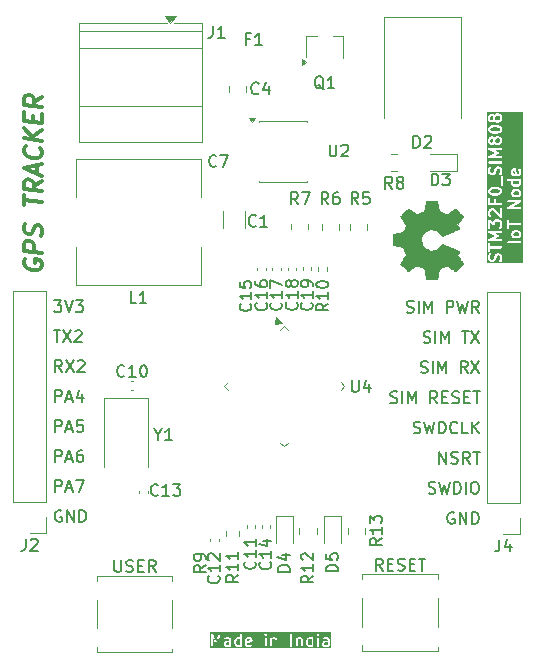
<source format=gbr>
G04 #@! TF.GenerationSoftware,KiCad,Pcbnew,9.0.5*
G04 #@! TF.CreationDate,2025-12-11T22:36:07+05:30*
G04 #@! TF.ProjectId,GPS_with_STM32,4750535f-7769-4746-985f-53544d33322e,rev?*
G04 #@! TF.SameCoordinates,Original*
G04 #@! TF.FileFunction,Legend,Top*
G04 #@! TF.FilePolarity,Positive*
%FSLAX46Y46*%
G04 Gerber Fmt 4.6, Leading zero omitted, Abs format (unit mm)*
G04 Created by KiCad (PCBNEW 9.0.5) date 2025-12-11 22:36:07*
%MOMM*%
%LPD*%
G01*
G04 APERTURE LIST*
%ADD10C,0.200000*%
%ADD11C,0.150000*%
%ADD12C,0.300000*%
%ADD13C,0.120000*%
%ADD14C,0.010000*%
G04 APERTURE END LIST*
D10*
X89046996Y-70695440D02*
X89189853Y-70743059D01*
X89189853Y-70743059D02*
X89427948Y-70743059D01*
X89427948Y-70743059D02*
X89523186Y-70695440D01*
X89523186Y-70695440D02*
X89570805Y-70647820D01*
X89570805Y-70647820D02*
X89618424Y-70552582D01*
X89618424Y-70552582D02*
X89618424Y-70457344D01*
X89618424Y-70457344D02*
X89570805Y-70362106D01*
X89570805Y-70362106D02*
X89523186Y-70314487D01*
X89523186Y-70314487D02*
X89427948Y-70266868D01*
X89427948Y-70266868D02*
X89237472Y-70219249D01*
X89237472Y-70219249D02*
X89142234Y-70171630D01*
X89142234Y-70171630D02*
X89094615Y-70124011D01*
X89094615Y-70124011D02*
X89046996Y-70028773D01*
X89046996Y-70028773D02*
X89046996Y-69933535D01*
X89046996Y-69933535D02*
X89094615Y-69838297D01*
X89094615Y-69838297D02*
X89142234Y-69790678D01*
X89142234Y-69790678D02*
X89237472Y-69743059D01*
X89237472Y-69743059D02*
X89475567Y-69743059D01*
X89475567Y-69743059D02*
X89618424Y-69790678D01*
X89951758Y-69743059D02*
X90189853Y-70743059D01*
X90189853Y-70743059D02*
X90380329Y-70028773D01*
X90380329Y-70028773D02*
X90570805Y-70743059D01*
X90570805Y-70743059D02*
X90808901Y-69743059D01*
X91189853Y-70743059D02*
X91189853Y-69743059D01*
X91189853Y-69743059D02*
X91427948Y-69743059D01*
X91427948Y-69743059D02*
X91570805Y-69790678D01*
X91570805Y-69790678D02*
X91666043Y-69885916D01*
X91666043Y-69885916D02*
X91713662Y-69981154D01*
X91713662Y-69981154D02*
X91761281Y-70171630D01*
X91761281Y-70171630D02*
X91761281Y-70314487D01*
X91761281Y-70314487D02*
X91713662Y-70504963D01*
X91713662Y-70504963D02*
X91666043Y-70600201D01*
X91666043Y-70600201D02*
X91570805Y-70695440D01*
X91570805Y-70695440D02*
X91427948Y-70743059D01*
X91427948Y-70743059D02*
X91189853Y-70743059D01*
X92761281Y-70647820D02*
X92713662Y-70695440D01*
X92713662Y-70695440D02*
X92570805Y-70743059D01*
X92570805Y-70743059D02*
X92475567Y-70743059D01*
X92475567Y-70743059D02*
X92332710Y-70695440D01*
X92332710Y-70695440D02*
X92237472Y-70600201D01*
X92237472Y-70600201D02*
X92189853Y-70504963D01*
X92189853Y-70504963D02*
X92142234Y-70314487D01*
X92142234Y-70314487D02*
X92142234Y-70171630D01*
X92142234Y-70171630D02*
X92189853Y-69981154D01*
X92189853Y-69981154D02*
X92237472Y-69885916D01*
X92237472Y-69885916D02*
X92332710Y-69790678D01*
X92332710Y-69790678D02*
X92475567Y-69743059D01*
X92475567Y-69743059D02*
X92570805Y-69743059D01*
X92570805Y-69743059D02*
X92713662Y-69790678D01*
X92713662Y-69790678D02*
X92761281Y-69838297D01*
X93666043Y-70743059D02*
X93189853Y-70743059D01*
X93189853Y-70743059D02*
X93189853Y-69743059D01*
X93999377Y-70743059D02*
X93999377Y-69743059D01*
X94570805Y-70743059D02*
X94142234Y-70171630D01*
X94570805Y-69743059D02*
X93999377Y-70314487D01*
X58619258Y-59483380D02*
X59238305Y-59483380D01*
X59238305Y-59483380D02*
X58904972Y-59864332D01*
X58904972Y-59864332D02*
X59047829Y-59864332D01*
X59047829Y-59864332D02*
X59143067Y-59911951D01*
X59143067Y-59911951D02*
X59190686Y-59959570D01*
X59190686Y-59959570D02*
X59238305Y-60054808D01*
X59238305Y-60054808D02*
X59238305Y-60292903D01*
X59238305Y-60292903D02*
X59190686Y-60388141D01*
X59190686Y-60388141D02*
X59143067Y-60435761D01*
X59143067Y-60435761D02*
X59047829Y-60483380D01*
X59047829Y-60483380D02*
X58762115Y-60483380D01*
X58762115Y-60483380D02*
X58666877Y-60435761D01*
X58666877Y-60435761D02*
X58619258Y-60388141D01*
X59524020Y-59483380D02*
X59857353Y-60483380D01*
X59857353Y-60483380D02*
X60190686Y-59483380D01*
X60428782Y-59483380D02*
X61047829Y-59483380D01*
X61047829Y-59483380D02*
X60714496Y-59864332D01*
X60714496Y-59864332D02*
X60857353Y-59864332D01*
X60857353Y-59864332D02*
X60952591Y-59911951D01*
X60952591Y-59911951D02*
X61000210Y-59959570D01*
X61000210Y-59959570D02*
X61047829Y-60054808D01*
X61047829Y-60054808D02*
X61047829Y-60292903D01*
X61047829Y-60292903D02*
X61000210Y-60388141D01*
X61000210Y-60388141D02*
X60952591Y-60435761D01*
X60952591Y-60435761D02*
X60857353Y-60483380D01*
X60857353Y-60483380D02*
X60571639Y-60483380D01*
X60571639Y-60483380D02*
X60476401Y-60435761D01*
X60476401Y-60435761D02*
X60428782Y-60388141D01*
X90332711Y-75802583D02*
X90475568Y-75850202D01*
X90475568Y-75850202D02*
X90713663Y-75850202D01*
X90713663Y-75850202D02*
X90808901Y-75802583D01*
X90808901Y-75802583D02*
X90856520Y-75754963D01*
X90856520Y-75754963D02*
X90904139Y-75659725D01*
X90904139Y-75659725D02*
X90904139Y-75564487D01*
X90904139Y-75564487D02*
X90856520Y-75469249D01*
X90856520Y-75469249D02*
X90808901Y-75421630D01*
X90808901Y-75421630D02*
X90713663Y-75374011D01*
X90713663Y-75374011D02*
X90523187Y-75326392D01*
X90523187Y-75326392D02*
X90427949Y-75278773D01*
X90427949Y-75278773D02*
X90380330Y-75231154D01*
X90380330Y-75231154D02*
X90332711Y-75135916D01*
X90332711Y-75135916D02*
X90332711Y-75040678D01*
X90332711Y-75040678D02*
X90380330Y-74945440D01*
X90380330Y-74945440D02*
X90427949Y-74897821D01*
X90427949Y-74897821D02*
X90523187Y-74850202D01*
X90523187Y-74850202D02*
X90761282Y-74850202D01*
X90761282Y-74850202D02*
X90904139Y-74897821D01*
X91237473Y-74850202D02*
X91475568Y-75850202D01*
X91475568Y-75850202D02*
X91666044Y-75135916D01*
X91666044Y-75135916D02*
X91856520Y-75850202D01*
X91856520Y-75850202D02*
X92094616Y-74850202D01*
X92475568Y-75850202D02*
X92475568Y-74850202D01*
X92475568Y-74850202D02*
X92713663Y-74850202D01*
X92713663Y-74850202D02*
X92856520Y-74897821D01*
X92856520Y-74897821D02*
X92951758Y-74993059D01*
X92951758Y-74993059D02*
X92999377Y-75088297D01*
X92999377Y-75088297D02*
X93046996Y-75278773D01*
X93046996Y-75278773D02*
X93046996Y-75421630D01*
X93046996Y-75421630D02*
X92999377Y-75612106D01*
X92999377Y-75612106D02*
X92951758Y-75707344D01*
X92951758Y-75707344D02*
X92856520Y-75802583D01*
X92856520Y-75802583D02*
X92713663Y-75850202D01*
X92713663Y-75850202D02*
X92475568Y-75850202D01*
X93475568Y-75850202D02*
X93475568Y-74850202D01*
X94142234Y-74850202D02*
X94332710Y-74850202D01*
X94332710Y-74850202D02*
X94427948Y-74897821D01*
X94427948Y-74897821D02*
X94523186Y-74993059D01*
X94523186Y-74993059D02*
X94570805Y-75183535D01*
X94570805Y-75183535D02*
X94570805Y-75516868D01*
X94570805Y-75516868D02*
X94523186Y-75707344D01*
X94523186Y-75707344D02*
X94427948Y-75802583D01*
X94427948Y-75802583D02*
X94332710Y-75850202D01*
X94332710Y-75850202D02*
X94142234Y-75850202D01*
X94142234Y-75850202D02*
X94046996Y-75802583D01*
X94046996Y-75802583D02*
X93951758Y-75707344D01*
X93951758Y-75707344D02*
X93904139Y-75516868D01*
X93904139Y-75516868D02*
X93904139Y-75183535D01*
X93904139Y-75183535D02*
X93951758Y-74993059D01*
X93951758Y-74993059D02*
X94046996Y-74897821D01*
X94046996Y-74897821D02*
X94142234Y-74850202D01*
D11*
G36*
X73457557Y-88653660D02*
G01*
X73419614Y-88672632D01*
X73216929Y-88672632D01*
X73159887Y-88644111D01*
X73131367Y-88587069D01*
X73131367Y-88527241D01*
X73159887Y-88470199D01*
X73216929Y-88441679D01*
X73437319Y-88441679D01*
X73451951Y-88440238D01*
X73454440Y-88439206D01*
X73457128Y-88439016D01*
X73457557Y-88438851D01*
X73457557Y-88653660D01*
G37*
G36*
X74362319Y-88174936D02*
G01*
X74362319Y-88653660D01*
X74324376Y-88672632D01*
X74169310Y-88672632D01*
X74100794Y-88638374D01*
X74070387Y-88607966D01*
X74036129Y-88539450D01*
X74036129Y-88289146D01*
X74070387Y-88220630D01*
X74100794Y-88190223D01*
X74169310Y-88155965D01*
X74324376Y-88155965D01*
X74362319Y-88174936D01*
G37*
G36*
X75238560Y-88184485D02*
G01*
X75267081Y-88241527D01*
X75267081Y-88257575D01*
X74940891Y-88322812D01*
X74940891Y-88241527D01*
X74969411Y-88184485D01*
X75026453Y-88155965D01*
X75181519Y-88155965D01*
X75238560Y-88184485D01*
G37*
G36*
X80409938Y-88174936D02*
G01*
X80409938Y-88653660D01*
X80371995Y-88672632D01*
X80216929Y-88672632D01*
X80148413Y-88638374D01*
X80118006Y-88607966D01*
X80083748Y-88539450D01*
X80083748Y-88289146D01*
X80118006Y-88220630D01*
X80148413Y-88190223D01*
X80216929Y-88155965D01*
X80371995Y-88155965D01*
X80409938Y-88174936D01*
G37*
G36*
X81790890Y-88653660D02*
G01*
X81752947Y-88672632D01*
X81550262Y-88672632D01*
X81493220Y-88644111D01*
X81464700Y-88587069D01*
X81464700Y-88527241D01*
X81493220Y-88470199D01*
X81550262Y-88441679D01*
X81770652Y-88441679D01*
X81785284Y-88440238D01*
X81787773Y-88439206D01*
X81790461Y-88439016D01*
X81790890Y-88438851D01*
X81790890Y-88653660D01*
G37*
G36*
X82052001Y-88933743D02*
G01*
X71775018Y-88933743D01*
X71775018Y-87747632D01*
X71886129Y-87747632D01*
X71886129Y-88747632D01*
X71887570Y-88762264D01*
X71898769Y-88789300D01*
X71919461Y-88809992D01*
X71946497Y-88821191D01*
X71975761Y-88821191D01*
X72002797Y-88809992D01*
X72023489Y-88789300D01*
X72034688Y-88762264D01*
X72036129Y-88747632D01*
X72036129Y-88085699D01*
X72226498Y-88493634D01*
X72229672Y-88498993D01*
X72230332Y-88500806D01*
X72231506Y-88502088D01*
X72233992Y-88506284D01*
X72242401Y-88513984D01*
X72250096Y-88522387D01*
X72253114Y-88523795D01*
X72255573Y-88526047D01*
X72266285Y-88529942D01*
X72276614Y-88534763D01*
X72279942Y-88534909D01*
X72283074Y-88536048D01*
X72294468Y-88535547D01*
X72305850Y-88536047D01*
X72308978Y-88534909D01*
X72312310Y-88534763D01*
X72322645Y-88529939D01*
X72333351Y-88526047D01*
X72335806Y-88523797D01*
X72338828Y-88522388D01*
X72346529Y-88513977D01*
X72354932Y-88506283D01*
X72357415Y-88502090D01*
X72358592Y-88500806D01*
X72359252Y-88498990D01*
X72362426Y-88493633D01*
X72552795Y-88085699D01*
X72552795Y-88747632D01*
X72554236Y-88762264D01*
X72565435Y-88789300D01*
X72586127Y-88809992D01*
X72613163Y-88821191D01*
X72642427Y-88821191D01*
X72669463Y-88809992D01*
X72690155Y-88789300D01*
X72701354Y-88762264D01*
X72702795Y-88747632D01*
X72702795Y-88509536D01*
X72981367Y-88509536D01*
X72981367Y-88604774D01*
X72982808Y-88619406D01*
X72983839Y-88621895D01*
X72984030Y-88624583D01*
X72989285Y-88638315D01*
X73036904Y-88733554D01*
X73038444Y-88736000D01*
X73038829Y-88737155D01*
X73040075Y-88738592D01*
X73044736Y-88745996D01*
X73051838Y-88752155D01*
X73058002Y-88759263D01*
X73065407Y-88763924D01*
X73066844Y-88765170D01*
X73067997Y-88765554D01*
X73070445Y-88767095D01*
X73165683Y-88814714D01*
X73179414Y-88819969D01*
X73182103Y-88820160D01*
X73184592Y-88821191D01*
X73199224Y-88822632D01*
X73437319Y-88822632D01*
X73451951Y-88821191D01*
X73454440Y-88820159D01*
X73457128Y-88819969D01*
X73470860Y-88814714D01*
X73487360Y-88806463D01*
X73490889Y-88809992D01*
X73517925Y-88821191D01*
X73547189Y-88821191D01*
X73574225Y-88809992D01*
X73594917Y-88789300D01*
X73606116Y-88762264D01*
X73607557Y-88747632D01*
X73607557Y-88271441D01*
X73886129Y-88271441D01*
X73886129Y-88557155D01*
X73887570Y-88571787D01*
X73888601Y-88574276D01*
X73888792Y-88576964D01*
X73894047Y-88590696D01*
X73941666Y-88685934D01*
X73945629Y-88692230D01*
X73946387Y-88694060D01*
X73948076Y-88696118D01*
X73949498Y-88698377D01*
X73950996Y-88699676D01*
X73955714Y-88705425D01*
X74003333Y-88753045D01*
X74009082Y-88757763D01*
X74010383Y-88759263D01*
X74012642Y-88760685D01*
X74014699Y-88762373D01*
X74016526Y-88763130D01*
X74022826Y-88767095D01*
X74118064Y-88814714D01*
X74131795Y-88819969D01*
X74134484Y-88820160D01*
X74136973Y-88821191D01*
X74151605Y-88822632D01*
X74342081Y-88822632D01*
X74356713Y-88821191D01*
X74359202Y-88820159D01*
X74361890Y-88819969D01*
X74375622Y-88814714D01*
X74392122Y-88806463D01*
X74395651Y-88809992D01*
X74422687Y-88821191D01*
X74451951Y-88821191D01*
X74478987Y-88809992D01*
X74499679Y-88789300D01*
X74510878Y-88762264D01*
X74512319Y-88747632D01*
X74512319Y-88223822D01*
X74790891Y-88223822D01*
X74790891Y-88604774D01*
X74792332Y-88619406D01*
X74793363Y-88621895D01*
X74793554Y-88624583D01*
X74798809Y-88638315D01*
X74846428Y-88733554D01*
X74847968Y-88736000D01*
X74848353Y-88737155D01*
X74849599Y-88738592D01*
X74854260Y-88745996D01*
X74861362Y-88752155D01*
X74867526Y-88759263D01*
X74874931Y-88763924D01*
X74876368Y-88765170D01*
X74877521Y-88765554D01*
X74879969Y-88767095D01*
X74975207Y-88814714D01*
X74988938Y-88819969D01*
X74991627Y-88820160D01*
X74994116Y-88821191D01*
X75008748Y-88822632D01*
X75199224Y-88822632D01*
X75213856Y-88821191D01*
X75216345Y-88820159D01*
X75219033Y-88819969D01*
X75232765Y-88814714D01*
X75328003Y-88767095D01*
X75340446Y-88759263D01*
X75359619Y-88737155D01*
X75368873Y-88709394D01*
X75366799Y-88680204D01*
X75353711Y-88654029D01*
X75331604Y-88634856D01*
X75303842Y-88625602D01*
X75274652Y-88627676D01*
X75260921Y-88632931D01*
X75181519Y-88672632D01*
X75026453Y-88672632D01*
X74969411Y-88644111D01*
X74940891Y-88587069D01*
X74940891Y-88475783D01*
X75356789Y-88392604D01*
X75370855Y-88388321D01*
X75376960Y-88384232D01*
X75383749Y-88381420D01*
X75389001Y-88376167D01*
X75395169Y-88372037D01*
X75399243Y-88365926D01*
X75404441Y-88360728D01*
X75407284Y-88353864D01*
X75411401Y-88347689D01*
X75412826Y-88340483D01*
X75415640Y-88333692D01*
X75417081Y-88319060D01*
X75417081Y-88223822D01*
X75415640Y-88209190D01*
X75414609Y-88206701D01*
X75414418Y-88204012D01*
X75409163Y-88190281D01*
X75361544Y-88095043D01*
X75360003Y-88092595D01*
X75359619Y-88091442D01*
X75358373Y-88090005D01*
X75353712Y-88082600D01*
X75351827Y-88080965D01*
X76457558Y-88080965D01*
X76457558Y-88747632D01*
X76458999Y-88762264D01*
X76470198Y-88789300D01*
X76490890Y-88809992D01*
X76517926Y-88821191D01*
X76547190Y-88821191D01*
X76574226Y-88809992D01*
X76594918Y-88789300D01*
X76606117Y-88762264D01*
X76607558Y-88747632D01*
X76607558Y-88080965D01*
X76933748Y-88080965D01*
X76933748Y-88747632D01*
X76935189Y-88762264D01*
X76946388Y-88789300D01*
X76967080Y-88809992D01*
X76994116Y-88821191D01*
X77023380Y-88821191D01*
X77050416Y-88809992D01*
X77071108Y-88789300D01*
X77082307Y-88762264D01*
X77083748Y-88747632D01*
X77083748Y-88207269D01*
X77100794Y-88190223D01*
X77169310Y-88155965D01*
X77276757Y-88155965D01*
X77333798Y-88184485D01*
X77362319Y-88241527D01*
X77362319Y-88747632D01*
X77363760Y-88762264D01*
X77374959Y-88789300D01*
X77395651Y-88809992D01*
X77422687Y-88821191D01*
X77451951Y-88821191D01*
X77478987Y-88809992D01*
X77499679Y-88789300D01*
X77510878Y-88762264D01*
X77512319Y-88747632D01*
X77512319Y-88223822D01*
X77510878Y-88209190D01*
X77509847Y-88206701D01*
X77509656Y-88204012D01*
X77504401Y-88190281D01*
X77456782Y-88095043D01*
X77455241Y-88092595D01*
X77454857Y-88091442D01*
X77453611Y-88090005D01*
X77448950Y-88082600D01*
X77441845Y-88076438D01*
X77435684Y-88069334D01*
X77428278Y-88064672D01*
X77426842Y-88063427D01*
X77425688Y-88063042D01*
X77423241Y-88061502D01*
X77328003Y-88013883D01*
X77314271Y-88008628D01*
X77311583Y-88008437D01*
X77309094Y-88007406D01*
X77294462Y-88005965D01*
X77151605Y-88005965D01*
X77136973Y-88007406D01*
X77134484Y-88008436D01*
X77131795Y-88008628D01*
X77118064Y-88013883D01*
X77069817Y-88038006D01*
X77050416Y-88018605D01*
X77023380Y-88007406D01*
X76994116Y-88007406D01*
X76967080Y-88018605D01*
X76946388Y-88039297D01*
X76935189Y-88066333D01*
X76933748Y-88080965D01*
X76607558Y-88080965D01*
X76606117Y-88066333D01*
X76594918Y-88039297D01*
X76574226Y-88018605D01*
X76547190Y-88007406D01*
X76517926Y-88007406D01*
X76490890Y-88018605D01*
X76470198Y-88039297D01*
X76458999Y-88066333D01*
X76457558Y-88080965D01*
X75351827Y-88080965D01*
X75346607Y-88076438D01*
X75340446Y-88069334D01*
X75333040Y-88064672D01*
X75331604Y-88063427D01*
X75330450Y-88063042D01*
X75328003Y-88061502D01*
X75232765Y-88013883D01*
X75219033Y-88008628D01*
X75216345Y-88008437D01*
X75213856Y-88007406D01*
X75199224Y-88005965D01*
X75008748Y-88005965D01*
X74994116Y-88007406D01*
X74991627Y-88008436D01*
X74988938Y-88008628D01*
X74975207Y-88013883D01*
X74879969Y-88061502D01*
X74877521Y-88063042D01*
X74876368Y-88063427D01*
X74874931Y-88064672D01*
X74867526Y-88069334D01*
X74861364Y-88076438D01*
X74854260Y-88082600D01*
X74849598Y-88090005D01*
X74848353Y-88091442D01*
X74847968Y-88092595D01*
X74846428Y-88095043D01*
X74798809Y-88190281D01*
X74793554Y-88204013D01*
X74793363Y-88206700D01*
X74792332Y-88209190D01*
X74790891Y-88223822D01*
X74512319Y-88223822D01*
X74512319Y-87780620D01*
X76411380Y-87780620D01*
X76411380Y-87809882D01*
X76422579Y-87836919D01*
X76431906Y-87848284D01*
X76479525Y-87895903D01*
X76490890Y-87905230D01*
X76517926Y-87916429D01*
X76517927Y-87916429D01*
X76547189Y-87916429D01*
X76547190Y-87916429D01*
X76574226Y-87905230D01*
X76585591Y-87895903D01*
X76633210Y-87848284D01*
X76642537Y-87836919D01*
X76653736Y-87809883D01*
X76653736Y-87780620D01*
X76653210Y-87779348D01*
X76642537Y-87753583D01*
X76637653Y-87747632D01*
X78600415Y-87747632D01*
X78600415Y-88747632D01*
X78601856Y-88762264D01*
X78613055Y-88789300D01*
X78633747Y-88809992D01*
X78660783Y-88821191D01*
X78690047Y-88821191D01*
X78717083Y-88809992D01*
X78737775Y-88789300D01*
X78748974Y-88762264D01*
X78750415Y-88747632D01*
X78750415Y-88080965D01*
X79076605Y-88080965D01*
X79076605Y-88747632D01*
X79078046Y-88762264D01*
X79089245Y-88789300D01*
X79109937Y-88809992D01*
X79136973Y-88821191D01*
X79166237Y-88821191D01*
X79193273Y-88809992D01*
X79213965Y-88789300D01*
X79225164Y-88762264D01*
X79226605Y-88747632D01*
X79226605Y-88207269D01*
X79243651Y-88190223D01*
X79312167Y-88155965D01*
X79419614Y-88155965D01*
X79476655Y-88184485D01*
X79505176Y-88241527D01*
X79505176Y-88747632D01*
X79506617Y-88762264D01*
X79517816Y-88789300D01*
X79538508Y-88809992D01*
X79565544Y-88821191D01*
X79594808Y-88821191D01*
X79621844Y-88809992D01*
X79642536Y-88789300D01*
X79653735Y-88762264D01*
X79655176Y-88747632D01*
X79655176Y-88271441D01*
X79933748Y-88271441D01*
X79933748Y-88557155D01*
X79935189Y-88571787D01*
X79936220Y-88574276D01*
X79936411Y-88576964D01*
X79941666Y-88590696D01*
X79989285Y-88685934D01*
X79993248Y-88692230D01*
X79994006Y-88694060D01*
X79995695Y-88696118D01*
X79997117Y-88698377D01*
X79998615Y-88699676D01*
X80003333Y-88705425D01*
X80050952Y-88753045D01*
X80056701Y-88757763D01*
X80058002Y-88759263D01*
X80060261Y-88760685D01*
X80062318Y-88762373D01*
X80064145Y-88763130D01*
X80070445Y-88767095D01*
X80165683Y-88814714D01*
X80179414Y-88819969D01*
X80182103Y-88820160D01*
X80184592Y-88821191D01*
X80199224Y-88822632D01*
X80389700Y-88822632D01*
X80404332Y-88821191D01*
X80406821Y-88820159D01*
X80409509Y-88819969D01*
X80423241Y-88814714D01*
X80439741Y-88806463D01*
X80443270Y-88809992D01*
X80470306Y-88821191D01*
X80499570Y-88821191D01*
X80526606Y-88809992D01*
X80547298Y-88789300D01*
X80558497Y-88762264D01*
X80559938Y-88747632D01*
X80559938Y-88080965D01*
X80886129Y-88080965D01*
X80886129Y-88747632D01*
X80887570Y-88762264D01*
X80898769Y-88789300D01*
X80919461Y-88809992D01*
X80946497Y-88821191D01*
X80975761Y-88821191D01*
X81002797Y-88809992D01*
X81023489Y-88789300D01*
X81034688Y-88762264D01*
X81036129Y-88747632D01*
X81036129Y-88509536D01*
X81314700Y-88509536D01*
X81314700Y-88604774D01*
X81316141Y-88619406D01*
X81317172Y-88621895D01*
X81317363Y-88624583D01*
X81322618Y-88638315D01*
X81370237Y-88733554D01*
X81371777Y-88736000D01*
X81372162Y-88737155D01*
X81373408Y-88738592D01*
X81378069Y-88745996D01*
X81385171Y-88752155D01*
X81391335Y-88759263D01*
X81398740Y-88763924D01*
X81400177Y-88765170D01*
X81401330Y-88765554D01*
X81403778Y-88767095D01*
X81499016Y-88814714D01*
X81512747Y-88819969D01*
X81515436Y-88820160D01*
X81517925Y-88821191D01*
X81532557Y-88822632D01*
X81770652Y-88822632D01*
X81785284Y-88821191D01*
X81787773Y-88820159D01*
X81790461Y-88819969D01*
X81804193Y-88814714D01*
X81820693Y-88806463D01*
X81824222Y-88809992D01*
X81851258Y-88821191D01*
X81880522Y-88821191D01*
X81907558Y-88809992D01*
X81928250Y-88789300D01*
X81939449Y-88762264D01*
X81940890Y-88747632D01*
X81940890Y-88223822D01*
X81939449Y-88209190D01*
X81938418Y-88206701D01*
X81938227Y-88204012D01*
X81932972Y-88190281D01*
X81885353Y-88095043D01*
X81883812Y-88092595D01*
X81883428Y-88091442D01*
X81882182Y-88090005D01*
X81877521Y-88082600D01*
X81870416Y-88076438D01*
X81864255Y-88069334D01*
X81856849Y-88064672D01*
X81855413Y-88063427D01*
X81854259Y-88063042D01*
X81851812Y-88061502D01*
X81756574Y-88013883D01*
X81742842Y-88008628D01*
X81740154Y-88008437D01*
X81737665Y-88007406D01*
X81723033Y-88005965D01*
X81532557Y-88005965D01*
X81517925Y-88007406D01*
X81515436Y-88008436D01*
X81512747Y-88008628D01*
X81499016Y-88013883D01*
X81403778Y-88061502D01*
X81391335Y-88069334D01*
X81372162Y-88091442D01*
X81362908Y-88119203D01*
X81364982Y-88148393D01*
X81378069Y-88174568D01*
X81400177Y-88193741D01*
X81427938Y-88202995D01*
X81457128Y-88200921D01*
X81470860Y-88195666D01*
X81550262Y-88155965D01*
X81705328Y-88155965D01*
X81762369Y-88184485D01*
X81790890Y-88241527D01*
X81790890Y-88272707D01*
X81752947Y-88291679D01*
X81532557Y-88291679D01*
X81517925Y-88293120D01*
X81515436Y-88294150D01*
X81512747Y-88294342D01*
X81499016Y-88299597D01*
X81403778Y-88347216D01*
X81401330Y-88348756D01*
X81400177Y-88349141D01*
X81398740Y-88350386D01*
X81391335Y-88355048D01*
X81385173Y-88362152D01*
X81378069Y-88368314D01*
X81373407Y-88375719D01*
X81372162Y-88377156D01*
X81371777Y-88378309D01*
X81370237Y-88380757D01*
X81322618Y-88475995D01*
X81317363Y-88489727D01*
X81317172Y-88492414D01*
X81316141Y-88494904D01*
X81314700Y-88509536D01*
X81036129Y-88509536D01*
X81036129Y-88080965D01*
X81034688Y-88066333D01*
X81023489Y-88039297D01*
X81002797Y-88018605D01*
X80975761Y-88007406D01*
X80946497Y-88007406D01*
X80919461Y-88018605D01*
X80898769Y-88039297D01*
X80887570Y-88066333D01*
X80886129Y-88080965D01*
X80559938Y-88080965D01*
X80559938Y-87780620D01*
X80839951Y-87780620D01*
X80839951Y-87809882D01*
X80851150Y-87836919D01*
X80860477Y-87848284D01*
X80908096Y-87895903D01*
X80919461Y-87905230D01*
X80946497Y-87916429D01*
X80946498Y-87916429D01*
X80975760Y-87916429D01*
X80975761Y-87916429D01*
X81002797Y-87905230D01*
X81014162Y-87895903D01*
X81061781Y-87848284D01*
X81071108Y-87836919D01*
X81082307Y-87809883D01*
X81082307Y-87780620D01*
X81081781Y-87779348D01*
X81071108Y-87753583D01*
X81061781Y-87742218D01*
X81014162Y-87694599D01*
X81002797Y-87685272D01*
X80998524Y-87683502D01*
X80975761Y-87674073D01*
X80975760Y-87674073D01*
X80946497Y-87674073D01*
X80919461Y-87685272D01*
X80908096Y-87694599D01*
X80860477Y-87742218D01*
X80851150Y-87753583D01*
X80839951Y-87780620D01*
X80559938Y-87780620D01*
X80559938Y-87747632D01*
X80558497Y-87733000D01*
X80547298Y-87705964D01*
X80526606Y-87685272D01*
X80499570Y-87674073D01*
X80470306Y-87674073D01*
X80443270Y-87685272D01*
X80422578Y-87705964D01*
X80411379Y-87733000D01*
X80409938Y-87747632D01*
X80409938Y-88008792D01*
X80409509Y-88008628D01*
X80406821Y-88008437D01*
X80404332Y-88007406D01*
X80389700Y-88005965D01*
X80199224Y-88005965D01*
X80184592Y-88007406D01*
X80182103Y-88008436D01*
X80179414Y-88008628D01*
X80165683Y-88013883D01*
X80070445Y-88061502D01*
X80064145Y-88065466D01*
X80062318Y-88066224D01*
X80060261Y-88067912D01*
X80058002Y-88069334D01*
X80056702Y-88070832D01*
X80050953Y-88075551D01*
X80003334Y-88123170D01*
X79998615Y-88128919D01*
X79997117Y-88130219D01*
X79995695Y-88132478D01*
X79994007Y-88134535D01*
X79993249Y-88136362D01*
X79989285Y-88142662D01*
X79941666Y-88237900D01*
X79936411Y-88251632D01*
X79936220Y-88254319D01*
X79935189Y-88256809D01*
X79933748Y-88271441D01*
X79655176Y-88271441D01*
X79655176Y-88223822D01*
X79653735Y-88209190D01*
X79652704Y-88206701D01*
X79652513Y-88204012D01*
X79647258Y-88190281D01*
X79599639Y-88095043D01*
X79598098Y-88092595D01*
X79597714Y-88091442D01*
X79596468Y-88090005D01*
X79591807Y-88082600D01*
X79584702Y-88076438D01*
X79578541Y-88069334D01*
X79571135Y-88064672D01*
X79569699Y-88063427D01*
X79568545Y-88063042D01*
X79566098Y-88061502D01*
X79470860Y-88013883D01*
X79457128Y-88008628D01*
X79454440Y-88008437D01*
X79451951Y-88007406D01*
X79437319Y-88005965D01*
X79294462Y-88005965D01*
X79279830Y-88007406D01*
X79277341Y-88008436D01*
X79274652Y-88008628D01*
X79260921Y-88013883D01*
X79212674Y-88038006D01*
X79193273Y-88018605D01*
X79166237Y-88007406D01*
X79136973Y-88007406D01*
X79109937Y-88018605D01*
X79089245Y-88039297D01*
X79078046Y-88066333D01*
X79076605Y-88080965D01*
X78750415Y-88080965D01*
X78750415Y-87747632D01*
X78748974Y-87733000D01*
X78737775Y-87705964D01*
X78717083Y-87685272D01*
X78690047Y-87674073D01*
X78660783Y-87674073D01*
X78633747Y-87685272D01*
X78613055Y-87705964D01*
X78601856Y-87733000D01*
X78600415Y-87747632D01*
X76637653Y-87747632D01*
X76633210Y-87742218D01*
X76585591Y-87694599D01*
X76574226Y-87685272D01*
X76569953Y-87683502D01*
X76547190Y-87674073D01*
X76547189Y-87674073D01*
X76517926Y-87674073D01*
X76490890Y-87685272D01*
X76479525Y-87694599D01*
X76431906Y-87742218D01*
X76422579Y-87753583D01*
X76411380Y-87780620D01*
X74512319Y-87780620D01*
X74512319Y-87747632D01*
X74510878Y-87733000D01*
X74499679Y-87705964D01*
X74478987Y-87685272D01*
X74451951Y-87674073D01*
X74422687Y-87674073D01*
X74395651Y-87685272D01*
X74374959Y-87705964D01*
X74363760Y-87733000D01*
X74362319Y-87747632D01*
X74362319Y-88008792D01*
X74361890Y-88008628D01*
X74359202Y-88008437D01*
X74356713Y-88007406D01*
X74342081Y-88005965D01*
X74151605Y-88005965D01*
X74136973Y-88007406D01*
X74134484Y-88008436D01*
X74131795Y-88008628D01*
X74118064Y-88013883D01*
X74022826Y-88061502D01*
X74016526Y-88065466D01*
X74014699Y-88066224D01*
X74012642Y-88067912D01*
X74010383Y-88069334D01*
X74009083Y-88070832D01*
X74003334Y-88075551D01*
X73955715Y-88123170D01*
X73950996Y-88128919D01*
X73949498Y-88130219D01*
X73948076Y-88132478D01*
X73946388Y-88134535D01*
X73945630Y-88136362D01*
X73941666Y-88142662D01*
X73894047Y-88237900D01*
X73888792Y-88251632D01*
X73888601Y-88254319D01*
X73887570Y-88256809D01*
X73886129Y-88271441D01*
X73607557Y-88271441D01*
X73607557Y-88223822D01*
X73606116Y-88209190D01*
X73605085Y-88206701D01*
X73604894Y-88204012D01*
X73599639Y-88190281D01*
X73552020Y-88095043D01*
X73550479Y-88092595D01*
X73550095Y-88091442D01*
X73548849Y-88090005D01*
X73544188Y-88082600D01*
X73537083Y-88076438D01*
X73530922Y-88069334D01*
X73523516Y-88064672D01*
X73522080Y-88063427D01*
X73520926Y-88063042D01*
X73518479Y-88061502D01*
X73423241Y-88013883D01*
X73409509Y-88008628D01*
X73406821Y-88008437D01*
X73404332Y-88007406D01*
X73389700Y-88005965D01*
X73199224Y-88005965D01*
X73184592Y-88007406D01*
X73182103Y-88008436D01*
X73179414Y-88008628D01*
X73165683Y-88013883D01*
X73070445Y-88061502D01*
X73058002Y-88069334D01*
X73038829Y-88091442D01*
X73029575Y-88119203D01*
X73031649Y-88148393D01*
X73044736Y-88174568D01*
X73066844Y-88193741D01*
X73094605Y-88202995D01*
X73123795Y-88200921D01*
X73137527Y-88195666D01*
X73216929Y-88155965D01*
X73371995Y-88155965D01*
X73429036Y-88184485D01*
X73457557Y-88241527D01*
X73457557Y-88272707D01*
X73419614Y-88291679D01*
X73199224Y-88291679D01*
X73184592Y-88293120D01*
X73182103Y-88294150D01*
X73179414Y-88294342D01*
X73165683Y-88299597D01*
X73070445Y-88347216D01*
X73067997Y-88348756D01*
X73066844Y-88349141D01*
X73065407Y-88350386D01*
X73058002Y-88355048D01*
X73051840Y-88362152D01*
X73044736Y-88368314D01*
X73040074Y-88375719D01*
X73038829Y-88377156D01*
X73038444Y-88378309D01*
X73036904Y-88380757D01*
X72989285Y-88475995D01*
X72984030Y-88489727D01*
X72983839Y-88492414D01*
X72982808Y-88494904D01*
X72981367Y-88509536D01*
X72702795Y-88509536D01*
X72702795Y-87747632D01*
X72701847Y-87738010D01*
X72701925Y-87736244D01*
X72701580Y-87735295D01*
X72701354Y-87733000D01*
X72696372Y-87720973D01*
X72691925Y-87708743D01*
X72690795Y-87707509D01*
X72690155Y-87705964D01*
X72680955Y-87696764D01*
X72672161Y-87687161D01*
X72670644Y-87686453D01*
X72669463Y-87685272D01*
X72657450Y-87680295D01*
X72645643Y-87674786D01*
X72643970Y-87674712D01*
X72642427Y-87674073D01*
X72629421Y-87674073D01*
X72616407Y-87673501D01*
X72614834Y-87674073D01*
X72613163Y-87674073D01*
X72601144Y-87679051D01*
X72588906Y-87683502D01*
X72587672Y-87684632D01*
X72586127Y-87685272D01*
X72576928Y-87694470D01*
X72567325Y-87703265D01*
X72566149Y-87705249D01*
X72565435Y-87705964D01*
X72564758Y-87707597D01*
X72559831Y-87715915D01*
X72294461Y-88284563D01*
X72029093Y-87715916D01*
X72024167Y-87707600D01*
X72023489Y-87705964D01*
X72022773Y-87705248D01*
X72021599Y-87703266D01*
X72012002Y-87694477D01*
X72002797Y-87685272D01*
X72001251Y-87684631D01*
X72000018Y-87683502D01*
X71987787Y-87679054D01*
X71975761Y-87674073D01*
X71974087Y-87674073D01*
X71972517Y-87673502D01*
X71959516Y-87674073D01*
X71946497Y-87674073D01*
X71944952Y-87674712D01*
X71943281Y-87674786D01*
X71931482Y-87680292D01*
X71919461Y-87685272D01*
X71918278Y-87686454D01*
X71916763Y-87687162D01*
X71907974Y-87696758D01*
X71898769Y-87705964D01*
X71898128Y-87707509D01*
X71896999Y-87708743D01*
X71892551Y-87720973D01*
X71887570Y-87733000D01*
X71887343Y-87735295D01*
X71886999Y-87736244D01*
X71887076Y-87738010D01*
X71886129Y-87747632D01*
X71775018Y-87747632D01*
X71775018Y-87562390D01*
X82052001Y-87562390D01*
X82052001Y-88933743D01*
G37*
D10*
X58571639Y-62019094D02*
X59143067Y-62019094D01*
X58857353Y-63019094D02*
X58857353Y-62019094D01*
X59381163Y-62019094D02*
X60047829Y-63019094D01*
X60047829Y-62019094D02*
X59381163Y-63019094D01*
X60381163Y-62114332D02*
X60428782Y-62066713D01*
X60428782Y-62066713D02*
X60524020Y-62019094D01*
X60524020Y-62019094D02*
X60762115Y-62019094D01*
X60762115Y-62019094D02*
X60857353Y-62066713D01*
X60857353Y-62066713D02*
X60904972Y-62114332D01*
X60904972Y-62114332D02*
X60952591Y-62209570D01*
X60952591Y-62209570D02*
X60952591Y-62304808D01*
X60952591Y-62304808D02*
X60904972Y-62447665D01*
X60904972Y-62447665D02*
X60333544Y-63019094D01*
X60333544Y-63019094D02*
X60952591Y-63019094D01*
X89666044Y-65588297D02*
X89808901Y-65635916D01*
X89808901Y-65635916D02*
X90046996Y-65635916D01*
X90046996Y-65635916D02*
X90142234Y-65588297D01*
X90142234Y-65588297D02*
X90189853Y-65540677D01*
X90189853Y-65540677D02*
X90237472Y-65445439D01*
X90237472Y-65445439D02*
X90237472Y-65350201D01*
X90237472Y-65350201D02*
X90189853Y-65254963D01*
X90189853Y-65254963D02*
X90142234Y-65207344D01*
X90142234Y-65207344D02*
X90046996Y-65159725D01*
X90046996Y-65159725D02*
X89856520Y-65112106D01*
X89856520Y-65112106D02*
X89761282Y-65064487D01*
X89761282Y-65064487D02*
X89713663Y-65016868D01*
X89713663Y-65016868D02*
X89666044Y-64921630D01*
X89666044Y-64921630D02*
X89666044Y-64826392D01*
X89666044Y-64826392D02*
X89713663Y-64731154D01*
X89713663Y-64731154D02*
X89761282Y-64683535D01*
X89761282Y-64683535D02*
X89856520Y-64635916D01*
X89856520Y-64635916D02*
X90094615Y-64635916D01*
X90094615Y-64635916D02*
X90237472Y-64683535D01*
X90666044Y-65635916D02*
X90666044Y-64635916D01*
X91142234Y-65635916D02*
X91142234Y-64635916D01*
X91142234Y-64635916D02*
X91475567Y-65350201D01*
X91475567Y-65350201D02*
X91808900Y-64635916D01*
X91808900Y-64635916D02*
X91808900Y-65635916D01*
X93618424Y-65635916D02*
X93285091Y-65159725D01*
X93046996Y-65635916D02*
X93046996Y-64635916D01*
X93046996Y-64635916D02*
X93427948Y-64635916D01*
X93427948Y-64635916D02*
X93523186Y-64683535D01*
X93523186Y-64683535D02*
X93570805Y-64731154D01*
X93570805Y-64731154D02*
X93618424Y-64826392D01*
X93618424Y-64826392D02*
X93618424Y-64969249D01*
X93618424Y-64969249D02*
X93570805Y-65064487D01*
X93570805Y-65064487D02*
X93523186Y-65112106D01*
X93523186Y-65112106D02*
X93427948Y-65159725D01*
X93427948Y-65159725D02*
X93046996Y-65159725D01*
X93951758Y-64635916D02*
X94618424Y-65635916D01*
X94618424Y-64635916D02*
X93951758Y-65635916D01*
X88475568Y-60481154D02*
X88618425Y-60528773D01*
X88618425Y-60528773D02*
X88856520Y-60528773D01*
X88856520Y-60528773D02*
X88951758Y-60481154D01*
X88951758Y-60481154D02*
X88999377Y-60433534D01*
X88999377Y-60433534D02*
X89046996Y-60338296D01*
X89046996Y-60338296D02*
X89046996Y-60243058D01*
X89046996Y-60243058D02*
X88999377Y-60147820D01*
X88999377Y-60147820D02*
X88951758Y-60100201D01*
X88951758Y-60100201D02*
X88856520Y-60052582D01*
X88856520Y-60052582D02*
X88666044Y-60004963D01*
X88666044Y-60004963D02*
X88570806Y-59957344D01*
X88570806Y-59957344D02*
X88523187Y-59909725D01*
X88523187Y-59909725D02*
X88475568Y-59814487D01*
X88475568Y-59814487D02*
X88475568Y-59719249D01*
X88475568Y-59719249D02*
X88523187Y-59624011D01*
X88523187Y-59624011D02*
X88570806Y-59576392D01*
X88570806Y-59576392D02*
X88666044Y-59528773D01*
X88666044Y-59528773D02*
X88904139Y-59528773D01*
X88904139Y-59528773D02*
X89046996Y-59576392D01*
X89475568Y-60528773D02*
X89475568Y-59528773D01*
X89951758Y-60528773D02*
X89951758Y-59528773D01*
X89951758Y-59528773D02*
X90285091Y-60243058D01*
X90285091Y-60243058D02*
X90618424Y-59528773D01*
X90618424Y-59528773D02*
X90618424Y-60528773D01*
X91856520Y-60528773D02*
X91856520Y-59528773D01*
X91856520Y-59528773D02*
X92237472Y-59528773D01*
X92237472Y-59528773D02*
X92332710Y-59576392D01*
X92332710Y-59576392D02*
X92380329Y-59624011D01*
X92380329Y-59624011D02*
X92427948Y-59719249D01*
X92427948Y-59719249D02*
X92427948Y-59862106D01*
X92427948Y-59862106D02*
X92380329Y-59957344D01*
X92380329Y-59957344D02*
X92332710Y-60004963D01*
X92332710Y-60004963D02*
X92237472Y-60052582D01*
X92237472Y-60052582D02*
X91856520Y-60052582D01*
X92761282Y-59528773D02*
X92999377Y-60528773D01*
X92999377Y-60528773D02*
X93189853Y-59814487D01*
X93189853Y-59814487D02*
X93380329Y-60528773D01*
X93380329Y-60528773D02*
X93618425Y-59528773D01*
X94570805Y-60528773D02*
X94237472Y-60052582D01*
X93999377Y-60528773D02*
X93999377Y-59528773D01*
X93999377Y-59528773D02*
X94380329Y-59528773D01*
X94380329Y-59528773D02*
X94475567Y-59576392D01*
X94475567Y-59576392D02*
X94523186Y-59624011D01*
X94523186Y-59624011D02*
X94570805Y-59719249D01*
X94570805Y-59719249D02*
X94570805Y-59862106D01*
X94570805Y-59862106D02*
X94523186Y-59957344D01*
X94523186Y-59957344D02*
X94475567Y-60004963D01*
X94475567Y-60004963D02*
X94380329Y-60052582D01*
X94380329Y-60052582D02*
X93999377Y-60052582D01*
X58714496Y-75697666D02*
X58714496Y-74697666D01*
X58714496Y-74697666D02*
X59095448Y-74697666D01*
X59095448Y-74697666D02*
X59190686Y-74745285D01*
X59190686Y-74745285D02*
X59238305Y-74792904D01*
X59238305Y-74792904D02*
X59285924Y-74888142D01*
X59285924Y-74888142D02*
X59285924Y-75030999D01*
X59285924Y-75030999D02*
X59238305Y-75126237D01*
X59238305Y-75126237D02*
X59190686Y-75173856D01*
X59190686Y-75173856D02*
X59095448Y-75221475D01*
X59095448Y-75221475D02*
X58714496Y-75221475D01*
X59666877Y-75411951D02*
X60143067Y-75411951D01*
X59571639Y-75697666D02*
X59904972Y-74697666D01*
X59904972Y-74697666D02*
X60238305Y-75697666D01*
X60476401Y-74697666D02*
X61143067Y-74697666D01*
X61143067Y-74697666D02*
X60714496Y-75697666D01*
X59285924Y-65554809D02*
X58952591Y-65078618D01*
X58714496Y-65554809D02*
X58714496Y-64554809D01*
X58714496Y-64554809D02*
X59095448Y-64554809D01*
X59095448Y-64554809D02*
X59190686Y-64602428D01*
X59190686Y-64602428D02*
X59238305Y-64650047D01*
X59238305Y-64650047D02*
X59285924Y-64745285D01*
X59285924Y-64745285D02*
X59285924Y-64888142D01*
X59285924Y-64888142D02*
X59238305Y-64983380D01*
X59238305Y-64983380D02*
X59190686Y-65030999D01*
X59190686Y-65030999D02*
X59095448Y-65078618D01*
X59095448Y-65078618D02*
X58714496Y-65078618D01*
X59619258Y-64554809D02*
X60285924Y-65554809D01*
X60285924Y-64554809D02*
X59619258Y-65554809D01*
X60619258Y-64650047D02*
X60666877Y-64602428D01*
X60666877Y-64602428D02*
X60762115Y-64554809D01*
X60762115Y-64554809D02*
X61000210Y-64554809D01*
X61000210Y-64554809D02*
X61095448Y-64602428D01*
X61095448Y-64602428D02*
X61143067Y-64650047D01*
X61143067Y-64650047D02*
X61190686Y-64745285D01*
X61190686Y-64745285D02*
X61190686Y-64840523D01*
X61190686Y-64840523D02*
X61143067Y-64983380D01*
X61143067Y-64983380D02*
X60571639Y-65554809D01*
X60571639Y-65554809D02*
X61190686Y-65554809D01*
X58714496Y-73161951D02*
X58714496Y-72161951D01*
X58714496Y-72161951D02*
X59095448Y-72161951D01*
X59095448Y-72161951D02*
X59190686Y-72209570D01*
X59190686Y-72209570D02*
X59238305Y-72257189D01*
X59238305Y-72257189D02*
X59285924Y-72352427D01*
X59285924Y-72352427D02*
X59285924Y-72495284D01*
X59285924Y-72495284D02*
X59238305Y-72590522D01*
X59238305Y-72590522D02*
X59190686Y-72638141D01*
X59190686Y-72638141D02*
X59095448Y-72685760D01*
X59095448Y-72685760D02*
X58714496Y-72685760D01*
X59666877Y-72876236D02*
X60143067Y-72876236D01*
X59571639Y-73161951D02*
X59904972Y-72161951D01*
X59904972Y-72161951D02*
X60238305Y-73161951D01*
X61000210Y-72161951D02*
X60809734Y-72161951D01*
X60809734Y-72161951D02*
X60714496Y-72209570D01*
X60714496Y-72209570D02*
X60666877Y-72257189D01*
X60666877Y-72257189D02*
X60571639Y-72400046D01*
X60571639Y-72400046D02*
X60524020Y-72590522D01*
X60524020Y-72590522D02*
X60524020Y-72971474D01*
X60524020Y-72971474D02*
X60571639Y-73066712D01*
X60571639Y-73066712D02*
X60619258Y-73114332D01*
X60619258Y-73114332D02*
X60714496Y-73161951D01*
X60714496Y-73161951D02*
X60904972Y-73161951D01*
X60904972Y-73161951D02*
X61000210Y-73114332D01*
X61000210Y-73114332D02*
X61047829Y-73066712D01*
X61047829Y-73066712D02*
X61095448Y-72971474D01*
X61095448Y-72971474D02*
X61095448Y-72733379D01*
X61095448Y-72733379D02*
X61047829Y-72638141D01*
X61047829Y-72638141D02*
X61000210Y-72590522D01*
X61000210Y-72590522D02*
X60904972Y-72542903D01*
X60904972Y-72542903D02*
X60714496Y-72542903D01*
X60714496Y-72542903D02*
X60619258Y-72590522D01*
X60619258Y-72590522D02*
X60571639Y-72638141D01*
X60571639Y-72638141D02*
X60524020Y-72733379D01*
X92475567Y-77451392D02*
X92380329Y-77403773D01*
X92380329Y-77403773D02*
X92237472Y-77403773D01*
X92237472Y-77403773D02*
X92094615Y-77451392D01*
X92094615Y-77451392D02*
X91999377Y-77546630D01*
X91999377Y-77546630D02*
X91951758Y-77641868D01*
X91951758Y-77641868D02*
X91904139Y-77832344D01*
X91904139Y-77832344D02*
X91904139Y-77975201D01*
X91904139Y-77975201D02*
X91951758Y-78165677D01*
X91951758Y-78165677D02*
X91999377Y-78260915D01*
X91999377Y-78260915D02*
X92094615Y-78356154D01*
X92094615Y-78356154D02*
X92237472Y-78403773D01*
X92237472Y-78403773D02*
X92332710Y-78403773D01*
X92332710Y-78403773D02*
X92475567Y-78356154D01*
X92475567Y-78356154D02*
X92523186Y-78308534D01*
X92523186Y-78308534D02*
X92523186Y-77975201D01*
X92523186Y-77975201D02*
X92332710Y-77975201D01*
X92951758Y-78403773D02*
X92951758Y-77403773D01*
X92951758Y-77403773D02*
X93523186Y-78403773D01*
X93523186Y-78403773D02*
X93523186Y-77403773D01*
X93999377Y-78403773D02*
X93999377Y-77403773D01*
X93999377Y-77403773D02*
X94237472Y-77403773D01*
X94237472Y-77403773D02*
X94380329Y-77451392D01*
X94380329Y-77451392D02*
X94475567Y-77546630D01*
X94475567Y-77546630D02*
X94523186Y-77641868D01*
X94523186Y-77641868D02*
X94570805Y-77832344D01*
X94570805Y-77832344D02*
X94570805Y-77975201D01*
X94570805Y-77975201D02*
X94523186Y-78165677D01*
X94523186Y-78165677D02*
X94475567Y-78260915D01*
X94475567Y-78260915D02*
X94380329Y-78356154D01*
X94380329Y-78356154D02*
X94237472Y-78403773D01*
X94237472Y-78403773D02*
X93999377Y-78403773D01*
X91237472Y-73296630D02*
X91237472Y-72296630D01*
X91237472Y-72296630D02*
X91808900Y-73296630D01*
X91808900Y-73296630D02*
X91808900Y-72296630D01*
X92237472Y-73249011D02*
X92380329Y-73296630D01*
X92380329Y-73296630D02*
X92618424Y-73296630D01*
X92618424Y-73296630D02*
X92713662Y-73249011D01*
X92713662Y-73249011D02*
X92761281Y-73201391D01*
X92761281Y-73201391D02*
X92808900Y-73106153D01*
X92808900Y-73106153D02*
X92808900Y-73010915D01*
X92808900Y-73010915D02*
X92761281Y-72915677D01*
X92761281Y-72915677D02*
X92713662Y-72868058D01*
X92713662Y-72868058D02*
X92618424Y-72820439D01*
X92618424Y-72820439D02*
X92427948Y-72772820D01*
X92427948Y-72772820D02*
X92332710Y-72725201D01*
X92332710Y-72725201D02*
X92285091Y-72677582D01*
X92285091Y-72677582D02*
X92237472Y-72582344D01*
X92237472Y-72582344D02*
X92237472Y-72487106D01*
X92237472Y-72487106D02*
X92285091Y-72391868D01*
X92285091Y-72391868D02*
X92332710Y-72344249D01*
X92332710Y-72344249D02*
X92427948Y-72296630D01*
X92427948Y-72296630D02*
X92666043Y-72296630D01*
X92666043Y-72296630D02*
X92808900Y-72344249D01*
X93808900Y-73296630D02*
X93475567Y-72820439D01*
X93237472Y-73296630D02*
X93237472Y-72296630D01*
X93237472Y-72296630D02*
X93618424Y-72296630D01*
X93618424Y-72296630D02*
X93713662Y-72344249D01*
X93713662Y-72344249D02*
X93761281Y-72391868D01*
X93761281Y-72391868D02*
X93808900Y-72487106D01*
X93808900Y-72487106D02*
X93808900Y-72629963D01*
X93808900Y-72629963D02*
X93761281Y-72725201D01*
X93761281Y-72725201D02*
X93713662Y-72772820D01*
X93713662Y-72772820D02*
X93618424Y-72820439D01*
X93618424Y-72820439D02*
X93237472Y-72820439D01*
X94094615Y-72296630D02*
X94666043Y-72296630D01*
X94380329Y-73296630D02*
X94380329Y-72296630D01*
X58714496Y-68090523D02*
X58714496Y-67090523D01*
X58714496Y-67090523D02*
X59095448Y-67090523D01*
X59095448Y-67090523D02*
X59190686Y-67138142D01*
X59190686Y-67138142D02*
X59238305Y-67185761D01*
X59238305Y-67185761D02*
X59285924Y-67280999D01*
X59285924Y-67280999D02*
X59285924Y-67423856D01*
X59285924Y-67423856D02*
X59238305Y-67519094D01*
X59238305Y-67519094D02*
X59190686Y-67566713D01*
X59190686Y-67566713D02*
X59095448Y-67614332D01*
X59095448Y-67614332D02*
X58714496Y-67614332D01*
X59666877Y-67804808D02*
X60143067Y-67804808D01*
X59571639Y-68090523D02*
X59904972Y-67090523D01*
X59904972Y-67090523D02*
X60238305Y-68090523D01*
X61000210Y-67423856D02*
X61000210Y-68090523D01*
X60762115Y-67042904D02*
X60524020Y-67757189D01*
X60524020Y-67757189D02*
X61143067Y-67757189D01*
X58714496Y-70626237D02*
X58714496Y-69626237D01*
X58714496Y-69626237D02*
X59095448Y-69626237D01*
X59095448Y-69626237D02*
X59190686Y-69673856D01*
X59190686Y-69673856D02*
X59238305Y-69721475D01*
X59238305Y-69721475D02*
X59285924Y-69816713D01*
X59285924Y-69816713D02*
X59285924Y-69959570D01*
X59285924Y-69959570D02*
X59238305Y-70054808D01*
X59238305Y-70054808D02*
X59190686Y-70102427D01*
X59190686Y-70102427D02*
X59095448Y-70150046D01*
X59095448Y-70150046D02*
X58714496Y-70150046D01*
X59666877Y-70340522D02*
X60143067Y-70340522D01*
X59571639Y-70626237D02*
X59904972Y-69626237D01*
X59904972Y-69626237D02*
X60238305Y-70626237D01*
X61047829Y-69626237D02*
X60571639Y-69626237D01*
X60571639Y-69626237D02*
X60524020Y-70102427D01*
X60524020Y-70102427D02*
X60571639Y-70054808D01*
X60571639Y-70054808D02*
X60666877Y-70007189D01*
X60666877Y-70007189D02*
X60904972Y-70007189D01*
X60904972Y-70007189D02*
X61000210Y-70054808D01*
X61000210Y-70054808D02*
X61047829Y-70102427D01*
X61047829Y-70102427D02*
X61095448Y-70197665D01*
X61095448Y-70197665D02*
X61095448Y-70435760D01*
X61095448Y-70435760D02*
X61047829Y-70530998D01*
X61047829Y-70530998D02*
X61000210Y-70578618D01*
X61000210Y-70578618D02*
X60904972Y-70626237D01*
X60904972Y-70626237D02*
X60666877Y-70626237D01*
X60666877Y-70626237D02*
X60571639Y-70578618D01*
X60571639Y-70578618D02*
X60524020Y-70530998D01*
X89904139Y-63034725D02*
X90046996Y-63082344D01*
X90046996Y-63082344D02*
X90285091Y-63082344D01*
X90285091Y-63082344D02*
X90380329Y-63034725D01*
X90380329Y-63034725D02*
X90427948Y-62987105D01*
X90427948Y-62987105D02*
X90475567Y-62891867D01*
X90475567Y-62891867D02*
X90475567Y-62796629D01*
X90475567Y-62796629D02*
X90427948Y-62701391D01*
X90427948Y-62701391D02*
X90380329Y-62653772D01*
X90380329Y-62653772D02*
X90285091Y-62606153D01*
X90285091Y-62606153D02*
X90094615Y-62558534D01*
X90094615Y-62558534D02*
X89999377Y-62510915D01*
X89999377Y-62510915D02*
X89951758Y-62463296D01*
X89951758Y-62463296D02*
X89904139Y-62368058D01*
X89904139Y-62368058D02*
X89904139Y-62272820D01*
X89904139Y-62272820D02*
X89951758Y-62177582D01*
X89951758Y-62177582D02*
X89999377Y-62129963D01*
X89999377Y-62129963D02*
X90094615Y-62082344D01*
X90094615Y-62082344D02*
X90332710Y-62082344D01*
X90332710Y-62082344D02*
X90475567Y-62129963D01*
X90904139Y-63082344D02*
X90904139Y-62082344D01*
X91380329Y-63082344D02*
X91380329Y-62082344D01*
X91380329Y-62082344D02*
X91713662Y-62796629D01*
X91713662Y-62796629D02*
X92046995Y-62082344D01*
X92046995Y-62082344D02*
X92046995Y-63082344D01*
X93142234Y-62082344D02*
X93713662Y-62082344D01*
X93427948Y-63082344D02*
X93427948Y-62082344D01*
X93951758Y-62082344D02*
X94618424Y-63082344D01*
X94618424Y-62082344D02*
X93951758Y-63082344D01*
X59238305Y-77280999D02*
X59143067Y-77233380D01*
X59143067Y-77233380D02*
X59000210Y-77233380D01*
X59000210Y-77233380D02*
X58857353Y-77280999D01*
X58857353Y-77280999D02*
X58762115Y-77376237D01*
X58762115Y-77376237D02*
X58714496Y-77471475D01*
X58714496Y-77471475D02*
X58666877Y-77661951D01*
X58666877Y-77661951D02*
X58666877Y-77804808D01*
X58666877Y-77804808D02*
X58714496Y-77995284D01*
X58714496Y-77995284D02*
X58762115Y-78090522D01*
X58762115Y-78090522D02*
X58857353Y-78185761D01*
X58857353Y-78185761D02*
X59000210Y-78233380D01*
X59000210Y-78233380D02*
X59095448Y-78233380D01*
X59095448Y-78233380D02*
X59238305Y-78185761D01*
X59238305Y-78185761D02*
X59285924Y-78138141D01*
X59285924Y-78138141D02*
X59285924Y-77804808D01*
X59285924Y-77804808D02*
X59095448Y-77804808D01*
X59714496Y-78233380D02*
X59714496Y-77233380D01*
X59714496Y-77233380D02*
X60285924Y-78233380D01*
X60285924Y-78233380D02*
X60285924Y-77233380D01*
X60762115Y-78233380D02*
X60762115Y-77233380D01*
X60762115Y-77233380D02*
X61000210Y-77233380D01*
X61000210Y-77233380D02*
X61143067Y-77280999D01*
X61143067Y-77280999D02*
X61238305Y-77376237D01*
X61238305Y-77376237D02*
X61285924Y-77471475D01*
X61285924Y-77471475D02*
X61333543Y-77661951D01*
X61333543Y-77661951D02*
X61333543Y-77804808D01*
X61333543Y-77804808D02*
X61285924Y-77995284D01*
X61285924Y-77995284D02*
X61238305Y-78090522D01*
X61238305Y-78090522D02*
X61143067Y-78185761D01*
X61143067Y-78185761D02*
X61000210Y-78233380D01*
X61000210Y-78233380D02*
X60762115Y-78233380D01*
X87094615Y-68141868D02*
X87237472Y-68189487D01*
X87237472Y-68189487D02*
X87475567Y-68189487D01*
X87475567Y-68189487D02*
X87570805Y-68141868D01*
X87570805Y-68141868D02*
X87618424Y-68094248D01*
X87618424Y-68094248D02*
X87666043Y-67999010D01*
X87666043Y-67999010D02*
X87666043Y-67903772D01*
X87666043Y-67903772D02*
X87618424Y-67808534D01*
X87618424Y-67808534D02*
X87570805Y-67760915D01*
X87570805Y-67760915D02*
X87475567Y-67713296D01*
X87475567Y-67713296D02*
X87285091Y-67665677D01*
X87285091Y-67665677D02*
X87189853Y-67618058D01*
X87189853Y-67618058D02*
X87142234Y-67570439D01*
X87142234Y-67570439D02*
X87094615Y-67475201D01*
X87094615Y-67475201D02*
X87094615Y-67379963D01*
X87094615Y-67379963D02*
X87142234Y-67284725D01*
X87142234Y-67284725D02*
X87189853Y-67237106D01*
X87189853Y-67237106D02*
X87285091Y-67189487D01*
X87285091Y-67189487D02*
X87523186Y-67189487D01*
X87523186Y-67189487D02*
X87666043Y-67237106D01*
X88094615Y-68189487D02*
X88094615Y-67189487D01*
X88570805Y-68189487D02*
X88570805Y-67189487D01*
X88570805Y-67189487D02*
X88904138Y-67903772D01*
X88904138Y-67903772D02*
X89237471Y-67189487D01*
X89237471Y-67189487D02*
X89237471Y-68189487D01*
X91046995Y-68189487D02*
X90713662Y-67713296D01*
X90475567Y-68189487D02*
X90475567Y-67189487D01*
X90475567Y-67189487D02*
X90856519Y-67189487D01*
X90856519Y-67189487D02*
X90951757Y-67237106D01*
X90951757Y-67237106D02*
X90999376Y-67284725D01*
X90999376Y-67284725D02*
X91046995Y-67379963D01*
X91046995Y-67379963D02*
X91046995Y-67522820D01*
X91046995Y-67522820D02*
X90999376Y-67618058D01*
X90999376Y-67618058D02*
X90951757Y-67665677D01*
X90951757Y-67665677D02*
X90856519Y-67713296D01*
X90856519Y-67713296D02*
X90475567Y-67713296D01*
X91475567Y-67665677D02*
X91808900Y-67665677D01*
X91951757Y-68189487D02*
X91475567Y-68189487D01*
X91475567Y-68189487D02*
X91475567Y-67189487D01*
X91475567Y-67189487D02*
X91951757Y-67189487D01*
X92332710Y-68141868D02*
X92475567Y-68189487D01*
X92475567Y-68189487D02*
X92713662Y-68189487D01*
X92713662Y-68189487D02*
X92808900Y-68141868D01*
X92808900Y-68141868D02*
X92856519Y-68094248D01*
X92856519Y-68094248D02*
X92904138Y-67999010D01*
X92904138Y-67999010D02*
X92904138Y-67903772D01*
X92904138Y-67903772D02*
X92856519Y-67808534D01*
X92856519Y-67808534D02*
X92808900Y-67760915D01*
X92808900Y-67760915D02*
X92713662Y-67713296D01*
X92713662Y-67713296D02*
X92523186Y-67665677D01*
X92523186Y-67665677D02*
X92427948Y-67618058D01*
X92427948Y-67618058D02*
X92380329Y-67570439D01*
X92380329Y-67570439D02*
X92332710Y-67475201D01*
X92332710Y-67475201D02*
X92332710Y-67379963D01*
X92332710Y-67379963D02*
X92380329Y-67284725D01*
X92380329Y-67284725D02*
X92427948Y-67237106D01*
X92427948Y-67237106D02*
X92523186Y-67189487D01*
X92523186Y-67189487D02*
X92761281Y-67189487D01*
X92761281Y-67189487D02*
X92904138Y-67237106D01*
X93332710Y-67665677D02*
X93666043Y-67665677D01*
X93808900Y-68189487D02*
X93332710Y-68189487D01*
X93332710Y-68189487D02*
X93332710Y-67189487D01*
X93332710Y-67189487D02*
X93808900Y-67189487D01*
X94094615Y-67189487D02*
X94666043Y-67189487D01*
X94380329Y-68189487D02*
X94380329Y-67189487D01*
G36*
X97911888Y-53743425D02*
G01*
X97936556Y-53768092D01*
X97966361Y-53827702D01*
X97966361Y-53923345D01*
X97936556Y-53982954D01*
X97911888Y-54007621D01*
X97852277Y-54037428D01*
X97613777Y-54037428D01*
X97554167Y-54007623D01*
X97529499Y-53982954D01*
X97499694Y-53923344D01*
X97499694Y-53827702D01*
X97529499Y-53768092D01*
X97554167Y-53743423D01*
X97613777Y-53713619D01*
X97852277Y-53713619D01*
X97911888Y-53743425D01*
G37*
G36*
X97911888Y-50267234D02*
G01*
X97936556Y-50291901D01*
X97966361Y-50351511D01*
X97966361Y-50447154D01*
X97936556Y-50506763D01*
X97911888Y-50531430D01*
X97852277Y-50561237D01*
X97613777Y-50561237D01*
X97554167Y-50531432D01*
X97529499Y-50506763D01*
X97499694Y-50447153D01*
X97499694Y-50351511D01*
X97529499Y-50291901D01*
X97554167Y-50267232D01*
X97613777Y-50237428D01*
X97852277Y-50237428D01*
X97911888Y-50267234D01*
G37*
G36*
X96231035Y-50088922D02*
G01*
X96301944Y-50124377D01*
X96326612Y-50149044D01*
X96356417Y-50208654D01*
X96356417Y-50256678D01*
X96326612Y-50316287D01*
X96301944Y-50340954D01*
X96231035Y-50376409D01*
X96063154Y-50418380D01*
X95849678Y-50418380D01*
X95681797Y-50376409D01*
X95610890Y-50340956D01*
X95586222Y-50316287D01*
X95556417Y-50256677D01*
X95556417Y-50208654D01*
X95586222Y-50149044D01*
X95610890Y-50124375D01*
X95681797Y-50088922D01*
X95849678Y-50046952D01*
X96063154Y-50046952D01*
X96231035Y-50088922D01*
G37*
G36*
X97966361Y-49399130D02*
G01*
X97966361Y-49542392D01*
X97936556Y-49602001D01*
X97911888Y-49626668D01*
X97852277Y-49656475D01*
X97613777Y-49656475D01*
X97554167Y-49626670D01*
X97529499Y-49602001D01*
X97499694Y-49542391D01*
X97499694Y-49399130D01*
X97509117Y-49380285D01*
X97956938Y-49380285D01*
X97966361Y-49399130D01*
G37*
G36*
X97611047Y-48751713D02*
G01*
X97566158Y-48751713D01*
X97521849Y-48729558D01*
X97499694Y-48685248D01*
X97499694Y-48541987D01*
X97521849Y-48497677D01*
X97556749Y-48480227D01*
X97611047Y-48751713D01*
G37*
G36*
X95730514Y-45791043D02*
G01*
X95755183Y-45815711D01*
X95784988Y-45875321D01*
X95784988Y-46018583D01*
X95755183Y-46078192D01*
X95730514Y-46102860D01*
X95670905Y-46132666D01*
X95670500Y-46132666D01*
X95610890Y-46102861D01*
X95586222Y-46078192D01*
X95556417Y-46018582D01*
X95556417Y-45875321D01*
X95586222Y-45815711D01*
X95610890Y-45791042D01*
X95670500Y-45761238D01*
X95670905Y-45761238D01*
X95730514Y-45791043D01*
G37*
G36*
X96301944Y-45791044D02*
G01*
X96326612Y-45815711D01*
X96356417Y-45875321D01*
X96356417Y-46018583D01*
X96326612Y-46078192D01*
X96301944Y-46102859D01*
X96242333Y-46132666D01*
X96099071Y-46132666D01*
X96039461Y-46102861D01*
X96014793Y-46078192D01*
X95984988Y-46018582D01*
X95984988Y-45875321D01*
X96014793Y-45815711D01*
X96039461Y-45791042D01*
X96099071Y-45761238D01*
X96242333Y-45761238D01*
X96301944Y-45791044D01*
G37*
G36*
X96231035Y-44850827D02*
G01*
X96301944Y-44886282D01*
X96326612Y-44910949D01*
X96356417Y-44970559D01*
X96356417Y-45018583D01*
X96326612Y-45078192D01*
X96301944Y-45102859D01*
X96231035Y-45138314D01*
X96063154Y-45180285D01*
X95849678Y-45180285D01*
X95681797Y-45138314D01*
X95610890Y-45102861D01*
X95586222Y-45078192D01*
X95556417Y-45018582D01*
X95556417Y-44970559D01*
X95586222Y-44910949D01*
X95610890Y-44886280D01*
X95681797Y-44850827D01*
X95849678Y-44808857D01*
X96063154Y-44808857D01*
X96231035Y-44850827D01*
G37*
G36*
X95730514Y-43886281D02*
G01*
X95755183Y-43910949D01*
X95784988Y-43970559D01*
X95784988Y-44113821D01*
X95755183Y-44173430D01*
X95730514Y-44198098D01*
X95670905Y-44227904D01*
X95670500Y-44227904D01*
X95610890Y-44198099D01*
X95586222Y-44173430D01*
X95556417Y-44113820D01*
X95556417Y-43970559D01*
X95586222Y-43910949D01*
X95610890Y-43886280D01*
X95670500Y-43856476D01*
X95670905Y-43856476D01*
X95730514Y-43886281D01*
G37*
G36*
X96301944Y-43886282D02*
G01*
X96326612Y-43910949D01*
X96356417Y-43970559D01*
X96356417Y-44113821D01*
X96326612Y-44173430D01*
X96301944Y-44198097D01*
X96242333Y-44227904D01*
X96099071Y-44227904D01*
X96039461Y-44198099D01*
X96014793Y-44173430D01*
X95984988Y-44113820D01*
X95984988Y-43970559D01*
X96014793Y-43910949D01*
X96039461Y-43886280D01*
X96099071Y-43856476D01*
X96242333Y-43856476D01*
X96301944Y-43886282D01*
G37*
G36*
X98277472Y-56348539D02*
G01*
X95245306Y-56348539D01*
X95245306Y-55708857D01*
X95356417Y-55708857D01*
X95356417Y-55946952D01*
X95358338Y-55966461D01*
X95359713Y-55969781D01*
X95359968Y-55973365D01*
X95366974Y-55991673D01*
X95414593Y-56086911D01*
X95419878Y-56095307D01*
X95420889Y-56097747D01*
X95423142Y-56100493D01*
X95425036Y-56103501D01*
X95427030Y-56105230D01*
X95433325Y-56112901D01*
X95480944Y-56160519D01*
X95488610Y-56166811D01*
X95490343Y-56168809D01*
X95493351Y-56170702D01*
X95496097Y-56172956D01*
X95498537Y-56173966D01*
X95506934Y-56179252D01*
X95602171Y-56226871D01*
X95620480Y-56233877D01*
X95624063Y-56234131D01*
X95627384Y-56235507D01*
X95646893Y-56237428D01*
X95742131Y-56237428D01*
X95761640Y-56235507D01*
X95764960Y-56234131D01*
X95768544Y-56233877D01*
X95786852Y-56226871D01*
X95882090Y-56179252D01*
X95890486Y-56173966D01*
X95892926Y-56172956D01*
X95895672Y-56170702D01*
X95898680Y-56168809D01*
X95900409Y-56166814D01*
X95908080Y-56160520D01*
X95955698Y-56112901D01*
X95961990Y-56105234D01*
X95963988Y-56103502D01*
X95965881Y-56100493D01*
X95968135Y-56097748D01*
X95969145Y-56095307D01*
X95974431Y-56086911D01*
X96022050Y-55991674D01*
X96022596Y-55990245D01*
X96023026Y-55989666D01*
X96025947Y-55981489D01*
X96029056Y-55973365D01*
X96029107Y-55972644D01*
X96029621Y-55971206D01*
X96074577Y-55791380D01*
X96110031Y-55720473D01*
X96134699Y-55695804D01*
X96194309Y-55666000D01*
X96242333Y-55666000D01*
X96301944Y-55695806D01*
X96326612Y-55720473D01*
X96356417Y-55780083D01*
X96356417Y-55978344D01*
X96313930Y-56105805D01*
X96309583Y-56124921D01*
X96312349Y-56163841D01*
X96329799Y-56198740D01*
X96359275Y-56224305D01*
X96396291Y-56236643D01*
X96435211Y-56233877D01*
X96470110Y-56216427D01*
X96495675Y-56186951D01*
X96503666Y-56169051D01*
X96551285Y-56026194D01*
X96553484Y-56016521D01*
X96554496Y-56014080D01*
X96554844Y-56010542D01*
X96555632Y-56007079D01*
X96555444Y-56004444D01*
X96556417Y-55994571D01*
X96556417Y-55756476D01*
X96554496Y-55736967D01*
X96553120Y-55733646D01*
X96552866Y-55730063D01*
X96545860Y-55711754D01*
X96498241Y-55616517D01*
X96492955Y-55608120D01*
X96491945Y-55605680D01*
X96489691Y-55602934D01*
X96487798Y-55599926D01*
X96485801Y-55598194D01*
X96479508Y-55590526D01*
X96431888Y-55542908D01*
X96424218Y-55536613D01*
X96422489Y-55534619D01*
X96419484Y-55532727D01*
X96416735Y-55530471D01*
X96414291Y-55529459D01*
X96405899Y-55524176D01*
X96310661Y-55476557D01*
X96292353Y-55469551D01*
X96288769Y-55469296D01*
X96285449Y-55467921D01*
X96265940Y-55466000D01*
X96170702Y-55466000D01*
X96151193Y-55467921D01*
X96147872Y-55469296D01*
X96144289Y-55469551D01*
X96125980Y-55476557D01*
X96030743Y-55524176D01*
X96022346Y-55529461D01*
X96019906Y-55530472D01*
X96017160Y-55532725D01*
X96014152Y-55534619D01*
X96012419Y-55536616D01*
X96004753Y-55542909D01*
X95957134Y-55590527D01*
X95950839Y-55598197D01*
X95948845Y-55599927D01*
X95946951Y-55602934D01*
X95944698Y-55605681D01*
X95943687Y-55608120D01*
X95938402Y-55616517D01*
X95890783Y-55711755D01*
X95890237Y-55713181D01*
X95889807Y-55713762D01*
X95886885Y-55721938D01*
X95883777Y-55730063D01*
X95883725Y-55730785D01*
X95883212Y-55732223D01*
X95838255Y-55912047D01*
X95802802Y-55982954D01*
X95778133Y-56007622D01*
X95718524Y-56037428D01*
X95670500Y-56037428D01*
X95610890Y-56007623D01*
X95586222Y-55982954D01*
X95556417Y-55923344D01*
X95556417Y-55725084D01*
X95598904Y-55597623D01*
X95603251Y-55578508D01*
X95600485Y-55539588D01*
X95583035Y-55504689D01*
X95553559Y-55479124D01*
X95516543Y-55466785D01*
X95477623Y-55469552D01*
X95442724Y-55487001D01*
X95417159Y-55516477D01*
X95409168Y-55534378D01*
X95361549Y-55677234D01*
X95359349Y-55686905D01*
X95358338Y-55689348D01*
X95357989Y-55692886D01*
X95357202Y-55696350D01*
X95357389Y-55698983D01*
X95356417Y-55708857D01*
X95245306Y-55708857D01*
X95245306Y-54708857D01*
X95356417Y-54708857D01*
X95356417Y-55280285D01*
X95358338Y-55299794D01*
X95373270Y-55335842D01*
X95400860Y-55363432D01*
X95436908Y-55378364D01*
X95475926Y-55378364D01*
X95511974Y-55363432D01*
X95539564Y-55335842D01*
X95554496Y-55299794D01*
X95556417Y-55280285D01*
X95556417Y-55094571D01*
X96456417Y-55094571D01*
X96475926Y-55092650D01*
X96511974Y-55077718D01*
X96539564Y-55050128D01*
X96554496Y-55014080D01*
X96554496Y-54975062D01*
X96539564Y-54939014D01*
X96511974Y-54911424D01*
X96475926Y-54896492D01*
X96456417Y-54894571D01*
X95556417Y-54894571D01*
X95556417Y-54708857D01*
X95554496Y-54689348D01*
X95539564Y-54653300D01*
X95511974Y-54625710D01*
X95475926Y-54610778D01*
X95436908Y-54610778D01*
X95400860Y-54625710D01*
X95373270Y-54653300D01*
X95358338Y-54689348D01*
X95356417Y-54708857D01*
X95245306Y-54708857D01*
X95245306Y-54546490D01*
X96968282Y-54546490D01*
X96968282Y-54585508D01*
X96983214Y-54621556D01*
X97010804Y-54649146D01*
X97046852Y-54664078D01*
X97066361Y-54665999D01*
X98066361Y-54665999D01*
X98085870Y-54664078D01*
X98121918Y-54649146D01*
X98149508Y-54621556D01*
X98164440Y-54585508D01*
X98164440Y-54546490D01*
X98149508Y-54510442D01*
X98121918Y-54482852D01*
X98085870Y-54467920D01*
X98066361Y-54465999D01*
X97066361Y-54465999D01*
X97046852Y-54467920D01*
X97010804Y-54482852D01*
X96983214Y-54510442D01*
X96968282Y-54546490D01*
X95245306Y-54546490D01*
X95245306Y-53724040D01*
X95357576Y-53724040D01*
X95358338Y-53726135D01*
X95358338Y-53728366D01*
X95364982Y-53744407D01*
X95370911Y-53760709D01*
X95372416Y-53762352D01*
X95373270Y-53764414D01*
X95385543Y-53776687D01*
X95397262Y-53789484D01*
X95399906Y-53791050D01*
X95400860Y-53792004D01*
X95403041Y-53792907D01*
X95414128Y-53799475D01*
X95934232Y-54042190D01*
X95414128Y-54284905D01*
X95403041Y-54291472D01*
X95400860Y-54292376D01*
X95399906Y-54293329D01*
X95397262Y-54294896D01*
X95385543Y-54307692D01*
X95373270Y-54319966D01*
X95372416Y-54322027D01*
X95370911Y-54323671D01*
X95364982Y-54339972D01*
X95358338Y-54356014D01*
X95358338Y-54358244D01*
X95357576Y-54360340D01*
X95358338Y-54377679D01*
X95358338Y-54395032D01*
X95359191Y-54397091D01*
X95359289Y-54399320D01*
X95366630Y-54415050D01*
X95373270Y-54431080D01*
X95374846Y-54432656D01*
X95375790Y-54434678D01*
X95388586Y-54446396D01*
X95400860Y-54458670D01*
X95402921Y-54459523D01*
X95404565Y-54461029D01*
X95420866Y-54466957D01*
X95436908Y-54473602D01*
X95439966Y-54473903D01*
X95441234Y-54474364D01*
X95443593Y-54474260D01*
X95456417Y-54475523D01*
X96456417Y-54475523D01*
X96475926Y-54473602D01*
X96511974Y-54458670D01*
X96539564Y-54431080D01*
X96554496Y-54395032D01*
X96554496Y-54356014D01*
X96539564Y-54319966D01*
X96511974Y-54292376D01*
X96475926Y-54277444D01*
X96456417Y-54275523D01*
X95907173Y-54275523D01*
X96212991Y-54132808D01*
X96220132Y-54128577D01*
X96222554Y-54127697D01*
X96224266Y-54126128D01*
X96229857Y-54122817D01*
X96240117Y-54111612D01*
X96251330Y-54101345D01*
X96253209Y-54097317D01*
X96256209Y-54094042D01*
X96261400Y-54079766D01*
X96267830Y-54065988D01*
X96268025Y-54061547D01*
X96269543Y-54057373D01*
X96268875Y-54042190D01*
X96269543Y-54027007D01*
X96268025Y-54022832D01*
X96267830Y-54018392D01*
X96261400Y-54004613D01*
X96256209Y-53990338D01*
X96253209Y-53987062D01*
X96251330Y-53983035D01*
X96240117Y-53972767D01*
X96229857Y-53961563D01*
X96224266Y-53958251D01*
X96222554Y-53956683D01*
X96220132Y-53955802D01*
X96212991Y-53951572D01*
X95907173Y-53808857D01*
X96456417Y-53808857D01*
X96475926Y-53806936D01*
X96482785Y-53804095D01*
X97299694Y-53804095D01*
X97299694Y-53946952D01*
X97301615Y-53966461D01*
X97302990Y-53969781D01*
X97303245Y-53973365D01*
X97310251Y-53991673D01*
X97357870Y-54086911D01*
X97363155Y-54095307D01*
X97364166Y-54097747D01*
X97366419Y-54100493D01*
X97368313Y-54103501D01*
X97370307Y-54105230D01*
X97376602Y-54112901D01*
X97424221Y-54160519D01*
X97431887Y-54166811D01*
X97433620Y-54168809D01*
X97436628Y-54170702D01*
X97439374Y-54172956D01*
X97441814Y-54173966D01*
X97450211Y-54179252D01*
X97545448Y-54226871D01*
X97563757Y-54233877D01*
X97567340Y-54234131D01*
X97570661Y-54235507D01*
X97590170Y-54237428D01*
X97875884Y-54237428D01*
X97895393Y-54235507D01*
X97898713Y-54234131D01*
X97902297Y-54233877D01*
X97920605Y-54226871D01*
X98015843Y-54179252D01*
X98024235Y-54173968D01*
X98026679Y-54172957D01*
X98029428Y-54170700D01*
X98032433Y-54168809D01*
X98034162Y-54166814D01*
X98041832Y-54160520D01*
X98089452Y-54112902D01*
X98095745Y-54105233D01*
X98097742Y-54103502D01*
X98099635Y-54100493D01*
X98101889Y-54097748D01*
X98102899Y-54095307D01*
X98108185Y-54086911D01*
X98155804Y-53991674D01*
X98162810Y-53973365D01*
X98163064Y-53969781D01*
X98164440Y-53966461D01*
X98166361Y-53946952D01*
X98166361Y-53804095D01*
X98164440Y-53784586D01*
X98163064Y-53781265D01*
X98162810Y-53777682D01*
X98155804Y-53759373D01*
X98108185Y-53664136D01*
X98102899Y-53655739D01*
X98101889Y-53653299D01*
X98099635Y-53650553D01*
X98097742Y-53647545D01*
X98095745Y-53645813D01*
X98089452Y-53638145D01*
X98041832Y-53590527D01*
X98034162Y-53584232D01*
X98032433Y-53582238D01*
X98029428Y-53580346D01*
X98026679Y-53578090D01*
X98024235Y-53577078D01*
X98015843Y-53571795D01*
X97920605Y-53524176D01*
X97902297Y-53517170D01*
X97898713Y-53516915D01*
X97895393Y-53515540D01*
X97875884Y-53513619D01*
X97590170Y-53513619D01*
X97570661Y-53515540D01*
X97567340Y-53516915D01*
X97563757Y-53517170D01*
X97545448Y-53524176D01*
X97450211Y-53571795D01*
X97441814Y-53577080D01*
X97439374Y-53578091D01*
X97436628Y-53580344D01*
X97433620Y-53582238D01*
X97431887Y-53584235D01*
X97424221Y-53590528D01*
X97376602Y-53638146D01*
X97370307Y-53645816D01*
X97368313Y-53647546D01*
X97366419Y-53650553D01*
X97364166Y-53653300D01*
X97363155Y-53655739D01*
X97357870Y-53664136D01*
X97310251Y-53759374D01*
X97303245Y-53777682D01*
X97302990Y-53781265D01*
X97301615Y-53784586D01*
X97299694Y-53804095D01*
X96482785Y-53804095D01*
X96511974Y-53792004D01*
X96539564Y-53764414D01*
X96554496Y-53728366D01*
X96554496Y-53689348D01*
X96539564Y-53653300D01*
X96511974Y-53625710D01*
X96475926Y-53610778D01*
X96456417Y-53608857D01*
X95456417Y-53608857D01*
X95443593Y-53610119D01*
X95441234Y-53610016D01*
X95439966Y-53610476D01*
X95436908Y-53610778D01*
X95420866Y-53617422D01*
X95404565Y-53623351D01*
X95402921Y-53624856D01*
X95400860Y-53625710D01*
X95388586Y-53637983D01*
X95375790Y-53649702D01*
X95374846Y-53651723D01*
X95373270Y-53653300D01*
X95366630Y-53669329D01*
X95359289Y-53685060D01*
X95359191Y-53687288D01*
X95358338Y-53689348D01*
X95358338Y-53706700D01*
X95357576Y-53724040D01*
X95245306Y-53724040D01*
X95245306Y-52708857D01*
X95356417Y-52708857D01*
X95356417Y-53327904D01*
X95358338Y-53347413D01*
X95373270Y-53383461D01*
X95400860Y-53411051D01*
X95436908Y-53425983D01*
X95475926Y-53425983D01*
X95511974Y-53411051D01*
X95539564Y-53383461D01*
X95554496Y-53347413D01*
X95556417Y-53327904D01*
X95556417Y-52929233D01*
X95771519Y-53117448D01*
X95779952Y-53123477D01*
X95781812Y-53125337D01*
X95783575Y-53126067D01*
X95787466Y-53128849D01*
X95802854Y-53134053D01*
X95817860Y-53140269D01*
X95821234Y-53140269D01*
X95824427Y-53141349D01*
X95840630Y-53140269D01*
X95856878Y-53140269D01*
X95859993Y-53138978D01*
X95863359Y-53138754D01*
X95877924Y-53131551D01*
X95892926Y-53125337D01*
X95895309Y-53122953D01*
X95898334Y-53121458D01*
X95909038Y-53109224D01*
X95920516Y-53097747D01*
X95921805Y-53094633D01*
X95924028Y-53092094D01*
X95929233Y-53076702D01*
X95935448Y-53061699D01*
X95935916Y-53056939D01*
X95936528Y-53055132D01*
X95936353Y-53052507D01*
X95937369Y-53042190D01*
X95937369Y-52922940D01*
X95967174Y-52863330D01*
X95991842Y-52838661D01*
X96051452Y-52808857D01*
X96242333Y-52808857D01*
X96301944Y-52838663D01*
X96326612Y-52863330D01*
X96356417Y-52922940D01*
X96356417Y-53161440D01*
X96326612Y-53221049D01*
X96290468Y-53257193D01*
X96278031Y-53272346D01*
X96263100Y-53308394D01*
X96263099Y-53347412D01*
X96278030Y-53383461D01*
X96305620Y-53411051D01*
X96341668Y-53425982D01*
X96380686Y-53425983D01*
X96416735Y-53411052D01*
X96431888Y-53398615D01*
X96479508Y-53350997D01*
X96485801Y-53343328D01*
X96487798Y-53341597D01*
X96489691Y-53338588D01*
X96491945Y-53335843D01*
X96492955Y-53333402D01*
X96498241Y-53325006D01*
X96545860Y-53229769D01*
X96552866Y-53211460D01*
X96553120Y-53207876D01*
X96554496Y-53204556D01*
X96556417Y-53185047D01*
X96556417Y-52899333D01*
X96554496Y-52879824D01*
X96553120Y-52876503D01*
X96552866Y-52872920D01*
X96545860Y-52854611D01*
X96498241Y-52759374D01*
X96496417Y-52756476D01*
X96966361Y-52756476D01*
X96966361Y-53327904D01*
X96968282Y-53347413D01*
X96983214Y-53383461D01*
X97010804Y-53411051D01*
X97046852Y-53425983D01*
X97085870Y-53425983D01*
X97121918Y-53411051D01*
X97149508Y-53383461D01*
X97164440Y-53347413D01*
X97166361Y-53327904D01*
X97166361Y-53142190D01*
X98066361Y-53142190D01*
X98085870Y-53140269D01*
X98121918Y-53125337D01*
X98149508Y-53097747D01*
X98164440Y-53061699D01*
X98164440Y-53022681D01*
X98149508Y-52986633D01*
X98121918Y-52959043D01*
X98085870Y-52944111D01*
X98066361Y-52942190D01*
X97166361Y-52942190D01*
X97166361Y-52756476D01*
X97164440Y-52736967D01*
X97149508Y-52700919D01*
X97121918Y-52673329D01*
X97085870Y-52658397D01*
X97046852Y-52658397D01*
X97010804Y-52673329D01*
X96983214Y-52700919D01*
X96968282Y-52736967D01*
X96966361Y-52756476D01*
X96496417Y-52756476D01*
X96492955Y-52750977D01*
X96491945Y-52748537D01*
X96489691Y-52745791D01*
X96487798Y-52742783D01*
X96485801Y-52741051D01*
X96479508Y-52733383D01*
X96431888Y-52685765D01*
X96424218Y-52679470D01*
X96422489Y-52677476D01*
X96419484Y-52675584D01*
X96416735Y-52673328D01*
X96414291Y-52672316D01*
X96405899Y-52667033D01*
X96310661Y-52619414D01*
X96292353Y-52612408D01*
X96288769Y-52612153D01*
X96285449Y-52610778D01*
X96265940Y-52608857D01*
X96027845Y-52608857D01*
X96008336Y-52610778D01*
X96005015Y-52612153D01*
X96001432Y-52612408D01*
X95983123Y-52619414D01*
X95887886Y-52667033D01*
X95879489Y-52672318D01*
X95877049Y-52673329D01*
X95874303Y-52675582D01*
X95871295Y-52677476D01*
X95869562Y-52679473D01*
X95861896Y-52685766D01*
X95814277Y-52733384D01*
X95807982Y-52741054D01*
X95805988Y-52742784D01*
X95804094Y-52745791D01*
X95801841Y-52748538D01*
X95800830Y-52750977D01*
X95795545Y-52759374D01*
X95756121Y-52838221D01*
X95522267Y-52633599D01*
X95513833Y-52627569D01*
X95511974Y-52625710D01*
X95510210Y-52624979D01*
X95506320Y-52622198D01*
X95490931Y-52616993D01*
X95475926Y-52610778D01*
X95472552Y-52610778D01*
X95469359Y-52609698D01*
X95453156Y-52610778D01*
X95436908Y-52610778D01*
X95433792Y-52612068D01*
X95430427Y-52612293D01*
X95415866Y-52619493D01*
X95400860Y-52625710D01*
X95398475Y-52628094D01*
X95395452Y-52629590D01*
X95384754Y-52641815D01*
X95373270Y-52653300D01*
X95371979Y-52656414D01*
X95369758Y-52658954D01*
X95364553Y-52674342D01*
X95358338Y-52689348D01*
X95357869Y-52694107D01*
X95357258Y-52695915D01*
X95357432Y-52698539D01*
X95356417Y-52708857D01*
X95245306Y-52708857D01*
X95245306Y-51946952D01*
X95356417Y-51946952D01*
X95356417Y-52185047D01*
X95358338Y-52204556D01*
X95359713Y-52207876D01*
X95359968Y-52211460D01*
X95366974Y-52229768D01*
X95414593Y-52325006D01*
X95419878Y-52333402D01*
X95420889Y-52335842D01*
X95423142Y-52338588D01*
X95425036Y-52341596D01*
X95427030Y-52343325D01*
X95433325Y-52350996D01*
X95480944Y-52398614D01*
X95496097Y-52411051D01*
X95532146Y-52425982D01*
X95571164Y-52425982D01*
X95607212Y-52411051D01*
X95634802Y-52383461D01*
X95649733Y-52347413D01*
X95649733Y-52308395D01*
X95634802Y-52272346D01*
X95622365Y-52257193D01*
X95586222Y-52221049D01*
X95556417Y-52161439D01*
X95556417Y-51970559D01*
X95586222Y-51910949D01*
X95610890Y-51886280D01*
X95670500Y-51856476D01*
X95725904Y-51856476D01*
X95830968Y-51891497D01*
X96385706Y-52446234D01*
X96400860Y-52458670D01*
X96436908Y-52473602D01*
X96475926Y-52473602D01*
X96511974Y-52458670D01*
X96539564Y-52431080D01*
X96554496Y-52395032D01*
X96556417Y-52375523D01*
X96556417Y-51756476D01*
X96554496Y-51736967D01*
X96539564Y-51700919D01*
X96511974Y-51673329D01*
X96475926Y-51658397D01*
X96436908Y-51658397D01*
X96400860Y-51673329D01*
X96373270Y-51700919D01*
X96358338Y-51736967D01*
X96356417Y-51756476D01*
X96356417Y-52134101D01*
X95955699Y-51733384D01*
X95940545Y-51720948D01*
X95937226Y-51719573D01*
X95934511Y-51717218D01*
X95916610Y-51709227D01*
X95773754Y-51661608D01*
X95764082Y-51659408D01*
X95761640Y-51658397D01*
X95758101Y-51658048D01*
X95754638Y-51657261D01*
X95752004Y-51657448D01*
X95742131Y-51656476D01*
X95646893Y-51656476D01*
X95627384Y-51658397D01*
X95624063Y-51659772D01*
X95620480Y-51660027D01*
X95602171Y-51667033D01*
X95506934Y-51714652D01*
X95498537Y-51719937D01*
X95496097Y-51720948D01*
X95493351Y-51723201D01*
X95490343Y-51725095D01*
X95488610Y-51727092D01*
X95480944Y-51733385D01*
X95433325Y-51781003D01*
X95427030Y-51788673D01*
X95425036Y-51790403D01*
X95423142Y-51793410D01*
X95420889Y-51796157D01*
X95419878Y-51798596D01*
X95414593Y-51806993D01*
X95366974Y-51902231D01*
X95359968Y-51920539D01*
X95359713Y-51924122D01*
X95358338Y-51927443D01*
X95356417Y-51946952D01*
X95245306Y-51946952D01*
X95245306Y-51654252D01*
X96966605Y-51654252D01*
X96968282Y-51667445D01*
X96968282Y-51680746D01*
X96970721Y-51686634D01*
X96971525Y-51692959D01*
X96978125Y-51704508D01*
X96983214Y-51716794D01*
X96987721Y-51721301D01*
X96990884Y-51726836D01*
X97001398Y-51734978D01*
X97010804Y-51744384D01*
X97016694Y-51746823D01*
X97021733Y-51750726D01*
X97034561Y-51754224D01*
X97046852Y-51759316D01*
X97056829Y-51760298D01*
X97059376Y-51760993D01*
X97061343Y-51760742D01*
X97066361Y-51761237D01*
X98066361Y-51761237D01*
X98085870Y-51759316D01*
X98121918Y-51744384D01*
X98149508Y-51716794D01*
X98164440Y-51680746D01*
X98164440Y-51641728D01*
X98149508Y-51605680D01*
X98121918Y-51578090D01*
X98085870Y-51563158D01*
X98066361Y-51561237D01*
X97442917Y-51561237D01*
X98115975Y-51176633D01*
X98120085Y-51173714D01*
X98121918Y-51172956D01*
X98123784Y-51171089D01*
X98131960Y-51165286D01*
X98140104Y-51154769D01*
X98149508Y-51145366D01*
X98151946Y-51139478D01*
X98155851Y-51134437D01*
X98159350Y-51121604D01*
X98164440Y-51109318D01*
X98164440Y-51102942D01*
X98166117Y-51096793D01*
X98164440Y-51083599D01*
X98164440Y-51070300D01*
X98162000Y-51064411D01*
X98161197Y-51058087D01*
X98154596Y-51046537D01*
X98149508Y-51034252D01*
X98145000Y-51029744D01*
X98141838Y-51024210D01*
X98131321Y-51016065D01*
X98121918Y-51006662D01*
X98116030Y-51004223D01*
X98110989Y-51000319D01*
X98098156Y-50996819D01*
X98085870Y-50991730D01*
X98075892Y-50990747D01*
X98073346Y-50990053D01*
X98071378Y-50990303D01*
X98066361Y-50989809D01*
X97066361Y-50989809D01*
X97046852Y-50991730D01*
X97010804Y-51006662D01*
X96983214Y-51034252D01*
X96968282Y-51070300D01*
X96968282Y-51109318D01*
X96983214Y-51145366D01*
X97010804Y-51172956D01*
X97046852Y-51187888D01*
X97066361Y-51189809D01*
X97689805Y-51189809D01*
X97016747Y-51574413D01*
X97012636Y-51577331D01*
X97010804Y-51578090D01*
X97008937Y-51579956D01*
X97000762Y-51585760D01*
X96992619Y-51596274D01*
X96983214Y-51605680D01*
X96980774Y-51611570D01*
X96976872Y-51616609D01*
X96973373Y-51629437D01*
X96968282Y-51641728D01*
X96968282Y-51648103D01*
X96966605Y-51654252D01*
X95245306Y-51654252D01*
X95245306Y-50851714D01*
X95356417Y-50851714D01*
X95356417Y-51327904D01*
X95358338Y-51347413D01*
X95373270Y-51383461D01*
X95400860Y-51411051D01*
X95436908Y-51425983D01*
X95456417Y-51427904D01*
X96456417Y-51427904D01*
X96475926Y-51425983D01*
X96511974Y-51411051D01*
X96539564Y-51383461D01*
X96554496Y-51347413D01*
X96554496Y-51308395D01*
X96539564Y-51272347D01*
X96511974Y-51244757D01*
X96475926Y-51229825D01*
X96456417Y-51227904D01*
X96032607Y-51227904D01*
X96032607Y-50994571D01*
X96030686Y-50975062D01*
X96015754Y-50939014D01*
X95988164Y-50911424D01*
X95952116Y-50896492D01*
X95913098Y-50896492D01*
X95877050Y-50911424D01*
X95849460Y-50939014D01*
X95834528Y-50975062D01*
X95832607Y-50994571D01*
X95832607Y-51227904D01*
X95556417Y-51227904D01*
X95556417Y-50851714D01*
X95554496Y-50832205D01*
X95539564Y-50796157D01*
X95511974Y-50768567D01*
X95475926Y-50753635D01*
X95436908Y-50753635D01*
X95400860Y-50768567D01*
X95373270Y-50796157D01*
X95358338Y-50832205D01*
X95356417Y-50851714D01*
X95245306Y-50851714D01*
X95245306Y-50185047D01*
X95356417Y-50185047D01*
X95356417Y-50280285D01*
X95358338Y-50299794D01*
X95359713Y-50303114D01*
X95359968Y-50306698D01*
X95366974Y-50325006D01*
X95414593Y-50420244D01*
X95419878Y-50428640D01*
X95420889Y-50431080D01*
X95423142Y-50433826D01*
X95425036Y-50436834D01*
X95427030Y-50438563D01*
X95433325Y-50446234D01*
X95480944Y-50493852D01*
X95488610Y-50500144D01*
X95490343Y-50502142D01*
X95493351Y-50504035D01*
X95496097Y-50506289D01*
X95498537Y-50507299D01*
X95506934Y-50512585D01*
X95602171Y-50560204D01*
X95603599Y-50560750D01*
X95604179Y-50561180D01*
X95612355Y-50564101D01*
X95620480Y-50567210D01*
X95621200Y-50567261D01*
X95622639Y-50567775D01*
X95813115Y-50615394D01*
X95816496Y-50615894D01*
X95817860Y-50616459D01*
X95825210Y-50617182D01*
X95832508Y-50618262D01*
X95833966Y-50618044D01*
X95837369Y-50618380D01*
X96075464Y-50618380D01*
X96078866Y-50618044D01*
X96080325Y-50618262D01*
X96087622Y-50617182D01*
X96094973Y-50616459D01*
X96096336Y-50615894D01*
X96099718Y-50615394D01*
X96290193Y-50567775D01*
X96291630Y-50567261D01*
X96292353Y-50567210D01*
X96300477Y-50564101D01*
X96308654Y-50561180D01*
X96309234Y-50560749D01*
X96310661Y-50560204D01*
X96405899Y-50512585D01*
X96414291Y-50507301D01*
X96416735Y-50506290D01*
X96419484Y-50504033D01*
X96422489Y-50502142D01*
X96424218Y-50500147D01*
X96431888Y-50493853D01*
X96479508Y-50446235D01*
X96485801Y-50438566D01*
X96487798Y-50436835D01*
X96489691Y-50433826D01*
X96491945Y-50431081D01*
X96492955Y-50428640D01*
X96498241Y-50420244D01*
X96544411Y-50327904D01*
X97299694Y-50327904D01*
X97299694Y-50470761D01*
X97301615Y-50490270D01*
X97302990Y-50493590D01*
X97303245Y-50497174D01*
X97310251Y-50515482D01*
X97357870Y-50610720D01*
X97363155Y-50619116D01*
X97364166Y-50621556D01*
X97366419Y-50624302D01*
X97368313Y-50627310D01*
X97370307Y-50629039D01*
X97376602Y-50636710D01*
X97424221Y-50684328D01*
X97431887Y-50690620D01*
X97433620Y-50692618D01*
X97436628Y-50694511D01*
X97439374Y-50696765D01*
X97441814Y-50697775D01*
X97450211Y-50703061D01*
X97545448Y-50750680D01*
X97563757Y-50757686D01*
X97567340Y-50757940D01*
X97570661Y-50759316D01*
X97590170Y-50761237D01*
X97875884Y-50761237D01*
X97895393Y-50759316D01*
X97898713Y-50757940D01*
X97902297Y-50757686D01*
X97920605Y-50750680D01*
X98015843Y-50703061D01*
X98024235Y-50697777D01*
X98026679Y-50696766D01*
X98029428Y-50694509D01*
X98032433Y-50692618D01*
X98034162Y-50690623D01*
X98041832Y-50684329D01*
X98089452Y-50636711D01*
X98095745Y-50629042D01*
X98097742Y-50627311D01*
X98099635Y-50624302D01*
X98101889Y-50621557D01*
X98102899Y-50619116D01*
X98108185Y-50610720D01*
X98155804Y-50515483D01*
X98162810Y-50497174D01*
X98163064Y-50493590D01*
X98164440Y-50490270D01*
X98166361Y-50470761D01*
X98166361Y-50327904D01*
X98164440Y-50308395D01*
X98163064Y-50305074D01*
X98162810Y-50301491D01*
X98155804Y-50283182D01*
X98108185Y-50187945D01*
X98102899Y-50179548D01*
X98101889Y-50177108D01*
X98099635Y-50174362D01*
X98097742Y-50171354D01*
X98095745Y-50169622D01*
X98089452Y-50161954D01*
X98041832Y-50114336D01*
X98034162Y-50108041D01*
X98032433Y-50106047D01*
X98029428Y-50104155D01*
X98026679Y-50101899D01*
X98024235Y-50100887D01*
X98015843Y-50095604D01*
X97920605Y-50047985D01*
X97902297Y-50040979D01*
X97898713Y-50040724D01*
X97895393Y-50039349D01*
X97875884Y-50037428D01*
X97590170Y-50037428D01*
X97570661Y-50039349D01*
X97567340Y-50040724D01*
X97563757Y-50040979D01*
X97545448Y-50047985D01*
X97450211Y-50095604D01*
X97441814Y-50100889D01*
X97439374Y-50101900D01*
X97436628Y-50104153D01*
X97433620Y-50106047D01*
X97431887Y-50108044D01*
X97424221Y-50114337D01*
X97376602Y-50161955D01*
X97370307Y-50169625D01*
X97368313Y-50171355D01*
X97366419Y-50174362D01*
X97364166Y-50177109D01*
X97363155Y-50179548D01*
X97357870Y-50187945D01*
X97310251Y-50283183D01*
X97303245Y-50301491D01*
X97302990Y-50305074D01*
X97301615Y-50308395D01*
X97299694Y-50327904D01*
X96544411Y-50327904D01*
X96545860Y-50325007D01*
X96552866Y-50306698D01*
X96553120Y-50303114D01*
X96554496Y-50299794D01*
X96556417Y-50280285D01*
X96556417Y-50185047D01*
X96554496Y-50165538D01*
X96553120Y-50162217D01*
X96552866Y-50158634D01*
X96545860Y-50140325D01*
X96498241Y-50045088D01*
X96492955Y-50036691D01*
X96491945Y-50034251D01*
X96489691Y-50031505D01*
X96487798Y-50028497D01*
X96485801Y-50026765D01*
X96479508Y-50019097D01*
X96431888Y-49971479D01*
X96424218Y-49965184D01*
X96422489Y-49963190D01*
X96419484Y-49961298D01*
X96416735Y-49959042D01*
X96414291Y-49958030D01*
X96405899Y-49952747D01*
X96310661Y-49905128D01*
X96309234Y-49904582D01*
X96308654Y-49904152D01*
X96300477Y-49901230D01*
X96292353Y-49898122D01*
X96291630Y-49898070D01*
X96290193Y-49897557D01*
X96099718Y-49849938D01*
X96096336Y-49849437D01*
X96094973Y-49848873D01*
X96087622Y-49848149D01*
X96080325Y-49847070D01*
X96078866Y-49847287D01*
X96075464Y-49846952D01*
X95837369Y-49846952D01*
X95833966Y-49847287D01*
X95832508Y-49847070D01*
X95825210Y-49848149D01*
X95817860Y-49848873D01*
X95816496Y-49849437D01*
X95813115Y-49849938D01*
X95622639Y-49897557D01*
X95621200Y-49898070D01*
X95620480Y-49898122D01*
X95612355Y-49901230D01*
X95604179Y-49904152D01*
X95603599Y-49904581D01*
X95602171Y-49905128D01*
X95506934Y-49952747D01*
X95498537Y-49958032D01*
X95496097Y-49959043D01*
X95493351Y-49961296D01*
X95490343Y-49963190D01*
X95488610Y-49965187D01*
X95480944Y-49971480D01*
X95433325Y-50019098D01*
X95427030Y-50026768D01*
X95425036Y-50028498D01*
X95423142Y-50031505D01*
X95420889Y-50034252D01*
X95419878Y-50036691D01*
X95414593Y-50045088D01*
X95366974Y-50140326D01*
X95359968Y-50158634D01*
X95359713Y-50162217D01*
X95358338Y-50165538D01*
X95356417Y-50185047D01*
X95245306Y-50185047D01*
X95245306Y-48994571D01*
X96451655Y-48994571D01*
X96451655Y-49756476D01*
X96453576Y-49775985D01*
X96468508Y-49812033D01*
X96496098Y-49839623D01*
X96532146Y-49854555D01*
X96571164Y-49854555D01*
X96607212Y-49839623D01*
X96634802Y-49812033D01*
X96649734Y-49775985D01*
X96651655Y-49756476D01*
X96651655Y-49260776D01*
X96968282Y-49260776D01*
X96968282Y-49299794D01*
X96983214Y-49335842D01*
X97010804Y-49363432D01*
X97046852Y-49378364D01*
X97066361Y-49380285D01*
X97299694Y-49380285D01*
X97299694Y-49565999D01*
X97301615Y-49585508D01*
X97302990Y-49588828D01*
X97303245Y-49592412D01*
X97310251Y-49610720D01*
X97357870Y-49705958D01*
X97363155Y-49714354D01*
X97364166Y-49716794D01*
X97366419Y-49719540D01*
X97368313Y-49722548D01*
X97370307Y-49724277D01*
X97376602Y-49731948D01*
X97424221Y-49779566D01*
X97431887Y-49785858D01*
X97433620Y-49787856D01*
X97436628Y-49789749D01*
X97439374Y-49792003D01*
X97441814Y-49793013D01*
X97450211Y-49798299D01*
X97545448Y-49845918D01*
X97563757Y-49852924D01*
X97567340Y-49853178D01*
X97570661Y-49854554D01*
X97590170Y-49856475D01*
X97875884Y-49856475D01*
X97895393Y-49854554D01*
X97898713Y-49853178D01*
X97902297Y-49852924D01*
X97920605Y-49845918D01*
X98015843Y-49798299D01*
X98024235Y-49793015D01*
X98026679Y-49792004D01*
X98029428Y-49789747D01*
X98032433Y-49787856D01*
X98034162Y-49785861D01*
X98041832Y-49779567D01*
X98089452Y-49731949D01*
X98095745Y-49724280D01*
X98097742Y-49722549D01*
X98099635Y-49719540D01*
X98101889Y-49716795D01*
X98102899Y-49714354D01*
X98108185Y-49705958D01*
X98155804Y-49610721D01*
X98162810Y-49592412D01*
X98163064Y-49588828D01*
X98164440Y-49585508D01*
X98166361Y-49565999D01*
X98166361Y-49375523D01*
X98164440Y-49356014D01*
X98163064Y-49352693D01*
X98162810Y-49349110D01*
X98155804Y-49330801D01*
X98153502Y-49326198D01*
X98164440Y-49299794D01*
X98164440Y-49260776D01*
X98149508Y-49224728D01*
X98121918Y-49197138D01*
X98085870Y-49182206D01*
X98066361Y-49180285D01*
X97066361Y-49180285D01*
X97046852Y-49182206D01*
X97010804Y-49197138D01*
X96983214Y-49224728D01*
X96968282Y-49260776D01*
X96651655Y-49260776D01*
X96651655Y-48994571D01*
X96649734Y-48975062D01*
X96634802Y-48939014D01*
X96607212Y-48911424D01*
X96571164Y-48896492D01*
X96532146Y-48896492D01*
X96496098Y-48911424D01*
X96468508Y-48939014D01*
X96453576Y-48975062D01*
X96451655Y-48994571D01*
X95245306Y-48994571D01*
X95245306Y-48375523D01*
X95356417Y-48375523D01*
X95356417Y-48613618D01*
X95358338Y-48633127D01*
X95359713Y-48636447D01*
X95359968Y-48640031D01*
X95366974Y-48658339D01*
X95414593Y-48753577D01*
X95419878Y-48761973D01*
X95420889Y-48764413D01*
X95423142Y-48767159D01*
X95425036Y-48770167D01*
X95427030Y-48771896D01*
X95433325Y-48779567D01*
X95480944Y-48827185D01*
X95488610Y-48833477D01*
X95490343Y-48835475D01*
X95493351Y-48837368D01*
X95496097Y-48839622D01*
X95498537Y-48840632D01*
X95506934Y-48845918D01*
X95602171Y-48893537D01*
X95620480Y-48900543D01*
X95624063Y-48900797D01*
X95627384Y-48902173D01*
X95646893Y-48904094D01*
X95742131Y-48904094D01*
X95761640Y-48902173D01*
X95764960Y-48900797D01*
X95768544Y-48900543D01*
X95786852Y-48893537D01*
X95882090Y-48845918D01*
X95890486Y-48840632D01*
X95892926Y-48839622D01*
X95895672Y-48837368D01*
X95898680Y-48835475D01*
X95900409Y-48833480D01*
X95908080Y-48827186D01*
X95955698Y-48779567D01*
X95961990Y-48771900D01*
X95963988Y-48770168D01*
X95965881Y-48767159D01*
X95968135Y-48764414D01*
X95969145Y-48761973D01*
X95974431Y-48753577D01*
X96022050Y-48658340D01*
X96022596Y-48656911D01*
X96023026Y-48656332D01*
X96025947Y-48648155D01*
X96029056Y-48640031D01*
X96029107Y-48639310D01*
X96029621Y-48637872D01*
X96074577Y-48458046D01*
X96110031Y-48387139D01*
X96134699Y-48362470D01*
X96194309Y-48332666D01*
X96242333Y-48332666D01*
X96301944Y-48362472D01*
X96326612Y-48387139D01*
X96356417Y-48446749D01*
X96356417Y-48645010D01*
X96313930Y-48772471D01*
X96309583Y-48791587D01*
X96312349Y-48830507D01*
X96329799Y-48865406D01*
X96359275Y-48890971D01*
X96396291Y-48903309D01*
X96435211Y-48900543D01*
X96470110Y-48883093D01*
X96495675Y-48853617D01*
X96503666Y-48835717D01*
X96551285Y-48692860D01*
X96553484Y-48683187D01*
X96554496Y-48680746D01*
X96554844Y-48677208D01*
X96555632Y-48673745D01*
X96555444Y-48671110D01*
X96556417Y-48661237D01*
X96556417Y-48518380D01*
X97299694Y-48518380D01*
X97299694Y-48708856D01*
X97301615Y-48728365D01*
X97302990Y-48731685D01*
X97303245Y-48735269D01*
X97310251Y-48753577D01*
X97357870Y-48848815D01*
X97359923Y-48852078D01*
X97360437Y-48853617D01*
X97362099Y-48855533D01*
X97368313Y-48865405D01*
X97377783Y-48873618D01*
X97386001Y-48883094D01*
X97395874Y-48889308D01*
X97397790Y-48890970D01*
X97399328Y-48891482D01*
X97402592Y-48893537D01*
X97497829Y-48941156D01*
X97516138Y-48948162D01*
X97519721Y-48948416D01*
X97523042Y-48949792D01*
X97542551Y-48951713D01*
X97733132Y-48951713D01*
X97923503Y-48951713D01*
X97943012Y-48949792D01*
X97946332Y-48948416D01*
X97949915Y-48948162D01*
X97968224Y-48941156D01*
X98063463Y-48893537D01*
X98066726Y-48891483D01*
X98068265Y-48890970D01*
X98070181Y-48889307D01*
X98080053Y-48883094D01*
X98088267Y-48873622D01*
X98097742Y-48865406D01*
X98103954Y-48855535D01*
X98105618Y-48853618D01*
X98106131Y-48852077D01*
X98108185Y-48848815D01*
X98155804Y-48753578D01*
X98162810Y-48735269D01*
X98163064Y-48731685D01*
X98164440Y-48728365D01*
X98166361Y-48708856D01*
X98166361Y-48518380D01*
X98164440Y-48498871D01*
X98163064Y-48495550D01*
X98162810Y-48491967D01*
X98155804Y-48473658D01*
X98108185Y-48378421D01*
X98097742Y-48361830D01*
X98068265Y-48336266D01*
X98031249Y-48323927D01*
X97992329Y-48326693D01*
X97957430Y-48344142D01*
X97931866Y-48373619D01*
X97919527Y-48410635D01*
X97922293Y-48449555D01*
X97929299Y-48467863D01*
X97966361Y-48541987D01*
X97966361Y-48685249D01*
X97944206Y-48729558D01*
X97899896Y-48751713D01*
X97815007Y-48751713D01*
X97735847Y-48355911D01*
X97730137Y-48337158D01*
X97724685Y-48329017D01*
X97720936Y-48319966D01*
X97713936Y-48312966D01*
X97708426Y-48304738D01*
X97700272Y-48299302D01*
X97693346Y-48292376D01*
X97684199Y-48288587D01*
X97675961Y-48283095D01*
X97666350Y-48281193D01*
X97657298Y-48277444D01*
X97637789Y-48275523D01*
X97542551Y-48275523D01*
X97523042Y-48277444D01*
X97519721Y-48278819D01*
X97516138Y-48279074D01*
X97497829Y-48286080D01*
X97402592Y-48333699D01*
X97399328Y-48335753D01*
X97397790Y-48336266D01*
X97395874Y-48337927D01*
X97386001Y-48344142D01*
X97377783Y-48353617D01*
X97368313Y-48361831D01*
X97362099Y-48371702D01*
X97360437Y-48373619D01*
X97359923Y-48375157D01*
X97357870Y-48378421D01*
X97310251Y-48473659D01*
X97303245Y-48491967D01*
X97302990Y-48495550D01*
X97301615Y-48498871D01*
X97299694Y-48518380D01*
X96556417Y-48518380D01*
X96556417Y-48423142D01*
X96554496Y-48403633D01*
X96553120Y-48400312D01*
X96552866Y-48396729D01*
X96545860Y-48378420D01*
X96498241Y-48283183D01*
X96492955Y-48274786D01*
X96491945Y-48272346D01*
X96489691Y-48269600D01*
X96487798Y-48266592D01*
X96485801Y-48264860D01*
X96479508Y-48257192D01*
X96431888Y-48209574D01*
X96424218Y-48203279D01*
X96422489Y-48201285D01*
X96419484Y-48199393D01*
X96416735Y-48197137D01*
X96414291Y-48196125D01*
X96405899Y-48190842D01*
X96310661Y-48143223D01*
X96292353Y-48136217D01*
X96288769Y-48135962D01*
X96285449Y-48134587D01*
X96265940Y-48132666D01*
X96170702Y-48132666D01*
X96151193Y-48134587D01*
X96147872Y-48135962D01*
X96144289Y-48136217D01*
X96125980Y-48143223D01*
X96030743Y-48190842D01*
X96022346Y-48196127D01*
X96019906Y-48197138D01*
X96017160Y-48199391D01*
X96014152Y-48201285D01*
X96012419Y-48203282D01*
X96004753Y-48209575D01*
X95957134Y-48257193D01*
X95950839Y-48264863D01*
X95948845Y-48266593D01*
X95946951Y-48269600D01*
X95944698Y-48272347D01*
X95943687Y-48274786D01*
X95938402Y-48283183D01*
X95890783Y-48378421D01*
X95890237Y-48379847D01*
X95889807Y-48380428D01*
X95886885Y-48388604D01*
X95883777Y-48396729D01*
X95883725Y-48397451D01*
X95883212Y-48398889D01*
X95838255Y-48578713D01*
X95802802Y-48649620D01*
X95778133Y-48674288D01*
X95718524Y-48704094D01*
X95670500Y-48704094D01*
X95610890Y-48674289D01*
X95586222Y-48649620D01*
X95556417Y-48590010D01*
X95556417Y-48391750D01*
X95598904Y-48264289D01*
X95603251Y-48245174D01*
X95600485Y-48206254D01*
X95583035Y-48171355D01*
X95553559Y-48145790D01*
X95516543Y-48133451D01*
X95477623Y-48136218D01*
X95442724Y-48153667D01*
X95417159Y-48183143D01*
X95409168Y-48201044D01*
X95361549Y-48343900D01*
X95359349Y-48353571D01*
X95358338Y-48356014D01*
X95357989Y-48359552D01*
X95357202Y-48363016D01*
X95357389Y-48365649D01*
X95356417Y-48375523D01*
X95245306Y-48375523D01*
X95245306Y-47784585D01*
X95358338Y-47784585D01*
X95358338Y-47823603D01*
X95373270Y-47859651D01*
X95400860Y-47887241D01*
X95436908Y-47902173D01*
X95456417Y-47904094D01*
X96456417Y-47904094D01*
X96475926Y-47902173D01*
X96511974Y-47887241D01*
X96539564Y-47859651D01*
X96554496Y-47823603D01*
X96554496Y-47784585D01*
X96539564Y-47748537D01*
X96511974Y-47720947D01*
X96475926Y-47706015D01*
X96456417Y-47704094D01*
X95456417Y-47704094D01*
X95436908Y-47706015D01*
X95400860Y-47720947D01*
X95373270Y-47748537D01*
X95358338Y-47784585D01*
X95245306Y-47784585D01*
X95245306Y-46676421D01*
X95357576Y-46676421D01*
X95358338Y-46678516D01*
X95358338Y-46680747D01*
X95364982Y-46696788D01*
X95370911Y-46713090D01*
X95372416Y-46714733D01*
X95373270Y-46716795D01*
X95385543Y-46729068D01*
X95397262Y-46741865D01*
X95399906Y-46743431D01*
X95400860Y-46744385D01*
X95403041Y-46745288D01*
X95414128Y-46751856D01*
X95934232Y-46994571D01*
X95414128Y-47237286D01*
X95403041Y-47243853D01*
X95400860Y-47244757D01*
X95399906Y-47245710D01*
X95397262Y-47247277D01*
X95385543Y-47260073D01*
X95373270Y-47272347D01*
X95372416Y-47274408D01*
X95370911Y-47276052D01*
X95364982Y-47292353D01*
X95358338Y-47308395D01*
X95358338Y-47310625D01*
X95357576Y-47312721D01*
X95358338Y-47330060D01*
X95358338Y-47347413D01*
X95359191Y-47349472D01*
X95359289Y-47351701D01*
X95366630Y-47367431D01*
X95373270Y-47383461D01*
X95374846Y-47385037D01*
X95375790Y-47387059D01*
X95388586Y-47398777D01*
X95400860Y-47411051D01*
X95402921Y-47411904D01*
X95404565Y-47413410D01*
X95420866Y-47419338D01*
X95436908Y-47425983D01*
X95439966Y-47426284D01*
X95441234Y-47426745D01*
X95443593Y-47426641D01*
X95456417Y-47427904D01*
X96456417Y-47427904D01*
X96475926Y-47425983D01*
X96511974Y-47411051D01*
X96539564Y-47383461D01*
X96554496Y-47347413D01*
X96554496Y-47308395D01*
X96539564Y-47272347D01*
X96511974Y-47244757D01*
X96475926Y-47229825D01*
X96456417Y-47227904D01*
X95907173Y-47227904D01*
X96212991Y-47085189D01*
X96220132Y-47080958D01*
X96222554Y-47080078D01*
X96224266Y-47078509D01*
X96229857Y-47075198D01*
X96240117Y-47063993D01*
X96251330Y-47053726D01*
X96253209Y-47049698D01*
X96256209Y-47046423D01*
X96261400Y-47032147D01*
X96267830Y-47018369D01*
X96268025Y-47013928D01*
X96269543Y-47009754D01*
X96268875Y-46994571D01*
X96269543Y-46979388D01*
X96268025Y-46975213D01*
X96267830Y-46970773D01*
X96261400Y-46956994D01*
X96256209Y-46942719D01*
X96253209Y-46939443D01*
X96251330Y-46935416D01*
X96240117Y-46925148D01*
X96229857Y-46913944D01*
X96224266Y-46910632D01*
X96222554Y-46909064D01*
X96220132Y-46908183D01*
X96212991Y-46903953D01*
X95907173Y-46761238D01*
X96456417Y-46761238D01*
X96475926Y-46759317D01*
X96511974Y-46744385D01*
X96539564Y-46716795D01*
X96554496Y-46680747D01*
X96554496Y-46641729D01*
X96539564Y-46605681D01*
X96511974Y-46578091D01*
X96475926Y-46563159D01*
X96456417Y-46561238D01*
X95456417Y-46561238D01*
X95443593Y-46562500D01*
X95441234Y-46562397D01*
X95439966Y-46562857D01*
X95436908Y-46563159D01*
X95420866Y-46569803D01*
X95404565Y-46575732D01*
X95402921Y-46577237D01*
X95400860Y-46578091D01*
X95388586Y-46590364D01*
X95375790Y-46602083D01*
X95374846Y-46604104D01*
X95373270Y-46605681D01*
X95366630Y-46621710D01*
X95359289Y-46637441D01*
X95359191Y-46639669D01*
X95358338Y-46641729D01*
X95358338Y-46659081D01*
X95357576Y-46676421D01*
X95245306Y-46676421D01*
X95245306Y-45851714D01*
X95356417Y-45851714D01*
X95356417Y-46042190D01*
X95358338Y-46061699D01*
X95359713Y-46065019D01*
X95359968Y-46068603D01*
X95366974Y-46086911D01*
X95414593Y-46182149D01*
X95419878Y-46190545D01*
X95420889Y-46192985D01*
X95423142Y-46195731D01*
X95425036Y-46198739D01*
X95427030Y-46200468D01*
X95433325Y-46208139D01*
X95480944Y-46255757D01*
X95488610Y-46262049D01*
X95490343Y-46264047D01*
X95493351Y-46265940D01*
X95496097Y-46268194D01*
X95498537Y-46269204D01*
X95506934Y-46274490D01*
X95602171Y-46322109D01*
X95620480Y-46329115D01*
X95624063Y-46329369D01*
X95627384Y-46330745D01*
X95646893Y-46332666D01*
X95694512Y-46332666D01*
X95714021Y-46330745D01*
X95717341Y-46329369D01*
X95720925Y-46329115D01*
X95739233Y-46322109D01*
X95834471Y-46274490D01*
X95842867Y-46269204D01*
X95845307Y-46268194D01*
X95848053Y-46265940D01*
X95851061Y-46264047D01*
X95852790Y-46262052D01*
X95860461Y-46255758D01*
X95884987Y-46231230D01*
X95909515Y-46255757D01*
X95917181Y-46262049D01*
X95918914Y-46264047D01*
X95921922Y-46265940D01*
X95924668Y-46268194D01*
X95927108Y-46269204D01*
X95935505Y-46274490D01*
X96030742Y-46322109D01*
X96049051Y-46329115D01*
X96052634Y-46329369D01*
X96055955Y-46330745D01*
X96075464Y-46332666D01*
X96265940Y-46332666D01*
X96285449Y-46330745D01*
X96288769Y-46329369D01*
X96292353Y-46329115D01*
X96310661Y-46322109D01*
X96405899Y-46274490D01*
X96414291Y-46269206D01*
X96416735Y-46268195D01*
X96419484Y-46265938D01*
X96422489Y-46264047D01*
X96424218Y-46262052D01*
X96431888Y-46255758D01*
X96479508Y-46208140D01*
X96485801Y-46200471D01*
X96487798Y-46198740D01*
X96489691Y-46195731D01*
X96491945Y-46192986D01*
X96492955Y-46190545D01*
X96498241Y-46182149D01*
X96545860Y-46086912D01*
X96552866Y-46068603D01*
X96553120Y-46065019D01*
X96554496Y-46061699D01*
X96556417Y-46042190D01*
X96556417Y-45851714D01*
X96554496Y-45832205D01*
X96553120Y-45828884D01*
X96552866Y-45825301D01*
X96545860Y-45806992D01*
X96498241Y-45711755D01*
X96492955Y-45703358D01*
X96491945Y-45700918D01*
X96489691Y-45698172D01*
X96487798Y-45695164D01*
X96485801Y-45693432D01*
X96479508Y-45685764D01*
X96431888Y-45638146D01*
X96424218Y-45631851D01*
X96422489Y-45629857D01*
X96419484Y-45627965D01*
X96416735Y-45625709D01*
X96414291Y-45624697D01*
X96405899Y-45619414D01*
X96310661Y-45571795D01*
X96292353Y-45564789D01*
X96288769Y-45564534D01*
X96285449Y-45563159D01*
X96265940Y-45561238D01*
X96075464Y-45561238D01*
X96055955Y-45563159D01*
X96052634Y-45564534D01*
X96049051Y-45564789D01*
X96030742Y-45571795D01*
X95935505Y-45619414D01*
X95927108Y-45624699D01*
X95924668Y-45625710D01*
X95921922Y-45627963D01*
X95918914Y-45629857D01*
X95917181Y-45631854D01*
X95909515Y-45638147D01*
X95884987Y-45662673D01*
X95860461Y-45638146D01*
X95852790Y-45631851D01*
X95851061Y-45629857D01*
X95848053Y-45627963D01*
X95845307Y-45625710D01*
X95842867Y-45624699D01*
X95834471Y-45619414D01*
X95739233Y-45571795D01*
X95720925Y-45564789D01*
X95717341Y-45564534D01*
X95714021Y-45563159D01*
X95694512Y-45561238D01*
X95646893Y-45561238D01*
X95627384Y-45563159D01*
X95624063Y-45564534D01*
X95620480Y-45564789D01*
X95602171Y-45571795D01*
X95506934Y-45619414D01*
X95498537Y-45624699D01*
X95496097Y-45625710D01*
X95493351Y-45627963D01*
X95490343Y-45629857D01*
X95488610Y-45631854D01*
X95480944Y-45638147D01*
X95433325Y-45685765D01*
X95427030Y-45693435D01*
X95425036Y-45695165D01*
X95423142Y-45698172D01*
X95420889Y-45700919D01*
X95419878Y-45703358D01*
X95414593Y-45711755D01*
X95366974Y-45806993D01*
X95359968Y-45825301D01*
X95359713Y-45828884D01*
X95358338Y-45832205D01*
X95356417Y-45851714D01*
X95245306Y-45851714D01*
X95245306Y-44946952D01*
X95356417Y-44946952D01*
X95356417Y-45042190D01*
X95358338Y-45061699D01*
X95359713Y-45065019D01*
X95359968Y-45068603D01*
X95366974Y-45086911D01*
X95414593Y-45182149D01*
X95419878Y-45190545D01*
X95420889Y-45192985D01*
X95423142Y-45195731D01*
X95425036Y-45198739D01*
X95427030Y-45200468D01*
X95433325Y-45208139D01*
X95480944Y-45255757D01*
X95488610Y-45262049D01*
X95490343Y-45264047D01*
X95493351Y-45265940D01*
X95496097Y-45268194D01*
X95498537Y-45269204D01*
X95506934Y-45274490D01*
X95602171Y-45322109D01*
X95603599Y-45322655D01*
X95604179Y-45323085D01*
X95612355Y-45326006D01*
X95620480Y-45329115D01*
X95621200Y-45329166D01*
X95622639Y-45329680D01*
X95813115Y-45377299D01*
X95816496Y-45377799D01*
X95817860Y-45378364D01*
X95825210Y-45379087D01*
X95832508Y-45380167D01*
X95833966Y-45379949D01*
X95837369Y-45380285D01*
X96075464Y-45380285D01*
X96078866Y-45379949D01*
X96080325Y-45380167D01*
X96087622Y-45379087D01*
X96094973Y-45378364D01*
X96096336Y-45377799D01*
X96099718Y-45377299D01*
X96290193Y-45329680D01*
X96291630Y-45329166D01*
X96292353Y-45329115D01*
X96300477Y-45326006D01*
X96308654Y-45323085D01*
X96309234Y-45322654D01*
X96310661Y-45322109D01*
X96405899Y-45274490D01*
X96414291Y-45269206D01*
X96416735Y-45268195D01*
X96419484Y-45265938D01*
X96422489Y-45264047D01*
X96424218Y-45262052D01*
X96431888Y-45255758D01*
X96479508Y-45208140D01*
X96485801Y-45200471D01*
X96487798Y-45198740D01*
X96489691Y-45195731D01*
X96491945Y-45192986D01*
X96492955Y-45190545D01*
X96498241Y-45182149D01*
X96545860Y-45086912D01*
X96552866Y-45068603D01*
X96553120Y-45065019D01*
X96554496Y-45061699D01*
X96556417Y-45042190D01*
X96556417Y-44946952D01*
X96554496Y-44927443D01*
X96553120Y-44924122D01*
X96552866Y-44920539D01*
X96545860Y-44902230D01*
X96498241Y-44806993D01*
X96492955Y-44798596D01*
X96491945Y-44796156D01*
X96489691Y-44793410D01*
X96487798Y-44790402D01*
X96485801Y-44788670D01*
X96479508Y-44781002D01*
X96431888Y-44733384D01*
X96424218Y-44727089D01*
X96422489Y-44725095D01*
X96419484Y-44723203D01*
X96416735Y-44720947D01*
X96414291Y-44719935D01*
X96405899Y-44714652D01*
X96310661Y-44667033D01*
X96309234Y-44666487D01*
X96308654Y-44666057D01*
X96300477Y-44663135D01*
X96292353Y-44660027D01*
X96291630Y-44659975D01*
X96290193Y-44659462D01*
X96099718Y-44611843D01*
X96096336Y-44611342D01*
X96094973Y-44610778D01*
X96087622Y-44610054D01*
X96080325Y-44608975D01*
X96078866Y-44609192D01*
X96075464Y-44608857D01*
X95837369Y-44608857D01*
X95833966Y-44609192D01*
X95832508Y-44608975D01*
X95825210Y-44610054D01*
X95817860Y-44610778D01*
X95816496Y-44611342D01*
X95813115Y-44611843D01*
X95622639Y-44659462D01*
X95621200Y-44659975D01*
X95620480Y-44660027D01*
X95612355Y-44663135D01*
X95604179Y-44666057D01*
X95603599Y-44666486D01*
X95602171Y-44667033D01*
X95506934Y-44714652D01*
X95498537Y-44719937D01*
X95496097Y-44720948D01*
X95493351Y-44723201D01*
X95490343Y-44725095D01*
X95488610Y-44727092D01*
X95480944Y-44733385D01*
X95433325Y-44781003D01*
X95427030Y-44788673D01*
X95425036Y-44790403D01*
X95423142Y-44793410D01*
X95420889Y-44796157D01*
X95419878Y-44798596D01*
X95414593Y-44806993D01*
X95366974Y-44902231D01*
X95359968Y-44920539D01*
X95359713Y-44924122D01*
X95358338Y-44927443D01*
X95356417Y-44946952D01*
X95245306Y-44946952D01*
X95245306Y-43946952D01*
X95356417Y-43946952D01*
X95356417Y-44137428D01*
X95358338Y-44156937D01*
X95359713Y-44160257D01*
X95359968Y-44163841D01*
X95366974Y-44182149D01*
X95414593Y-44277387D01*
X95419878Y-44285783D01*
X95420889Y-44288223D01*
X95423142Y-44290969D01*
X95425036Y-44293977D01*
X95427030Y-44295706D01*
X95433325Y-44303377D01*
X95480944Y-44350995D01*
X95488610Y-44357287D01*
X95490343Y-44359285D01*
X95493351Y-44361178D01*
X95496097Y-44363432D01*
X95498537Y-44364442D01*
X95506934Y-44369728D01*
X95602171Y-44417347D01*
X95620480Y-44424353D01*
X95624063Y-44424607D01*
X95627384Y-44425983D01*
X95646893Y-44427904D01*
X95694512Y-44427904D01*
X95714021Y-44425983D01*
X95717341Y-44424607D01*
X95720925Y-44424353D01*
X95739233Y-44417347D01*
X95834471Y-44369728D01*
X95842867Y-44364442D01*
X95845307Y-44363432D01*
X95848053Y-44361178D01*
X95851061Y-44359285D01*
X95852790Y-44357290D01*
X95860461Y-44350996D01*
X95884987Y-44326468D01*
X95909515Y-44350995D01*
X95917181Y-44357287D01*
X95918914Y-44359285D01*
X95921922Y-44361178D01*
X95924668Y-44363432D01*
X95927108Y-44364442D01*
X95935505Y-44369728D01*
X96030742Y-44417347D01*
X96049051Y-44424353D01*
X96052634Y-44424607D01*
X96055955Y-44425983D01*
X96075464Y-44427904D01*
X96265940Y-44427904D01*
X96285449Y-44425983D01*
X96288769Y-44424607D01*
X96292353Y-44424353D01*
X96310661Y-44417347D01*
X96405899Y-44369728D01*
X96414291Y-44364444D01*
X96416735Y-44363433D01*
X96419484Y-44361176D01*
X96422489Y-44359285D01*
X96424218Y-44357290D01*
X96431888Y-44350996D01*
X96479508Y-44303378D01*
X96485801Y-44295709D01*
X96487798Y-44293978D01*
X96489691Y-44290969D01*
X96491945Y-44288224D01*
X96492955Y-44285783D01*
X96498241Y-44277387D01*
X96545860Y-44182150D01*
X96552866Y-44163841D01*
X96553120Y-44160257D01*
X96554496Y-44156937D01*
X96556417Y-44137428D01*
X96556417Y-43946952D01*
X96554496Y-43927443D01*
X96553120Y-43924122D01*
X96552866Y-43920539D01*
X96545860Y-43902230D01*
X96498241Y-43806993D01*
X96492955Y-43798596D01*
X96491945Y-43796156D01*
X96489691Y-43793410D01*
X96487798Y-43790402D01*
X96485801Y-43788670D01*
X96479508Y-43781002D01*
X96431888Y-43733384D01*
X96424218Y-43727089D01*
X96422489Y-43725095D01*
X96419484Y-43723203D01*
X96416735Y-43720947D01*
X96414291Y-43719935D01*
X96405899Y-43714652D01*
X96310661Y-43667033D01*
X96292353Y-43660027D01*
X96288769Y-43659772D01*
X96285449Y-43658397D01*
X96265940Y-43656476D01*
X96075464Y-43656476D01*
X96055955Y-43658397D01*
X96052634Y-43659772D01*
X96049051Y-43660027D01*
X96030742Y-43667033D01*
X95935505Y-43714652D01*
X95927108Y-43719937D01*
X95924668Y-43720948D01*
X95921922Y-43723201D01*
X95918914Y-43725095D01*
X95917181Y-43727092D01*
X95909515Y-43733385D01*
X95884987Y-43757911D01*
X95860461Y-43733384D01*
X95852790Y-43727089D01*
X95851061Y-43725095D01*
X95848053Y-43723201D01*
X95845307Y-43720948D01*
X95842867Y-43719937D01*
X95834471Y-43714652D01*
X95739233Y-43667033D01*
X95720925Y-43660027D01*
X95717341Y-43659772D01*
X95714021Y-43658397D01*
X95694512Y-43656476D01*
X95646893Y-43656476D01*
X95627384Y-43658397D01*
X95624063Y-43659772D01*
X95620480Y-43660027D01*
X95602171Y-43667033D01*
X95506934Y-43714652D01*
X95498537Y-43719937D01*
X95496097Y-43720948D01*
X95493351Y-43723201D01*
X95490343Y-43725095D01*
X95488610Y-43727092D01*
X95480944Y-43733385D01*
X95433325Y-43781003D01*
X95427030Y-43788673D01*
X95425036Y-43790403D01*
X95423142Y-43793410D01*
X95420889Y-43796157D01*
X95419878Y-43798596D01*
X95414593Y-43806993D01*
X95366974Y-43902231D01*
X95359968Y-43920539D01*
X95359713Y-43924122D01*
X95358338Y-43927443D01*
X95356417Y-43946952D01*
X95245306Y-43946952D01*
X95245306Y-43545365D01*
X98277472Y-43545365D01*
X98277472Y-56348539D01*
G37*
D12*
X56172257Y-55990132D02*
X56100828Y-56124060D01*
X56100828Y-56124060D02*
X56100828Y-56338346D01*
X56100828Y-56338346D02*
X56172257Y-56561560D01*
X56172257Y-56561560D02*
X56315114Y-56722274D01*
X56315114Y-56722274D02*
X56457971Y-56811560D01*
X56457971Y-56811560D02*
X56743685Y-56918703D01*
X56743685Y-56918703D02*
X56957971Y-56945489D01*
X56957971Y-56945489D02*
X57243685Y-56909774D01*
X57243685Y-56909774D02*
X57386542Y-56856203D01*
X57386542Y-56856203D02*
X57529400Y-56731203D01*
X57529400Y-56731203D02*
X57600828Y-56525846D01*
X57600828Y-56525846D02*
X57600828Y-56382989D01*
X57600828Y-56382989D02*
X57529400Y-56159774D01*
X57529400Y-56159774D02*
X57457971Y-56079417D01*
X57457971Y-56079417D02*
X56957971Y-56016917D01*
X56957971Y-56016917D02*
X56957971Y-56302632D01*
X57600828Y-55454417D02*
X56100828Y-55266917D01*
X56100828Y-55266917D02*
X56100828Y-54695489D01*
X56100828Y-54695489D02*
X56172257Y-54561560D01*
X56172257Y-54561560D02*
X56243685Y-54499060D01*
X56243685Y-54499060D02*
X56386542Y-54445489D01*
X56386542Y-54445489D02*
X56600828Y-54472274D01*
X56600828Y-54472274D02*
X56743685Y-54561560D01*
X56743685Y-54561560D02*
X56815114Y-54641917D01*
X56815114Y-54641917D02*
X56886542Y-54793703D01*
X56886542Y-54793703D02*
X56886542Y-55365132D01*
X57529400Y-54016917D02*
X57600828Y-53811560D01*
X57600828Y-53811560D02*
X57600828Y-53454417D01*
X57600828Y-53454417D02*
X57529400Y-53302632D01*
X57529400Y-53302632D02*
X57457971Y-53222274D01*
X57457971Y-53222274D02*
X57315114Y-53132989D01*
X57315114Y-53132989D02*
X57172257Y-53115132D01*
X57172257Y-53115132D02*
X57029400Y-53168703D01*
X57029400Y-53168703D02*
X56957971Y-53231203D01*
X56957971Y-53231203D02*
X56886542Y-53365132D01*
X56886542Y-53365132D02*
X56815114Y-53641917D01*
X56815114Y-53641917D02*
X56743685Y-53775846D01*
X56743685Y-53775846D02*
X56672257Y-53838346D01*
X56672257Y-53838346D02*
X56529400Y-53891917D01*
X56529400Y-53891917D02*
X56386542Y-53874060D01*
X56386542Y-53874060D02*
X56243685Y-53784774D01*
X56243685Y-53784774D02*
X56172257Y-53704417D01*
X56172257Y-53704417D02*
X56100828Y-53552632D01*
X56100828Y-53552632D02*
X56100828Y-53195489D01*
X56100828Y-53195489D02*
X56172257Y-52990132D01*
X56100828Y-51409775D02*
X56100828Y-50552632D01*
X57600828Y-51168704D02*
X56100828Y-50981204D01*
X57600828Y-49382989D02*
X56886542Y-49793704D01*
X57600828Y-50240132D02*
X56100828Y-50052632D01*
X56100828Y-50052632D02*
X56100828Y-49481204D01*
X56100828Y-49481204D02*
X56172257Y-49347275D01*
X56172257Y-49347275D02*
X56243685Y-49284775D01*
X56243685Y-49284775D02*
X56386542Y-49231204D01*
X56386542Y-49231204D02*
X56600828Y-49257989D01*
X56600828Y-49257989D02*
X56743685Y-49347275D01*
X56743685Y-49347275D02*
X56815114Y-49427632D01*
X56815114Y-49427632D02*
X56886542Y-49579418D01*
X56886542Y-49579418D02*
X56886542Y-50150847D01*
X57172257Y-48757989D02*
X57172257Y-48043704D01*
X57600828Y-48954418D02*
X56100828Y-48266918D01*
X56100828Y-48266918D02*
X57600828Y-47954418D01*
X57457971Y-46579418D02*
X57529400Y-46659775D01*
X57529400Y-46659775D02*
X57600828Y-46882990D01*
X57600828Y-46882990D02*
X57600828Y-47025847D01*
X57600828Y-47025847D02*
X57529400Y-47231204D01*
X57529400Y-47231204D02*
X57386542Y-47356204D01*
X57386542Y-47356204D02*
X57243685Y-47409775D01*
X57243685Y-47409775D02*
X56957971Y-47445490D01*
X56957971Y-47445490D02*
X56743685Y-47418704D01*
X56743685Y-47418704D02*
X56457971Y-47311561D01*
X56457971Y-47311561D02*
X56315114Y-47222275D01*
X56315114Y-47222275D02*
X56172257Y-47061561D01*
X56172257Y-47061561D02*
X56100828Y-46838347D01*
X56100828Y-46838347D02*
X56100828Y-46695490D01*
X56100828Y-46695490D02*
X56172257Y-46490133D01*
X56172257Y-46490133D02*
X56243685Y-46427633D01*
X57600828Y-45954418D02*
X56100828Y-45766918D01*
X57600828Y-45097275D02*
X56743685Y-45632990D01*
X56100828Y-44909775D02*
X56957971Y-45874061D01*
X56815114Y-44356204D02*
X56815114Y-43856204D01*
X57600828Y-43740133D02*
X57600828Y-44454418D01*
X57600828Y-44454418D02*
X56100828Y-44266918D01*
X56100828Y-44266918D02*
X56100828Y-43552633D01*
X57600828Y-42240132D02*
X56886542Y-42650847D01*
X57600828Y-43097275D02*
X56100828Y-42909775D01*
X56100828Y-42909775D02*
X56100828Y-42338347D01*
X56100828Y-42338347D02*
X56172257Y-42204418D01*
X56172257Y-42204418D02*
X56243685Y-42141918D01*
X56243685Y-42141918D02*
X56386542Y-42088347D01*
X56386542Y-42088347D02*
X56600828Y-42115132D01*
X56600828Y-42115132D02*
X56743685Y-42204418D01*
X56743685Y-42204418D02*
X56815114Y-42284775D01*
X56815114Y-42284775D02*
X56886542Y-42436561D01*
X56886542Y-42436561D02*
X56886542Y-43007990D01*
D11*
X79143937Y-59663081D02*
X79191557Y-59710700D01*
X79191557Y-59710700D02*
X79239176Y-59853557D01*
X79239176Y-59853557D02*
X79239176Y-59948795D01*
X79239176Y-59948795D02*
X79191557Y-60091652D01*
X79191557Y-60091652D02*
X79096318Y-60186890D01*
X79096318Y-60186890D02*
X79001080Y-60234509D01*
X79001080Y-60234509D02*
X78810604Y-60282128D01*
X78810604Y-60282128D02*
X78667747Y-60282128D01*
X78667747Y-60282128D02*
X78477271Y-60234509D01*
X78477271Y-60234509D02*
X78382033Y-60186890D01*
X78382033Y-60186890D02*
X78286795Y-60091652D01*
X78286795Y-60091652D02*
X78239176Y-59948795D01*
X78239176Y-59948795D02*
X78239176Y-59853557D01*
X78239176Y-59853557D02*
X78286795Y-59710700D01*
X78286795Y-59710700D02*
X78334414Y-59663081D01*
X79239176Y-58710700D02*
X79239176Y-59282128D01*
X79239176Y-58996414D02*
X78239176Y-58996414D01*
X78239176Y-58996414D02*
X78382033Y-59091652D01*
X78382033Y-59091652D02*
X78477271Y-59186890D01*
X78477271Y-59186890D02*
X78524890Y-59282128D01*
X78667747Y-58139271D02*
X78620128Y-58234509D01*
X78620128Y-58234509D02*
X78572509Y-58282128D01*
X78572509Y-58282128D02*
X78477271Y-58329747D01*
X78477271Y-58329747D02*
X78429652Y-58329747D01*
X78429652Y-58329747D02*
X78334414Y-58282128D01*
X78334414Y-58282128D02*
X78286795Y-58234509D01*
X78286795Y-58234509D02*
X78239176Y-58139271D01*
X78239176Y-58139271D02*
X78239176Y-57948795D01*
X78239176Y-57948795D02*
X78286795Y-57853557D01*
X78286795Y-57853557D02*
X78334414Y-57805938D01*
X78334414Y-57805938D02*
X78429652Y-57758319D01*
X78429652Y-57758319D02*
X78477271Y-57758319D01*
X78477271Y-57758319D02*
X78572509Y-57805938D01*
X78572509Y-57805938D02*
X78620128Y-57853557D01*
X78620128Y-57853557D02*
X78667747Y-57948795D01*
X78667747Y-57948795D02*
X78667747Y-58139271D01*
X78667747Y-58139271D02*
X78715366Y-58234509D01*
X78715366Y-58234509D02*
X78762985Y-58282128D01*
X78762985Y-58282128D02*
X78858223Y-58329747D01*
X78858223Y-58329747D02*
X79048699Y-58329747D01*
X79048699Y-58329747D02*
X79143937Y-58282128D01*
X79143937Y-58282128D02*
X79191557Y-58234509D01*
X79191557Y-58234509D02*
X79239176Y-58139271D01*
X79239176Y-58139271D02*
X79239176Y-57948795D01*
X79239176Y-57948795D02*
X79191557Y-57853557D01*
X79191557Y-57853557D02*
X79143937Y-57805938D01*
X79143937Y-57805938D02*
X79048699Y-57758319D01*
X79048699Y-57758319D02*
X78858223Y-57758319D01*
X78858223Y-57758319D02*
X78762985Y-57805938D01*
X78762985Y-57805938D02*
X78715366Y-57853557D01*
X78715366Y-57853557D02*
X78667747Y-57948795D01*
X77815824Y-59684853D02*
X77863444Y-59732472D01*
X77863444Y-59732472D02*
X77911063Y-59875329D01*
X77911063Y-59875329D02*
X77911063Y-59970567D01*
X77911063Y-59970567D02*
X77863444Y-60113424D01*
X77863444Y-60113424D02*
X77768205Y-60208662D01*
X77768205Y-60208662D02*
X77672967Y-60256281D01*
X77672967Y-60256281D02*
X77482491Y-60303900D01*
X77482491Y-60303900D02*
X77339634Y-60303900D01*
X77339634Y-60303900D02*
X77149158Y-60256281D01*
X77149158Y-60256281D02*
X77053920Y-60208662D01*
X77053920Y-60208662D02*
X76958682Y-60113424D01*
X76958682Y-60113424D02*
X76911063Y-59970567D01*
X76911063Y-59970567D02*
X76911063Y-59875329D01*
X76911063Y-59875329D02*
X76958682Y-59732472D01*
X76958682Y-59732472D02*
X77006301Y-59684853D01*
X77911063Y-58732472D02*
X77911063Y-59303900D01*
X77911063Y-59018186D02*
X76911063Y-59018186D01*
X76911063Y-59018186D02*
X77053920Y-59113424D01*
X77053920Y-59113424D02*
X77149158Y-59208662D01*
X77149158Y-59208662D02*
X77196777Y-59303900D01*
X76911063Y-58399138D02*
X76911063Y-57732472D01*
X76911063Y-57732472D02*
X77911063Y-58161043D01*
X67407142Y-75934580D02*
X67359523Y-75982200D01*
X67359523Y-75982200D02*
X67216666Y-76029819D01*
X67216666Y-76029819D02*
X67121428Y-76029819D01*
X67121428Y-76029819D02*
X66978571Y-75982200D01*
X66978571Y-75982200D02*
X66883333Y-75886961D01*
X66883333Y-75886961D02*
X66835714Y-75791723D01*
X66835714Y-75791723D02*
X66788095Y-75601247D01*
X66788095Y-75601247D02*
X66788095Y-75458390D01*
X66788095Y-75458390D02*
X66835714Y-75267914D01*
X66835714Y-75267914D02*
X66883333Y-75172676D01*
X66883333Y-75172676D02*
X66978571Y-75077438D01*
X66978571Y-75077438D02*
X67121428Y-75029819D01*
X67121428Y-75029819D02*
X67216666Y-75029819D01*
X67216666Y-75029819D02*
X67359523Y-75077438D01*
X67359523Y-75077438D02*
X67407142Y-75125057D01*
X68359523Y-76029819D02*
X67788095Y-76029819D01*
X68073809Y-76029819D02*
X68073809Y-75029819D01*
X68073809Y-75029819D02*
X67978571Y-75172676D01*
X67978571Y-75172676D02*
X67883333Y-75267914D01*
X67883333Y-75267914D02*
X67788095Y-75315533D01*
X68692857Y-75029819D02*
X69311904Y-75029819D01*
X69311904Y-75029819D02*
X68978571Y-75410771D01*
X68978571Y-75410771D02*
X69121428Y-75410771D01*
X69121428Y-75410771D02*
X69216666Y-75458390D01*
X69216666Y-75458390D02*
X69264285Y-75506009D01*
X69264285Y-75506009D02*
X69311904Y-75601247D01*
X69311904Y-75601247D02*
X69311904Y-75839342D01*
X69311904Y-75839342D02*
X69264285Y-75934580D01*
X69264285Y-75934580D02*
X69216666Y-75982200D01*
X69216666Y-75982200D02*
X69121428Y-76029819D01*
X69121428Y-76029819D02*
X68835714Y-76029819D01*
X68835714Y-76029819D02*
X68740476Y-75982200D01*
X68740476Y-75982200D02*
X68692857Y-75934580D01*
X86357621Y-79613000D02*
X85881430Y-79946333D01*
X86357621Y-80184428D02*
X85357621Y-80184428D01*
X85357621Y-80184428D02*
X85357621Y-79803476D01*
X85357621Y-79803476D02*
X85405240Y-79708238D01*
X85405240Y-79708238D02*
X85452859Y-79660619D01*
X85452859Y-79660619D02*
X85548097Y-79613000D01*
X85548097Y-79613000D02*
X85690954Y-79613000D01*
X85690954Y-79613000D02*
X85786192Y-79660619D01*
X85786192Y-79660619D02*
X85833811Y-79708238D01*
X85833811Y-79708238D02*
X85881430Y-79803476D01*
X85881430Y-79803476D02*
X85881430Y-80184428D01*
X86357621Y-78660619D02*
X86357621Y-79232047D01*
X86357621Y-78946333D02*
X85357621Y-78946333D01*
X85357621Y-78946333D02*
X85500478Y-79041571D01*
X85500478Y-79041571D02*
X85595716Y-79136809D01*
X85595716Y-79136809D02*
X85643335Y-79232047D01*
X85357621Y-78327285D02*
X85357621Y-77708238D01*
X85357621Y-77708238D02*
X85738573Y-78041571D01*
X85738573Y-78041571D02*
X85738573Y-77898714D01*
X85738573Y-77898714D02*
X85786192Y-77803476D01*
X85786192Y-77803476D02*
X85833811Y-77755857D01*
X85833811Y-77755857D02*
X85929049Y-77708238D01*
X85929049Y-77708238D02*
X86167144Y-77708238D01*
X86167144Y-77708238D02*
X86262382Y-77755857D01*
X86262382Y-77755857D02*
X86310002Y-77803476D01*
X86310002Y-77803476D02*
X86357621Y-77898714D01*
X86357621Y-77898714D02*
X86357621Y-78184428D01*
X86357621Y-78184428D02*
X86310002Y-78279666D01*
X86310002Y-78279666D02*
X86262382Y-78327285D01*
X71444245Y-81892061D02*
X70968054Y-82225394D01*
X71444245Y-82463489D02*
X70444245Y-82463489D01*
X70444245Y-82463489D02*
X70444245Y-82082537D01*
X70444245Y-82082537D02*
X70491864Y-81987299D01*
X70491864Y-81987299D02*
X70539483Y-81939680D01*
X70539483Y-81939680D02*
X70634721Y-81892061D01*
X70634721Y-81892061D02*
X70777578Y-81892061D01*
X70777578Y-81892061D02*
X70872816Y-81939680D01*
X70872816Y-81939680D02*
X70920435Y-81987299D01*
X70920435Y-81987299D02*
X70968054Y-82082537D01*
X70968054Y-82082537D02*
X70968054Y-82463489D01*
X71444245Y-81415870D02*
X71444245Y-81225394D01*
X71444245Y-81225394D02*
X71396626Y-81130156D01*
X71396626Y-81130156D02*
X71349006Y-81082537D01*
X71349006Y-81082537D02*
X71206149Y-80987299D01*
X71206149Y-80987299D02*
X71015673Y-80939680D01*
X71015673Y-80939680D02*
X70634721Y-80939680D01*
X70634721Y-80939680D02*
X70539483Y-80987299D01*
X70539483Y-80987299D02*
X70491864Y-81034918D01*
X70491864Y-81034918D02*
X70444245Y-81130156D01*
X70444245Y-81130156D02*
X70444245Y-81320632D01*
X70444245Y-81320632D02*
X70491864Y-81415870D01*
X70491864Y-81415870D02*
X70539483Y-81463489D01*
X70539483Y-81463489D02*
X70634721Y-81511108D01*
X70634721Y-81511108D02*
X70872816Y-81511108D01*
X70872816Y-81511108D02*
X70968054Y-81463489D01*
X70968054Y-81463489D02*
X71015673Y-81415870D01*
X71015673Y-81415870D02*
X71063292Y-81320632D01*
X71063292Y-81320632D02*
X71063292Y-81130156D01*
X71063292Y-81130156D02*
X71015673Y-81034918D01*
X71015673Y-81034918D02*
X70968054Y-80987299D01*
X70968054Y-80987299D02*
X70872816Y-80939680D01*
X63725881Y-81476644D02*
X63725881Y-82286167D01*
X63725881Y-82286167D02*
X63773500Y-82381405D01*
X63773500Y-82381405D02*
X63821119Y-82429025D01*
X63821119Y-82429025D02*
X63916357Y-82476644D01*
X63916357Y-82476644D02*
X64106833Y-82476644D01*
X64106833Y-82476644D02*
X64202071Y-82429025D01*
X64202071Y-82429025D02*
X64249690Y-82381405D01*
X64249690Y-82381405D02*
X64297309Y-82286167D01*
X64297309Y-82286167D02*
X64297309Y-81476644D01*
X64725881Y-82429025D02*
X64868738Y-82476644D01*
X64868738Y-82476644D02*
X65106833Y-82476644D01*
X65106833Y-82476644D02*
X65202071Y-82429025D01*
X65202071Y-82429025D02*
X65249690Y-82381405D01*
X65249690Y-82381405D02*
X65297309Y-82286167D01*
X65297309Y-82286167D02*
X65297309Y-82190929D01*
X65297309Y-82190929D02*
X65249690Y-82095691D01*
X65249690Y-82095691D02*
X65202071Y-82048072D01*
X65202071Y-82048072D02*
X65106833Y-82000453D01*
X65106833Y-82000453D02*
X64916357Y-81952834D01*
X64916357Y-81952834D02*
X64821119Y-81905215D01*
X64821119Y-81905215D02*
X64773500Y-81857596D01*
X64773500Y-81857596D02*
X64725881Y-81762358D01*
X64725881Y-81762358D02*
X64725881Y-81667120D01*
X64725881Y-81667120D02*
X64773500Y-81571882D01*
X64773500Y-81571882D02*
X64821119Y-81524263D01*
X64821119Y-81524263D02*
X64916357Y-81476644D01*
X64916357Y-81476644D02*
X65154452Y-81476644D01*
X65154452Y-81476644D02*
X65297309Y-81524263D01*
X65725881Y-81952834D02*
X66059214Y-81952834D01*
X66202071Y-82476644D02*
X65725881Y-82476644D01*
X65725881Y-82476644D02*
X65725881Y-81476644D01*
X65725881Y-81476644D02*
X66202071Y-81476644D01*
X67202071Y-82476644D02*
X66868738Y-82000453D01*
X66630643Y-82476644D02*
X66630643Y-81476644D01*
X66630643Y-81476644D02*
X67011595Y-81476644D01*
X67011595Y-81476644D02*
X67106833Y-81524263D01*
X67106833Y-81524263D02*
X67154452Y-81571882D01*
X67154452Y-81571882D02*
X67202071Y-81667120D01*
X67202071Y-81667120D02*
X67202071Y-81809977D01*
X67202071Y-81809977D02*
X67154452Y-81905215D01*
X67154452Y-81905215D02*
X67106833Y-81952834D01*
X67106833Y-81952834D02*
X67011595Y-82000453D01*
X67011595Y-82000453D02*
X66630643Y-82000453D01*
X96323171Y-79738409D02*
X96323171Y-80452694D01*
X96323171Y-80452694D02*
X96275552Y-80595551D01*
X96275552Y-80595551D02*
X96180314Y-80690790D01*
X96180314Y-80690790D02*
X96037457Y-80738409D01*
X96037457Y-80738409D02*
X95942219Y-80738409D01*
X97227933Y-80071742D02*
X97227933Y-80738409D01*
X96989838Y-79690790D02*
X96751743Y-80405075D01*
X96751743Y-80405075D02*
X97370790Y-80405075D01*
X75708599Y-53153455D02*
X75660980Y-53201075D01*
X75660980Y-53201075D02*
X75518123Y-53248694D01*
X75518123Y-53248694D02*
X75422885Y-53248694D01*
X75422885Y-53248694D02*
X75280028Y-53201075D01*
X75280028Y-53201075D02*
X75184790Y-53105836D01*
X75184790Y-53105836D02*
X75137171Y-53010598D01*
X75137171Y-53010598D02*
X75089552Y-52820122D01*
X75089552Y-52820122D02*
X75089552Y-52677265D01*
X75089552Y-52677265D02*
X75137171Y-52486789D01*
X75137171Y-52486789D02*
X75184790Y-52391551D01*
X75184790Y-52391551D02*
X75280028Y-52296313D01*
X75280028Y-52296313D02*
X75422885Y-52248694D01*
X75422885Y-52248694D02*
X75518123Y-52248694D01*
X75518123Y-52248694D02*
X75660980Y-52296313D01*
X75660980Y-52296313D02*
X75708599Y-52343932D01*
X76660980Y-53248694D02*
X76089552Y-53248694D01*
X76375266Y-53248694D02*
X76375266Y-52248694D01*
X76375266Y-52248694D02*
X76280028Y-52391551D01*
X76280028Y-52391551D02*
X76184790Y-52486789D01*
X76184790Y-52486789D02*
X76089552Y-52534408D01*
X80406733Y-59684853D02*
X80454353Y-59732472D01*
X80454353Y-59732472D02*
X80501972Y-59875329D01*
X80501972Y-59875329D02*
X80501972Y-59970567D01*
X80501972Y-59970567D02*
X80454353Y-60113424D01*
X80454353Y-60113424D02*
X80359114Y-60208662D01*
X80359114Y-60208662D02*
X80263876Y-60256281D01*
X80263876Y-60256281D02*
X80073400Y-60303900D01*
X80073400Y-60303900D02*
X79930543Y-60303900D01*
X79930543Y-60303900D02*
X79740067Y-60256281D01*
X79740067Y-60256281D02*
X79644829Y-60208662D01*
X79644829Y-60208662D02*
X79549591Y-60113424D01*
X79549591Y-60113424D02*
X79501972Y-59970567D01*
X79501972Y-59970567D02*
X79501972Y-59875329D01*
X79501972Y-59875329D02*
X79549591Y-59732472D01*
X79549591Y-59732472D02*
X79597210Y-59684853D01*
X80501972Y-58732472D02*
X80501972Y-59303900D01*
X80501972Y-59018186D02*
X79501972Y-59018186D01*
X79501972Y-59018186D02*
X79644829Y-59113424D01*
X79644829Y-59113424D02*
X79740067Y-59208662D01*
X79740067Y-59208662D02*
X79787686Y-59303900D01*
X80501972Y-58256281D02*
X80501972Y-58065805D01*
X80501972Y-58065805D02*
X80454353Y-57970567D01*
X80454353Y-57970567D02*
X80406733Y-57922948D01*
X80406733Y-57922948D02*
X80263876Y-57827710D01*
X80263876Y-57827710D02*
X80073400Y-57780091D01*
X80073400Y-57780091D02*
X79692448Y-57780091D01*
X79692448Y-57780091D02*
X79597210Y-57827710D01*
X79597210Y-57827710D02*
X79549591Y-57875329D01*
X79549591Y-57875329D02*
X79501972Y-57970567D01*
X79501972Y-57970567D02*
X79501972Y-58161043D01*
X79501972Y-58161043D02*
X79549591Y-58256281D01*
X79549591Y-58256281D02*
X79597210Y-58303900D01*
X79597210Y-58303900D02*
X79692448Y-58351519D01*
X79692448Y-58351519D02*
X79930543Y-58351519D01*
X79930543Y-58351519D02*
X80025781Y-58303900D01*
X80025781Y-58303900D02*
X80073400Y-58256281D01*
X80073400Y-58256281D02*
X80121019Y-58161043D01*
X80121019Y-58161043D02*
X80121019Y-57970567D01*
X80121019Y-57970567D02*
X80073400Y-57875329D01*
X80073400Y-57875329D02*
X80025781Y-57827710D01*
X80025781Y-57827710D02*
X79930543Y-57780091D01*
X76566255Y-59689074D02*
X76613875Y-59736693D01*
X76613875Y-59736693D02*
X76661494Y-59879550D01*
X76661494Y-59879550D02*
X76661494Y-59974788D01*
X76661494Y-59974788D02*
X76613875Y-60117645D01*
X76613875Y-60117645D02*
X76518636Y-60212883D01*
X76518636Y-60212883D02*
X76423398Y-60260502D01*
X76423398Y-60260502D02*
X76232922Y-60308121D01*
X76232922Y-60308121D02*
X76090065Y-60308121D01*
X76090065Y-60308121D02*
X75899589Y-60260502D01*
X75899589Y-60260502D02*
X75804351Y-60212883D01*
X75804351Y-60212883D02*
X75709113Y-60117645D01*
X75709113Y-60117645D02*
X75661494Y-59974788D01*
X75661494Y-59974788D02*
X75661494Y-59879550D01*
X75661494Y-59879550D02*
X75709113Y-59736693D01*
X75709113Y-59736693D02*
X75756732Y-59689074D01*
X76661494Y-58736693D02*
X76661494Y-59308121D01*
X76661494Y-59022407D02*
X75661494Y-59022407D01*
X75661494Y-59022407D02*
X75804351Y-59117645D01*
X75804351Y-59117645D02*
X75899589Y-59212883D01*
X75899589Y-59212883D02*
X75947208Y-59308121D01*
X75661494Y-57879550D02*
X75661494Y-58070026D01*
X75661494Y-58070026D02*
X75709113Y-58165264D01*
X75709113Y-58165264D02*
X75756732Y-58212883D01*
X75756732Y-58212883D02*
X75899589Y-58308121D01*
X75899589Y-58308121D02*
X76090065Y-58355740D01*
X76090065Y-58355740D02*
X76471017Y-58355740D01*
X76471017Y-58355740D02*
X76566255Y-58308121D01*
X76566255Y-58308121D02*
X76613875Y-58260502D01*
X76613875Y-58260502D02*
X76661494Y-58165264D01*
X76661494Y-58165264D02*
X76661494Y-57974788D01*
X76661494Y-57974788D02*
X76613875Y-57879550D01*
X76613875Y-57879550D02*
X76566255Y-57831931D01*
X76566255Y-57831931D02*
X76471017Y-57784312D01*
X76471017Y-57784312D02*
X76232922Y-57784312D01*
X76232922Y-57784312D02*
X76137684Y-57831931D01*
X76137684Y-57831931D02*
X76090065Y-57879550D01*
X76090065Y-57879550D02*
X76042446Y-57974788D01*
X76042446Y-57974788D02*
X76042446Y-58165264D01*
X76042446Y-58165264D02*
X76090065Y-58260502D01*
X76090065Y-58260502D02*
X76137684Y-58308121D01*
X76137684Y-58308121D02*
X76232922Y-58355740D01*
X87239848Y-50033416D02*
X86906515Y-49557225D01*
X86668420Y-50033416D02*
X86668420Y-49033416D01*
X86668420Y-49033416D02*
X87049372Y-49033416D01*
X87049372Y-49033416D02*
X87144610Y-49081035D01*
X87144610Y-49081035D02*
X87192229Y-49128654D01*
X87192229Y-49128654D02*
X87239848Y-49223892D01*
X87239848Y-49223892D02*
X87239848Y-49366749D01*
X87239848Y-49366749D02*
X87192229Y-49461987D01*
X87192229Y-49461987D02*
X87144610Y-49509606D01*
X87144610Y-49509606D02*
X87049372Y-49557225D01*
X87049372Y-49557225D02*
X86668420Y-49557225D01*
X87811277Y-49461987D02*
X87716039Y-49414368D01*
X87716039Y-49414368D02*
X87668420Y-49366749D01*
X87668420Y-49366749D02*
X87620801Y-49271511D01*
X87620801Y-49271511D02*
X87620801Y-49223892D01*
X87620801Y-49223892D02*
X87668420Y-49128654D01*
X87668420Y-49128654D02*
X87716039Y-49081035D01*
X87716039Y-49081035D02*
X87811277Y-49033416D01*
X87811277Y-49033416D02*
X88001753Y-49033416D01*
X88001753Y-49033416D02*
X88096991Y-49081035D01*
X88096991Y-49081035D02*
X88144610Y-49128654D01*
X88144610Y-49128654D02*
X88192229Y-49223892D01*
X88192229Y-49223892D02*
X88192229Y-49271511D01*
X88192229Y-49271511D02*
X88144610Y-49366749D01*
X88144610Y-49366749D02*
X88096991Y-49414368D01*
X88096991Y-49414368D02*
X88001753Y-49461987D01*
X88001753Y-49461987D02*
X87811277Y-49461987D01*
X87811277Y-49461987D02*
X87716039Y-49509606D01*
X87716039Y-49509606D02*
X87668420Y-49557225D01*
X87668420Y-49557225D02*
X87620801Y-49652463D01*
X87620801Y-49652463D02*
X87620801Y-49842939D01*
X87620801Y-49842939D02*
X87668420Y-49938177D01*
X87668420Y-49938177D02*
X87716039Y-49985797D01*
X87716039Y-49985797D02*
X87811277Y-50033416D01*
X87811277Y-50033416D02*
X88001753Y-50033416D01*
X88001753Y-50033416D02*
X88096991Y-49985797D01*
X88096991Y-49985797D02*
X88144610Y-49938177D01*
X88144610Y-49938177D02*
X88192229Y-49842939D01*
X88192229Y-49842939D02*
X88192229Y-49652463D01*
X88192229Y-49652463D02*
X88144610Y-49557225D01*
X88144610Y-49557225D02*
X88096991Y-49509606D01*
X88096991Y-49509606D02*
X88001753Y-49461987D01*
X81947623Y-46296823D02*
X81947623Y-47106346D01*
X81947623Y-47106346D02*
X81995242Y-47201584D01*
X81995242Y-47201584D02*
X82042861Y-47249204D01*
X82042861Y-47249204D02*
X82138099Y-47296823D01*
X82138099Y-47296823D02*
X82328575Y-47296823D01*
X82328575Y-47296823D02*
X82423813Y-47249204D01*
X82423813Y-47249204D02*
X82471432Y-47201584D01*
X82471432Y-47201584D02*
X82519051Y-47106346D01*
X82519051Y-47106346D02*
X82519051Y-46296823D01*
X82947623Y-46392061D02*
X82995242Y-46344442D01*
X82995242Y-46344442D02*
X83090480Y-46296823D01*
X83090480Y-46296823D02*
X83328575Y-46296823D01*
X83328575Y-46296823D02*
X83423813Y-46344442D01*
X83423813Y-46344442D02*
X83471432Y-46392061D01*
X83471432Y-46392061D02*
X83519051Y-46487299D01*
X83519051Y-46487299D02*
X83519051Y-46582537D01*
X83519051Y-46582537D02*
X83471432Y-46725394D01*
X83471432Y-46725394D02*
X82900004Y-47296823D01*
X82900004Y-47296823D02*
X83519051Y-47296823D01*
X67412189Y-70850106D02*
X67412189Y-71326297D01*
X67078856Y-70326297D02*
X67412189Y-70850106D01*
X67412189Y-70850106D02*
X67745522Y-70326297D01*
X68602665Y-71326297D02*
X68031237Y-71326297D01*
X68316951Y-71326297D02*
X68316951Y-70326297D01*
X68316951Y-70326297D02*
X68221713Y-70469154D01*
X68221713Y-70469154D02*
X68126475Y-70564392D01*
X68126475Y-70564392D02*
X68031237Y-70612011D01*
X81441780Y-41619453D02*
X81346542Y-41571834D01*
X81346542Y-41571834D02*
X81251304Y-41476596D01*
X81251304Y-41476596D02*
X81108447Y-41333738D01*
X81108447Y-41333738D02*
X81013209Y-41286119D01*
X81013209Y-41286119D02*
X80917971Y-41286119D01*
X80965590Y-41524215D02*
X80870352Y-41476596D01*
X80870352Y-41476596D02*
X80775114Y-41381357D01*
X80775114Y-41381357D02*
X80727495Y-41190881D01*
X80727495Y-41190881D02*
X80727495Y-40857548D01*
X80727495Y-40857548D02*
X80775114Y-40667072D01*
X80775114Y-40667072D02*
X80870352Y-40571834D01*
X80870352Y-40571834D02*
X80965590Y-40524215D01*
X80965590Y-40524215D02*
X81156066Y-40524215D01*
X81156066Y-40524215D02*
X81251304Y-40571834D01*
X81251304Y-40571834D02*
X81346542Y-40667072D01*
X81346542Y-40667072D02*
X81394161Y-40857548D01*
X81394161Y-40857548D02*
X81394161Y-41190881D01*
X81394161Y-41190881D02*
X81346542Y-41381357D01*
X81346542Y-41381357D02*
X81251304Y-41476596D01*
X81251304Y-41476596D02*
X81156066Y-41524215D01*
X81156066Y-41524215D02*
X80965590Y-41524215D01*
X82346542Y-41524215D02*
X81775114Y-41524215D01*
X82060828Y-41524215D02*
X82060828Y-40524215D01*
X82060828Y-40524215D02*
X81965590Y-40667072D01*
X81965590Y-40667072D02*
X81870352Y-40762310D01*
X81870352Y-40762310D02*
X81775114Y-40809929D01*
X74195564Y-82725924D02*
X73719373Y-83059257D01*
X74195564Y-83297352D02*
X73195564Y-83297352D01*
X73195564Y-83297352D02*
X73195564Y-82916400D01*
X73195564Y-82916400D02*
X73243183Y-82821162D01*
X73243183Y-82821162D02*
X73290802Y-82773543D01*
X73290802Y-82773543D02*
X73386040Y-82725924D01*
X73386040Y-82725924D02*
X73528897Y-82725924D01*
X73528897Y-82725924D02*
X73624135Y-82773543D01*
X73624135Y-82773543D02*
X73671754Y-82821162D01*
X73671754Y-82821162D02*
X73719373Y-82916400D01*
X73719373Y-82916400D02*
X73719373Y-83297352D01*
X74195564Y-81773543D02*
X74195564Y-82344971D01*
X74195564Y-82059257D02*
X73195564Y-82059257D01*
X73195564Y-82059257D02*
X73338421Y-82154495D01*
X73338421Y-82154495D02*
X73433659Y-82249733D01*
X73433659Y-82249733D02*
X73481278Y-82344971D01*
X74195564Y-80821162D02*
X74195564Y-81392590D01*
X74195564Y-81106876D02*
X73195564Y-81106876D01*
X73195564Y-81106876D02*
X73338421Y-81202114D01*
X73338421Y-81202114D02*
X73433659Y-81297352D01*
X73433659Y-81297352D02*
X73481278Y-81392590D01*
X75166666Y-37356009D02*
X74833333Y-37356009D01*
X74833333Y-37879819D02*
X74833333Y-36879819D01*
X74833333Y-36879819D02*
X75309523Y-36879819D01*
X76214285Y-37879819D02*
X75642857Y-37879819D01*
X75928571Y-37879819D02*
X75928571Y-36879819D01*
X75928571Y-36879819D02*
X75833333Y-37022676D01*
X75833333Y-37022676D02*
X75738095Y-37117914D01*
X75738095Y-37117914D02*
X75642857Y-37165533D01*
X82634226Y-82420739D02*
X81634226Y-82420739D01*
X81634226Y-82420739D02*
X81634226Y-82182644D01*
X81634226Y-82182644D02*
X81681845Y-82039787D01*
X81681845Y-82039787D02*
X81777083Y-81944549D01*
X81777083Y-81944549D02*
X81872321Y-81896930D01*
X81872321Y-81896930D02*
X82062797Y-81849311D01*
X82062797Y-81849311D02*
X82205654Y-81849311D01*
X82205654Y-81849311D02*
X82396130Y-81896930D01*
X82396130Y-81896930D02*
X82491368Y-81944549D01*
X82491368Y-81944549D02*
X82586607Y-82039787D01*
X82586607Y-82039787D02*
X82634226Y-82182644D01*
X82634226Y-82182644D02*
X82634226Y-82420739D01*
X81634226Y-80944549D02*
X81634226Y-81420739D01*
X81634226Y-81420739D02*
X82110416Y-81468358D01*
X82110416Y-81468358D02*
X82062797Y-81420739D01*
X82062797Y-81420739D02*
X82015178Y-81325501D01*
X82015178Y-81325501D02*
X82015178Y-81087406D01*
X82015178Y-81087406D02*
X82062797Y-80992168D01*
X82062797Y-80992168D02*
X82110416Y-80944549D01*
X82110416Y-80944549D02*
X82205654Y-80896930D01*
X82205654Y-80896930D02*
X82443749Y-80896930D01*
X82443749Y-80896930D02*
X82538987Y-80944549D01*
X82538987Y-80944549D02*
X82586607Y-80992168D01*
X82586607Y-80992168D02*
X82634226Y-81087406D01*
X82634226Y-81087406D02*
X82634226Y-81325501D01*
X82634226Y-81325501D02*
X82586607Y-81420739D01*
X82586607Y-81420739D02*
X82538987Y-81468358D01*
X65574081Y-59724280D02*
X65097891Y-59724280D01*
X65097891Y-59724280D02*
X65097891Y-58724280D01*
X66431224Y-59724280D02*
X65859796Y-59724280D01*
X66145510Y-59724280D02*
X66145510Y-58724280D01*
X66145510Y-58724280D02*
X66050272Y-58867137D01*
X66050272Y-58867137D02*
X65955034Y-58962375D01*
X65955034Y-58962375D02*
X65859796Y-59009994D01*
X72066666Y-36254819D02*
X72066666Y-36969104D01*
X72066666Y-36969104D02*
X72019047Y-37111961D01*
X72019047Y-37111961D02*
X71923809Y-37207200D01*
X71923809Y-37207200D02*
X71780952Y-37254819D01*
X71780952Y-37254819D02*
X71685714Y-37254819D01*
X73066666Y-37254819D02*
X72495238Y-37254819D01*
X72780952Y-37254819D02*
X72780952Y-36254819D01*
X72780952Y-36254819D02*
X72685714Y-36397676D01*
X72685714Y-36397676D02*
X72590476Y-36492914D01*
X72590476Y-36492914D02*
X72495238Y-36540533D01*
X81815581Y-59753889D02*
X81339390Y-60087222D01*
X81815581Y-60325317D02*
X80815581Y-60325317D01*
X80815581Y-60325317D02*
X80815581Y-59944365D01*
X80815581Y-59944365D02*
X80863200Y-59849127D01*
X80863200Y-59849127D02*
X80910819Y-59801508D01*
X80910819Y-59801508D02*
X81006057Y-59753889D01*
X81006057Y-59753889D02*
X81148914Y-59753889D01*
X81148914Y-59753889D02*
X81244152Y-59801508D01*
X81244152Y-59801508D02*
X81291771Y-59849127D01*
X81291771Y-59849127D02*
X81339390Y-59944365D01*
X81339390Y-59944365D02*
X81339390Y-60325317D01*
X81815581Y-58801508D02*
X81815581Y-59372936D01*
X81815581Y-59087222D02*
X80815581Y-59087222D01*
X80815581Y-59087222D02*
X80958438Y-59182460D01*
X80958438Y-59182460D02*
X81053676Y-59277698D01*
X81053676Y-59277698D02*
X81101295Y-59372936D01*
X80815581Y-58182460D02*
X80815581Y-58087222D01*
X80815581Y-58087222D02*
X80863200Y-57991984D01*
X80863200Y-57991984D02*
X80910819Y-57944365D01*
X80910819Y-57944365D02*
X81006057Y-57896746D01*
X81006057Y-57896746D02*
X81196533Y-57849127D01*
X81196533Y-57849127D02*
X81434628Y-57849127D01*
X81434628Y-57849127D02*
X81625104Y-57896746D01*
X81625104Y-57896746D02*
X81720342Y-57944365D01*
X81720342Y-57944365D02*
X81767962Y-57991984D01*
X81767962Y-57991984D02*
X81815581Y-58087222D01*
X81815581Y-58087222D02*
X81815581Y-58182460D01*
X81815581Y-58182460D02*
X81767962Y-58277698D01*
X81767962Y-58277698D02*
X81720342Y-58325317D01*
X81720342Y-58325317D02*
X81625104Y-58372936D01*
X81625104Y-58372936D02*
X81434628Y-58420555D01*
X81434628Y-58420555D02*
X81196533Y-58420555D01*
X81196533Y-58420555D02*
X81006057Y-58372936D01*
X81006057Y-58372936D02*
X80910819Y-58325317D01*
X80910819Y-58325317D02*
X80863200Y-58277698D01*
X80863200Y-58277698D02*
X80815581Y-58182460D01*
X84368375Y-51326822D02*
X84035042Y-50850631D01*
X83796947Y-51326822D02*
X83796947Y-50326822D01*
X83796947Y-50326822D02*
X84177899Y-50326822D01*
X84177899Y-50326822D02*
X84273137Y-50374441D01*
X84273137Y-50374441D02*
X84320756Y-50422060D01*
X84320756Y-50422060D02*
X84368375Y-50517298D01*
X84368375Y-50517298D02*
X84368375Y-50660155D01*
X84368375Y-50660155D02*
X84320756Y-50755393D01*
X84320756Y-50755393D02*
X84273137Y-50803012D01*
X84273137Y-50803012D02*
X84177899Y-50850631D01*
X84177899Y-50850631D02*
X83796947Y-50850631D01*
X85273137Y-50326822D02*
X84796947Y-50326822D01*
X84796947Y-50326822D02*
X84749328Y-50803012D01*
X84749328Y-50803012D02*
X84796947Y-50755393D01*
X84796947Y-50755393D02*
X84892185Y-50707774D01*
X84892185Y-50707774D02*
X85130280Y-50707774D01*
X85130280Y-50707774D02*
X85225518Y-50755393D01*
X85225518Y-50755393D02*
X85273137Y-50803012D01*
X85273137Y-50803012D02*
X85320756Y-50898250D01*
X85320756Y-50898250D02*
X85320756Y-51136345D01*
X85320756Y-51136345D02*
X85273137Y-51231583D01*
X85273137Y-51231583D02*
X85225518Y-51279203D01*
X85225518Y-51279203D02*
X85130280Y-51326822D01*
X85130280Y-51326822D02*
X84892185Y-51326822D01*
X84892185Y-51326822D02*
X84796947Y-51279203D01*
X84796947Y-51279203D02*
X84749328Y-51231583D01*
X83825059Y-66233994D02*
X83825059Y-67043517D01*
X83825059Y-67043517D02*
X83872678Y-67138755D01*
X83872678Y-67138755D02*
X83920297Y-67186375D01*
X83920297Y-67186375D02*
X84015535Y-67233994D01*
X84015535Y-67233994D02*
X84206011Y-67233994D01*
X84206011Y-67233994D02*
X84301249Y-67186375D01*
X84301249Y-67186375D02*
X84348868Y-67138755D01*
X84348868Y-67138755D02*
X84396487Y-67043517D01*
X84396487Y-67043517D02*
X84396487Y-66233994D01*
X85301249Y-66567327D02*
X85301249Y-67233994D01*
X85063154Y-66186375D02*
X84825059Y-66900660D01*
X84825059Y-66900660D02*
X85444106Y-66900660D01*
X79246537Y-51339974D02*
X78913204Y-50863783D01*
X78675109Y-51339974D02*
X78675109Y-50339974D01*
X78675109Y-50339974D02*
X79056061Y-50339974D01*
X79056061Y-50339974D02*
X79151299Y-50387593D01*
X79151299Y-50387593D02*
X79198918Y-50435212D01*
X79198918Y-50435212D02*
X79246537Y-50530450D01*
X79246537Y-50530450D02*
X79246537Y-50673307D01*
X79246537Y-50673307D02*
X79198918Y-50768545D01*
X79198918Y-50768545D02*
X79151299Y-50816164D01*
X79151299Y-50816164D02*
X79056061Y-50863783D01*
X79056061Y-50863783D02*
X78675109Y-50863783D01*
X79579871Y-50339974D02*
X80246537Y-50339974D01*
X80246537Y-50339974D02*
X79817966Y-51339974D01*
X76902513Y-81643867D02*
X76950133Y-81691486D01*
X76950133Y-81691486D02*
X76997752Y-81834343D01*
X76997752Y-81834343D02*
X76997752Y-81929581D01*
X76997752Y-81929581D02*
X76950133Y-82072438D01*
X76950133Y-82072438D02*
X76854894Y-82167676D01*
X76854894Y-82167676D02*
X76759656Y-82215295D01*
X76759656Y-82215295D02*
X76569180Y-82262914D01*
X76569180Y-82262914D02*
X76426323Y-82262914D01*
X76426323Y-82262914D02*
X76235847Y-82215295D01*
X76235847Y-82215295D02*
X76140609Y-82167676D01*
X76140609Y-82167676D02*
X76045371Y-82072438D01*
X76045371Y-82072438D02*
X75997752Y-81929581D01*
X75997752Y-81929581D02*
X75997752Y-81834343D01*
X75997752Y-81834343D02*
X76045371Y-81691486D01*
X76045371Y-81691486D02*
X76092990Y-81643867D01*
X76997752Y-80691486D02*
X76997752Y-81262914D01*
X76997752Y-80977200D02*
X75997752Y-80977200D01*
X75997752Y-80977200D02*
X76140609Y-81072438D01*
X76140609Y-81072438D02*
X76235847Y-81167676D01*
X76235847Y-81167676D02*
X76283466Y-81262914D01*
X76331085Y-79834343D02*
X76997752Y-79834343D01*
X75950133Y-80072438D02*
X76664418Y-80310533D01*
X76664418Y-80310533D02*
X76664418Y-79691486D01*
X75225781Y-59750124D02*
X75273401Y-59797743D01*
X75273401Y-59797743D02*
X75321020Y-59940600D01*
X75321020Y-59940600D02*
X75321020Y-60035838D01*
X75321020Y-60035838D02*
X75273401Y-60178695D01*
X75273401Y-60178695D02*
X75178162Y-60273933D01*
X75178162Y-60273933D02*
X75082924Y-60321552D01*
X75082924Y-60321552D02*
X74892448Y-60369171D01*
X74892448Y-60369171D02*
X74749591Y-60369171D01*
X74749591Y-60369171D02*
X74559115Y-60321552D01*
X74559115Y-60321552D02*
X74463877Y-60273933D01*
X74463877Y-60273933D02*
X74368639Y-60178695D01*
X74368639Y-60178695D02*
X74321020Y-60035838D01*
X74321020Y-60035838D02*
X74321020Y-59940600D01*
X74321020Y-59940600D02*
X74368639Y-59797743D01*
X74368639Y-59797743D02*
X74416258Y-59750124D01*
X75321020Y-58797743D02*
X75321020Y-59369171D01*
X75321020Y-59083457D02*
X74321020Y-59083457D01*
X74321020Y-59083457D02*
X74463877Y-59178695D01*
X74463877Y-59178695D02*
X74559115Y-59273933D01*
X74559115Y-59273933D02*
X74606734Y-59369171D01*
X74321020Y-57892981D02*
X74321020Y-58369171D01*
X74321020Y-58369171D02*
X74797210Y-58416790D01*
X74797210Y-58416790D02*
X74749591Y-58369171D01*
X74749591Y-58369171D02*
X74701972Y-58273933D01*
X74701972Y-58273933D02*
X74701972Y-58035838D01*
X74701972Y-58035838D02*
X74749591Y-57940600D01*
X74749591Y-57940600D02*
X74797210Y-57892981D01*
X74797210Y-57892981D02*
X74892448Y-57845362D01*
X74892448Y-57845362D02*
X75130543Y-57845362D01*
X75130543Y-57845362D02*
X75225781Y-57892981D01*
X75225781Y-57892981D02*
X75273401Y-57940600D01*
X75273401Y-57940600D02*
X75321020Y-58035838D01*
X75321020Y-58035838D02*
X75321020Y-58273933D01*
X75321020Y-58273933D02*
X75273401Y-58369171D01*
X75273401Y-58369171D02*
X75225781Y-58416790D01*
X72532074Y-82808463D02*
X72579694Y-82856082D01*
X72579694Y-82856082D02*
X72627313Y-82998939D01*
X72627313Y-82998939D02*
X72627313Y-83094177D01*
X72627313Y-83094177D02*
X72579694Y-83237034D01*
X72579694Y-83237034D02*
X72484455Y-83332272D01*
X72484455Y-83332272D02*
X72389217Y-83379891D01*
X72389217Y-83379891D02*
X72198741Y-83427510D01*
X72198741Y-83427510D02*
X72055884Y-83427510D01*
X72055884Y-83427510D02*
X71865408Y-83379891D01*
X71865408Y-83379891D02*
X71770170Y-83332272D01*
X71770170Y-83332272D02*
X71674932Y-83237034D01*
X71674932Y-83237034D02*
X71627313Y-83094177D01*
X71627313Y-83094177D02*
X71627313Y-82998939D01*
X71627313Y-82998939D02*
X71674932Y-82856082D01*
X71674932Y-82856082D02*
X71722551Y-82808463D01*
X72627313Y-81856082D02*
X72627313Y-82427510D01*
X72627313Y-82141796D02*
X71627313Y-82141796D01*
X71627313Y-82141796D02*
X71770170Y-82237034D01*
X71770170Y-82237034D02*
X71865408Y-82332272D01*
X71865408Y-82332272D02*
X71913027Y-82427510D01*
X71722551Y-81475129D02*
X71674932Y-81427510D01*
X71674932Y-81427510D02*
X71627313Y-81332272D01*
X71627313Y-81332272D02*
X71627313Y-81094177D01*
X71627313Y-81094177D02*
X71674932Y-80998939D01*
X71674932Y-80998939D02*
X71722551Y-80951320D01*
X71722551Y-80951320D02*
X71817789Y-80903701D01*
X71817789Y-80903701D02*
X71913027Y-80903701D01*
X71913027Y-80903701D02*
X72055884Y-80951320D01*
X72055884Y-80951320D02*
X72627313Y-81522748D01*
X72627313Y-81522748D02*
X72627313Y-80903701D01*
X75933333Y-41934580D02*
X75885714Y-41982200D01*
X75885714Y-41982200D02*
X75742857Y-42029819D01*
X75742857Y-42029819D02*
X75647619Y-42029819D01*
X75647619Y-42029819D02*
X75504762Y-41982200D01*
X75504762Y-41982200D02*
X75409524Y-41886961D01*
X75409524Y-41886961D02*
X75361905Y-41791723D01*
X75361905Y-41791723D02*
X75314286Y-41601247D01*
X75314286Y-41601247D02*
X75314286Y-41458390D01*
X75314286Y-41458390D02*
X75361905Y-41267914D01*
X75361905Y-41267914D02*
X75409524Y-41172676D01*
X75409524Y-41172676D02*
X75504762Y-41077438D01*
X75504762Y-41077438D02*
X75647619Y-41029819D01*
X75647619Y-41029819D02*
X75742857Y-41029819D01*
X75742857Y-41029819D02*
X75885714Y-41077438D01*
X75885714Y-41077438D02*
X75933333Y-41125057D01*
X76790476Y-41363152D02*
X76790476Y-42029819D01*
X76552381Y-40982200D02*
X76314286Y-41696485D01*
X76314286Y-41696485D02*
X76933333Y-41696485D01*
X90586575Y-49753548D02*
X90586575Y-48753548D01*
X90586575Y-48753548D02*
X90824670Y-48753548D01*
X90824670Y-48753548D02*
X90967527Y-48801167D01*
X90967527Y-48801167D02*
X91062765Y-48896405D01*
X91062765Y-48896405D02*
X91110384Y-48991643D01*
X91110384Y-48991643D02*
X91158003Y-49182119D01*
X91158003Y-49182119D02*
X91158003Y-49324976D01*
X91158003Y-49324976D02*
X91110384Y-49515452D01*
X91110384Y-49515452D02*
X91062765Y-49610690D01*
X91062765Y-49610690D02*
X90967527Y-49705929D01*
X90967527Y-49705929D02*
X90824670Y-49753548D01*
X90824670Y-49753548D02*
X90586575Y-49753548D01*
X91491337Y-48753548D02*
X92110384Y-48753548D01*
X92110384Y-48753548D02*
X91777051Y-49134500D01*
X91777051Y-49134500D02*
X91919908Y-49134500D01*
X91919908Y-49134500D02*
X92015146Y-49182119D01*
X92015146Y-49182119D02*
X92062765Y-49229738D01*
X92062765Y-49229738D02*
X92110384Y-49324976D01*
X92110384Y-49324976D02*
X92110384Y-49563071D01*
X92110384Y-49563071D02*
X92062765Y-49658309D01*
X92062765Y-49658309D02*
X92015146Y-49705929D01*
X92015146Y-49705929D02*
X91919908Y-49753548D01*
X91919908Y-49753548D02*
X91634194Y-49753548D01*
X91634194Y-49753548D02*
X91538956Y-49705929D01*
X91538956Y-49705929D02*
X91491337Y-49658309D01*
X81828327Y-51339923D02*
X81494994Y-50863732D01*
X81256899Y-51339923D02*
X81256899Y-50339923D01*
X81256899Y-50339923D02*
X81637851Y-50339923D01*
X81637851Y-50339923D02*
X81733089Y-50387542D01*
X81733089Y-50387542D02*
X81780708Y-50435161D01*
X81780708Y-50435161D02*
X81828327Y-50530399D01*
X81828327Y-50530399D02*
X81828327Y-50673256D01*
X81828327Y-50673256D02*
X81780708Y-50768494D01*
X81780708Y-50768494D02*
X81733089Y-50816113D01*
X81733089Y-50816113D02*
X81637851Y-50863732D01*
X81637851Y-50863732D02*
X81256899Y-50863732D01*
X82685470Y-50339923D02*
X82494994Y-50339923D01*
X82494994Y-50339923D02*
X82399756Y-50387542D01*
X82399756Y-50387542D02*
X82352137Y-50435161D01*
X82352137Y-50435161D02*
X82256899Y-50578018D01*
X82256899Y-50578018D02*
X82209280Y-50768494D01*
X82209280Y-50768494D02*
X82209280Y-51149446D01*
X82209280Y-51149446D02*
X82256899Y-51244684D01*
X82256899Y-51244684D02*
X82304518Y-51292304D01*
X82304518Y-51292304D02*
X82399756Y-51339923D01*
X82399756Y-51339923D02*
X82590232Y-51339923D01*
X82590232Y-51339923D02*
X82685470Y-51292304D01*
X82685470Y-51292304D02*
X82733089Y-51244684D01*
X82733089Y-51244684D02*
X82780708Y-51149446D01*
X82780708Y-51149446D02*
X82780708Y-50911351D01*
X82780708Y-50911351D02*
X82733089Y-50816113D01*
X82733089Y-50816113D02*
X82685470Y-50768494D01*
X82685470Y-50768494D02*
X82590232Y-50720875D01*
X82590232Y-50720875D02*
X82399756Y-50720875D01*
X82399756Y-50720875D02*
X82304518Y-50768494D01*
X82304518Y-50768494D02*
X82256899Y-50816113D01*
X82256899Y-50816113D02*
X82209280Y-50911351D01*
X86434253Y-82361984D02*
X86100920Y-81885793D01*
X85862825Y-82361984D02*
X85862825Y-81361984D01*
X85862825Y-81361984D02*
X86243777Y-81361984D01*
X86243777Y-81361984D02*
X86339015Y-81409603D01*
X86339015Y-81409603D02*
X86386634Y-81457222D01*
X86386634Y-81457222D02*
X86434253Y-81552460D01*
X86434253Y-81552460D02*
X86434253Y-81695317D01*
X86434253Y-81695317D02*
X86386634Y-81790555D01*
X86386634Y-81790555D02*
X86339015Y-81838174D01*
X86339015Y-81838174D02*
X86243777Y-81885793D01*
X86243777Y-81885793D02*
X85862825Y-81885793D01*
X86862825Y-81838174D02*
X87196158Y-81838174D01*
X87339015Y-82361984D02*
X86862825Y-82361984D01*
X86862825Y-82361984D02*
X86862825Y-81361984D01*
X86862825Y-81361984D02*
X87339015Y-81361984D01*
X87719968Y-82314365D02*
X87862825Y-82361984D01*
X87862825Y-82361984D02*
X88100920Y-82361984D01*
X88100920Y-82361984D02*
X88196158Y-82314365D01*
X88196158Y-82314365D02*
X88243777Y-82266745D01*
X88243777Y-82266745D02*
X88291396Y-82171507D01*
X88291396Y-82171507D02*
X88291396Y-82076269D01*
X88291396Y-82076269D02*
X88243777Y-81981031D01*
X88243777Y-81981031D02*
X88196158Y-81933412D01*
X88196158Y-81933412D02*
X88100920Y-81885793D01*
X88100920Y-81885793D02*
X87910444Y-81838174D01*
X87910444Y-81838174D02*
X87815206Y-81790555D01*
X87815206Y-81790555D02*
X87767587Y-81742936D01*
X87767587Y-81742936D02*
X87719968Y-81647698D01*
X87719968Y-81647698D02*
X87719968Y-81552460D01*
X87719968Y-81552460D02*
X87767587Y-81457222D01*
X87767587Y-81457222D02*
X87815206Y-81409603D01*
X87815206Y-81409603D02*
X87910444Y-81361984D01*
X87910444Y-81361984D02*
X88148539Y-81361984D01*
X88148539Y-81361984D02*
X88291396Y-81409603D01*
X88719968Y-81838174D02*
X89053301Y-81838174D01*
X89196158Y-82361984D02*
X88719968Y-82361984D01*
X88719968Y-82361984D02*
X88719968Y-81361984D01*
X88719968Y-81361984D02*
X89196158Y-81361984D01*
X89481873Y-81361984D02*
X90053301Y-81361984D01*
X89767587Y-82361984D02*
X89767587Y-81361984D01*
X80555362Y-82792603D02*
X80079171Y-83125936D01*
X80555362Y-83364031D02*
X79555362Y-83364031D01*
X79555362Y-83364031D02*
X79555362Y-82983079D01*
X79555362Y-82983079D02*
X79602981Y-82887841D01*
X79602981Y-82887841D02*
X79650600Y-82840222D01*
X79650600Y-82840222D02*
X79745838Y-82792603D01*
X79745838Y-82792603D02*
X79888695Y-82792603D01*
X79888695Y-82792603D02*
X79983933Y-82840222D01*
X79983933Y-82840222D02*
X80031552Y-82887841D01*
X80031552Y-82887841D02*
X80079171Y-82983079D01*
X80079171Y-82983079D02*
X80079171Y-83364031D01*
X80555362Y-81840222D02*
X80555362Y-82411650D01*
X80555362Y-82125936D02*
X79555362Y-82125936D01*
X79555362Y-82125936D02*
X79698219Y-82221174D01*
X79698219Y-82221174D02*
X79793457Y-82316412D01*
X79793457Y-82316412D02*
X79841076Y-82411650D01*
X79650600Y-81459269D02*
X79602981Y-81411650D01*
X79602981Y-81411650D02*
X79555362Y-81316412D01*
X79555362Y-81316412D02*
X79555362Y-81078317D01*
X79555362Y-81078317D02*
X79602981Y-80983079D01*
X79602981Y-80983079D02*
X79650600Y-80935460D01*
X79650600Y-80935460D02*
X79745838Y-80887841D01*
X79745838Y-80887841D02*
X79841076Y-80887841D01*
X79841076Y-80887841D02*
X79983933Y-80935460D01*
X79983933Y-80935460D02*
X80555362Y-81506888D01*
X80555362Y-81506888D02*
X80555362Y-80887841D01*
X75613551Y-81597883D02*
X75661171Y-81645502D01*
X75661171Y-81645502D02*
X75708790Y-81788359D01*
X75708790Y-81788359D02*
X75708790Y-81883597D01*
X75708790Y-81883597D02*
X75661171Y-82026454D01*
X75661171Y-82026454D02*
X75565932Y-82121692D01*
X75565932Y-82121692D02*
X75470694Y-82169311D01*
X75470694Y-82169311D02*
X75280218Y-82216930D01*
X75280218Y-82216930D02*
X75137361Y-82216930D01*
X75137361Y-82216930D02*
X74946885Y-82169311D01*
X74946885Y-82169311D02*
X74851647Y-82121692D01*
X74851647Y-82121692D02*
X74756409Y-82026454D01*
X74756409Y-82026454D02*
X74708790Y-81883597D01*
X74708790Y-81883597D02*
X74708790Y-81788359D01*
X74708790Y-81788359D02*
X74756409Y-81645502D01*
X74756409Y-81645502D02*
X74804028Y-81597883D01*
X75708790Y-80645502D02*
X75708790Y-81216930D01*
X75708790Y-80931216D02*
X74708790Y-80931216D01*
X74708790Y-80931216D02*
X74851647Y-81026454D01*
X74851647Y-81026454D02*
X74946885Y-81121692D01*
X74946885Y-81121692D02*
X74994504Y-81216930D01*
X75708790Y-79693121D02*
X75708790Y-80264549D01*
X75708790Y-79978835D02*
X74708790Y-79978835D01*
X74708790Y-79978835D02*
X74851647Y-80074073D01*
X74851647Y-80074073D02*
X74946885Y-80169311D01*
X74946885Y-80169311D02*
X74994504Y-80264549D01*
X72354591Y-48082763D02*
X72306972Y-48130383D01*
X72306972Y-48130383D02*
X72164115Y-48178002D01*
X72164115Y-48178002D02*
X72068877Y-48178002D01*
X72068877Y-48178002D02*
X71926020Y-48130383D01*
X71926020Y-48130383D02*
X71830782Y-48035144D01*
X71830782Y-48035144D02*
X71783163Y-47939906D01*
X71783163Y-47939906D02*
X71735544Y-47749430D01*
X71735544Y-47749430D02*
X71735544Y-47606573D01*
X71735544Y-47606573D02*
X71783163Y-47416097D01*
X71783163Y-47416097D02*
X71830782Y-47320859D01*
X71830782Y-47320859D02*
X71926020Y-47225621D01*
X71926020Y-47225621D02*
X72068877Y-47178002D01*
X72068877Y-47178002D02*
X72164115Y-47178002D01*
X72164115Y-47178002D02*
X72306972Y-47225621D01*
X72306972Y-47225621D02*
X72354591Y-47273240D01*
X72687925Y-47178002D02*
X73354591Y-47178002D01*
X73354591Y-47178002D02*
X72926020Y-48178002D01*
X89036905Y-46554819D02*
X89036905Y-45554819D01*
X89036905Y-45554819D02*
X89275000Y-45554819D01*
X89275000Y-45554819D02*
X89417857Y-45602438D01*
X89417857Y-45602438D02*
X89513095Y-45697676D01*
X89513095Y-45697676D02*
X89560714Y-45792914D01*
X89560714Y-45792914D02*
X89608333Y-45983390D01*
X89608333Y-45983390D02*
X89608333Y-46126247D01*
X89608333Y-46126247D02*
X89560714Y-46316723D01*
X89560714Y-46316723D02*
X89513095Y-46411961D01*
X89513095Y-46411961D02*
X89417857Y-46507200D01*
X89417857Y-46507200D02*
X89275000Y-46554819D01*
X89275000Y-46554819D02*
X89036905Y-46554819D01*
X89989286Y-45650057D02*
X90036905Y-45602438D01*
X90036905Y-45602438D02*
X90132143Y-45554819D01*
X90132143Y-45554819D02*
X90370238Y-45554819D01*
X90370238Y-45554819D02*
X90465476Y-45602438D01*
X90465476Y-45602438D02*
X90513095Y-45650057D01*
X90513095Y-45650057D02*
X90560714Y-45745295D01*
X90560714Y-45745295D02*
X90560714Y-45840533D01*
X90560714Y-45840533D02*
X90513095Y-45983390D01*
X90513095Y-45983390D02*
X89941667Y-46554819D01*
X89941667Y-46554819D02*
X90560714Y-46554819D01*
X56223121Y-79668182D02*
X56223121Y-80382467D01*
X56223121Y-80382467D02*
X56175502Y-80525324D01*
X56175502Y-80525324D02*
X56080264Y-80620563D01*
X56080264Y-80620563D02*
X55937407Y-80668182D01*
X55937407Y-80668182D02*
X55842169Y-80668182D01*
X56651693Y-79763420D02*
X56699312Y-79715801D01*
X56699312Y-79715801D02*
X56794550Y-79668182D01*
X56794550Y-79668182D02*
X57032645Y-79668182D01*
X57032645Y-79668182D02*
X57127883Y-79715801D01*
X57127883Y-79715801D02*
X57175502Y-79763420D01*
X57175502Y-79763420D02*
X57223121Y-79858658D01*
X57223121Y-79858658D02*
X57223121Y-79953896D01*
X57223121Y-79953896D02*
X57175502Y-80096753D01*
X57175502Y-80096753D02*
X56604074Y-80668182D01*
X56604074Y-80668182D02*
X57223121Y-80668182D01*
X64562797Y-65864873D02*
X64515178Y-65912493D01*
X64515178Y-65912493D02*
X64372321Y-65960112D01*
X64372321Y-65960112D02*
X64277083Y-65960112D01*
X64277083Y-65960112D02*
X64134226Y-65912493D01*
X64134226Y-65912493D02*
X64038988Y-65817254D01*
X64038988Y-65817254D02*
X63991369Y-65722016D01*
X63991369Y-65722016D02*
X63943750Y-65531540D01*
X63943750Y-65531540D02*
X63943750Y-65388683D01*
X63943750Y-65388683D02*
X63991369Y-65198207D01*
X63991369Y-65198207D02*
X64038988Y-65102969D01*
X64038988Y-65102969D02*
X64134226Y-65007731D01*
X64134226Y-65007731D02*
X64277083Y-64960112D01*
X64277083Y-64960112D02*
X64372321Y-64960112D01*
X64372321Y-64960112D02*
X64515178Y-65007731D01*
X64515178Y-65007731D02*
X64562797Y-65055350D01*
X65515178Y-65960112D02*
X64943750Y-65960112D01*
X65229464Y-65960112D02*
X65229464Y-64960112D01*
X65229464Y-64960112D02*
X65134226Y-65102969D01*
X65134226Y-65102969D02*
X65038988Y-65198207D01*
X65038988Y-65198207D02*
X64943750Y-65245826D01*
X66134226Y-64960112D02*
X66229464Y-64960112D01*
X66229464Y-64960112D02*
X66324702Y-65007731D01*
X66324702Y-65007731D02*
X66372321Y-65055350D01*
X66372321Y-65055350D02*
X66419940Y-65150588D01*
X66419940Y-65150588D02*
X66467559Y-65341064D01*
X66467559Y-65341064D02*
X66467559Y-65579159D01*
X66467559Y-65579159D02*
X66419940Y-65769635D01*
X66419940Y-65769635D02*
X66372321Y-65864873D01*
X66372321Y-65864873D02*
X66324702Y-65912493D01*
X66324702Y-65912493D02*
X66229464Y-65960112D01*
X66229464Y-65960112D02*
X66134226Y-65960112D01*
X66134226Y-65960112D02*
X66038988Y-65912493D01*
X66038988Y-65912493D02*
X65991369Y-65864873D01*
X65991369Y-65864873D02*
X65943750Y-65769635D01*
X65943750Y-65769635D02*
X65896131Y-65579159D01*
X65896131Y-65579159D02*
X65896131Y-65341064D01*
X65896131Y-65341064D02*
X65943750Y-65150588D01*
X65943750Y-65150588D02*
X65991369Y-65055350D01*
X65991369Y-65055350D02*
X66038988Y-65007731D01*
X66038988Y-65007731D02*
X66134226Y-64960112D01*
X78558565Y-82441637D02*
X77558565Y-82441637D01*
X77558565Y-82441637D02*
X77558565Y-82203542D01*
X77558565Y-82203542D02*
X77606184Y-82060685D01*
X77606184Y-82060685D02*
X77701422Y-81965447D01*
X77701422Y-81965447D02*
X77796660Y-81917828D01*
X77796660Y-81917828D02*
X77987136Y-81870209D01*
X77987136Y-81870209D02*
X78129993Y-81870209D01*
X78129993Y-81870209D02*
X78320469Y-81917828D01*
X78320469Y-81917828D02*
X78415707Y-81965447D01*
X78415707Y-81965447D02*
X78510946Y-82060685D01*
X78510946Y-82060685D02*
X78558565Y-82203542D01*
X78558565Y-82203542D02*
X78558565Y-82441637D01*
X77891898Y-81013066D02*
X78558565Y-81013066D01*
X77510946Y-81251161D02*
X78225231Y-81489256D01*
X78225231Y-81489256D02*
X78225231Y-80870209D01*
D13*
X78380812Y-56929053D02*
X78380812Y-56713381D01*
X79100812Y-56929053D02*
X79100812Y-56713381D01*
X77096244Y-56929053D02*
X77096244Y-56713381D01*
X77816244Y-56929053D02*
X77816244Y-56713381D01*
X65829673Y-75607132D02*
X65829673Y-75822804D01*
X66549673Y-75607132D02*
X66549673Y-75822804D01*
X83486766Y-79226502D02*
X83486766Y-78772374D01*
X84956766Y-79226502D02*
X84956766Y-78772374D01*
X62215000Y-82815000D02*
X62215000Y-83250000D01*
X62215000Y-84850000D02*
X62215000Y-87250000D01*
X62215000Y-88850000D02*
X62215000Y-89285000D01*
X62215000Y-89285000D02*
X68635000Y-89285000D01*
X68635000Y-82815000D02*
X62215000Y-82815000D01*
X68635000Y-83250000D02*
X68635000Y-82815000D01*
X68635000Y-87250000D02*
X68635000Y-84850000D01*
X68635000Y-89285000D02*
X68635000Y-88980000D01*
X95276505Y-76633590D02*
X95276505Y-58743590D01*
X98036505Y-58743590D02*
X95276505Y-58743590D01*
X98036505Y-76633590D02*
X95276505Y-76633590D01*
X98036505Y-76633590D02*
X98036505Y-58743590D01*
X98036505Y-77903590D02*
X98036505Y-79283590D01*
X98036505Y-79283590D02*
X96656505Y-79283590D01*
X72926204Y-51920765D02*
X72926204Y-53343269D01*
X74746204Y-51920765D02*
X74746204Y-53343269D01*
X79687153Y-56907280D02*
X79687153Y-56691608D01*
X80407153Y-56907280D02*
X80407153Y-56691608D01*
X75811675Y-56929053D02*
X75811675Y-56713381D01*
X76531675Y-56929053D02*
X76531675Y-56713381D01*
X87622832Y-47095082D02*
X87168704Y-47095082D01*
X87622832Y-48565082D02*
X87168704Y-48565082D01*
X75935032Y-44315104D02*
X80055032Y-44315104D01*
X75935032Y-44410104D02*
X75935032Y-44315104D01*
X75935032Y-49435104D02*
X75935032Y-49340104D01*
X80055032Y-44315104D02*
X80055032Y-44410104D01*
X80055032Y-49340104D02*
X80055032Y-49435104D01*
X80055032Y-49435104D02*
X75935032Y-49435104D01*
X75395032Y-44405104D02*
X75155032Y-44075104D01*
X75635032Y-44075104D01*
X75395032Y-44405104D01*
G36*
X75395032Y-44405104D02*
G01*
X75155032Y-44075104D01*
X75635032Y-44075104D01*
X75395032Y-44405104D01*
G37*
X62878380Y-67761478D02*
X62878380Y-73631478D01*
X66598380Y-67761478D02*
X62878380Y-67761478D01*
X66598380Y-73631478D02*
X66598380Y-67761478D01*
X79967146Y-37066031D02*
X79967146Y-38916031D01*
X79967146Y-37066031D02*
X80857146Y-37066031D01*
X82197146Y-37081031D02*
X83087146Y-37081031D01*
X83087146Y-37081031D02*
X83087146Y-38931031D01*
X79957146Y-39306031D02*
X79627146Y-39546031D01*
X79627146Y-39066031D01*
X79957146Y-39306031D01*
G36*
X79957146Y-39306031D02*
G01*
X79627146Y-39546031D01*
X79627146Y-39066031D01*
X79957146Y-39306031D01*
G37*
X73208448Y-79453800D02*
X73208448Y-78979284D01*
X74253448Y-79453800D02*
X74253448Y-78979284D01*
X81430633Y-77718435D02*
X81430633Y-80003435D01*
X82900633Y-77718435D02*
X81430633Y-77718435D01*
X82900633Y-80003435D02*
X82900633Y-77718435D01*
X60449646Y-47551031D02*
X71049646Y-47551031D01*
X60449646Y-50751031D02*
X60449646Y-47551031D01*
X60449646Y-58151031D02*
X60449646Y-54951031D01*
X71049646Y-47551031D02*
X71049646Y-50751031D01*
X71049646Y-54951031D02*
X71049646Y-58151031D01*
X71049646Y-58151031D02*
X60449646Y-58151031D01*
X60729646Y-36033531D02*
X68169646Y-36033531D01*
X60729646Y-46073531D02*
X60729646Y-36033531D01*
X68769646Y-36033531D02*
X71129646Y-36033531D01*
X71129646Y-36033531D02*
X71129646Y-46073531D01*
X71129646Y-36653531D02*
X60729646Y-36653531D01*
X71129646Y-38153531D02*
X60729646Y-38153531D01*
X71129646Y-43053531D02*
X60729646Y-43053531D01*
X71129646Y-46073531D02*
X60729646Y-46073531D01*
X68469646Y-36033531D02*
X68029646Y-35423531D01*
X68909646Y-35423531D01*
X68469646Y-36033531D01*
G36*
X68469646Y-36033531D02*
G01*
X68029646Y-35423531D01*
X68909646Y-35423531D01*
X68469646Y-36033531D01*
G37*
X80950448Y-56663641D02*
X80950448Y-56970923D01*
X81710448Y-56663641D02*
X81710448Y-56970923D01*
X83675042Y-53499067D02*
X83675042Y-53044939D01*
X85145042Y-53499067D02*
X85145042Y-53044939D01*
X72980898Y-66747051D02*
X73299096Y-66428853D01*
X73299096Y-67065249D02*
X72980898Y-66747051D01*
X77768011Y-61959938D02*
X78086209Y-61641740D01*
X78086209Y-61641740D02*
X78404407Y-61959938D01*
X78086209Y-71852362D02*
X77768011Y-71534164D01*
X78404407Y-71534164D02*
X78086209Y-71852362D01*
X82873322Y-66428853D02*
X83191520Y-66747051D01*
X83191520Y-66747051D02*
X82873322Y-67065249D01*
X77888219Y-61415466D02*
X77315463Y-61507390D01*
X77407386Y-60934633D01*
X77888219Y-61415466D01*
G36*
X77888219Y-61415466D02*
G01*
X77315463Y-61507390D01*
X77407386Y-60934633D01*
X77888219Y-61415466D01*
G37*
X78655546Y-53001343D02*
X78655546Y-53455471D01*
X80125546Y-53001343D02*
X80125546Y-53455471D01*
X76178810Y-78530040D02*
X76178810Y-78745712D01*
X76898810Y-78530040D02*
X76898810Y-78745712D01*
X71853242Y-79659170D02*
X71853242Y-79874842D01*
X72573242Y-79659170D02*
X72573242Y-79874842D01*
X73389646Y-41314779D02*
X73389646Y-41837283D01*
X74859646Y-41314779D02*
X74859646Y-41837283D01*
X90482053Y-48565082D02*
X92767053Y-48565082D01*
X92767053Y-47095082D02*
X90482053Y-47095082D01*
X92767053Y-48565082D02*
X92767053Y-47095082D01*
X81284994Y-53487168D02*
X81284994Y-53033040D01*
X82754994Y-53487168D02*
X82754994Y-53033040D01*
X84665601Y-82666187D02*
X84665601Y-83101187D01*
X84665601Y-84701187D02*
X84665601Y-87101187D01*
X84665601Y-88701187D02*
X84665601Y-89136187D01*
X84665601Y-89136187D02*
X91085601Y-89136187D01*
X91085601Y-82666187D02*
X84665601Y-82666187D01*
X91085601Y-83101187D02*
X91085601Y-82666187D01*
X91085601Y-87101187D02*
X91085601Y-84701187D01*
X91085601Y-89136187D02*
X91085601Y-88831187D01*
X79365543Y-79238243D02*
X79365543Y-78784115D01*
X80835543Y-79238243D02*
X80835543Y-78784115D01*
X74917766Y-78531959D02*
X74917766Y-78747631D01*
X75637766Y-78531959D02*
X75637766Y-78747631D01*
D14*
X90720135Y-51055673D02*
X90823868Y-51058410D01*
X90913241Y-51062669D01*
X90981826Y-51068445D01*
X91023197Y-51075733D01*
X91031810Y-51080105D01*
X91042133Y-51106236D01*
X91056892Y-51161607D01*
X91074352Y-51238893D01*
X91092780Y-51330770D01*
X91098741Y-51362842D01*
X91127066Y-51517476D01*
X91149876Y-51639625D01*
X91168080Y-51733327D01*
X91182583Y-51802616D01*
X91194292Y-51851529D01*
X91204115Y-51884103D01*
X91212956Y-51904372D01*
X91221724Y-51916374D01*
X91223457Y-51918053D01*
X91251371Y-51934816D01*
X91305695Y-51960386D01*
X91379777Y-51992212D01*
X91466965Y-52027740D01*
X91560608Y-52064417D01*
X91654052Y-52099689D01*
X91740647Y-52131004D01*
X91813740Y-52155807D01*
X91866678Y-52171546D01*
X91892811Y-52175668D01*
X91893726Y-52175324D01*
X91915086Y-52161359D01*
X91962084Y-52129678D01*
X92029827Y-52083609D01*
X92113423Y-52026482D01*
X92207982Y-51961627D01*
X92234854Y-51943157D01*
X92332275Y-51877301D01*
X92421163Y-51819350D01*
X92496412Y-51772462D01*
X92552920Y-51739793D01*
X92585581Y-51724500D01*
X92589593Y-51723759D01*
X92610684Y-51736608D01*
X92652464Y-51772112D01*
X92710445Y-51825707D01*
X92780135Y-51892829D01*
X92857045Y-51968913D01*
X92936683Y-52049396D01*
X93014561Y-52129713D01*
X93086186Y-52205301D01*
X93147070Y-52271595D01*
X93192721Y-52324031D01*
X93218650Y-52358045D01*
X93222883Y-52367455D01*
X93212912Y-52389357D01*
X93186020Y-52434200D01*
X93146736Y-52494679D01*
X93115117Y-52541211D01*
X93057098Y-52625525D01*
X92988784Y-52725374D01*
X92920579Y-52825527D01*
X92884075Y-52879373D01*
X92760800Y-53061629D01*
X92843520Y-53214619D01*
X92879759Y-53284318D01*
X92907926Y-53343586D01*
X92923991Y-53383689D01*
X92926226Y-53393897D01*
X92909722Y-53406171D01*
X92863082Y-53430387D01*
X92790609Y-53464737D01*
X92696606Y-53507412D01*
X92585374Y-53556606D01*
X92461215Y-53610510D01*
X92328432Y-53667316D01*
X92191327Y-53725218D01*
X92054202Y-53782407D01*
X91921358Y-53837076D01*
X91797098Y-53887416D01*
X91685725Y-53931620D01*
X91591539Y-53967881D01*
X91518844Y-53994391D01*
X91471941Y-54009342D01*
X91455833Y-54011746D01*
X91435286Y-53992689D01*
X91401933Y-53950964D01*
X91362702Y-53895294D01*
X91359599Y-53890622D01*
X91244423Y-53746736D01*
X91110053Y-53630717D01*
X90960784Y-53543570D01*
X90800913Y-53486301D01*
X90634737Y-53459914D01*
X90466552Y-53465415D01*
X90300655Y-53503810D01*
X90141342Y-53576105D01*
X90106487Y-53597374D01*
X89965737Y-53708004D01*
X89852714Y-53838698D01*
X89768003Y-53984936D01*
X89712194Y-54142192D01*
X89685874Y-54305943D01*
X89689630Y-54471667D01*
X89724050Y-54634838D01*
X89789723Y-54790935D01*
X89887235Y-54935433D01*
X89926813Y-54980131D01*
X90050703Y-55093888D01*
X90181124Y-55176782D01*
X90327315Y-55233644D01*
X90472088Y-55265313D01*
X90634860Y-55273131D01*
X90798440Y-55247062D01*
X90957298Y-55189755D01*
X91105906Y-55103856D01*
X91238735Y-54992014D01*
X91350256Y-54856877D01*
X91362011Y-54839117D01*
X91400508Y-54782850D01*
X91433863Y-54740077D01*
X91455160Y-54719628D01*
X91455833Y-54719331D01*
X91478871Y-54723721D01*
X91531157Y-54741124D01*
X91608390Y-54769732D01*
X91706268Y-54807735D01*
X91820491Y-54853326D01*
X91946758Y-54904697D01*
X92080767Y-54960038D01*
X92218218Y-55017542D01*
X92354808Y-55075399D01*
X92486237Y-55131802D01*
X92608205Y-55184942D01*
X92716409Y-55233010D01*
X92806549Y-55274199D01*
X92874323Y-55306699D01*
X92915430Y-55328703D01*
X92926226Y-55337564D01*
X92917819Y-55364640D01*
X92895272Y-55415303D01*
X92862613Y-55480817D01*
X92843520Y-55516841D01*
X92760800Y-55669832D01*
X92884075Y-55852088D01*
X92947228Y-55945125D01*
X93016727Y-56046985D01*
X93082165Y-56142438D01*
X93115117Y-56190250D01*
X93160273Y-56257495D01*
X93196057Y-56314436D01*
X93217938Y-56353646D01*
X93222563Y-56366381D01*
X93210085Y-56384917D01*
X93175252Y-56425941D01*
X93121678Y-56485475D01*
X93052983Y-56559542D01*
X92972781Y-56644165D01*
X92921286Y-56697685D01*
X92829286Y-56791319D01*
X92746999Y-56872241D01*
X92677945Y-56937177D01*
X92625644Y-56982858D01*
X92593616Y-57006011D01*
X92587116Y-57008232D01*
X92562394Y-56997924D01*
X92512405Y-56969439D01*
X92442212Y-56925937D01*
X92356875Y-56870577D01*
X92261456Y-56806520D01*
X92234854Y-56788303D01*
X92138167Y-56721927D01*
X92051117Y-56662378D01*
X91978595Y-56612984D01*
X91925493Y-56577075D01*
X91896703Y-56557981D01*
X91893726Y-56556136D01*
X91870782Y-56558895D01*
X91820336Y-56573538D01*
X91749041Y-56597513D01*
X91663547Y-56628266D01*
X91570507Y-56663244D01*
X91476574Y-56699893D01*
X91388399Y-56735661D01*
X91312634Y-56767994D01*
X91255931Y-56794338D01*
X91224943Y-56812142D01*
X91223457Y-56813407D01*
X91214601Y-56824294D01*
X91205843Y-56842682D01*
X91196277Y-56872606D01*
X91184996Y-56918103D01*
X91171093Y-56983209D01*
X91153663Y-57071961D01*
X91131798Y-57188393D01*
X91104591Y-57336542D01*
X91098741Y-57368618D01*
X91080374Y-57463686D01*
X91062405Y-57546565D01*
X91046569Y-57609930D01*
X91034600Y-57646458D01*
X91031810Y-57651356D01*
X91007072Y-57659427D01*
X90951790Y-57665987D01*
X90872389Y-57671033D01*
X90775296Y-57674559D01*
X90666938Y-57676561D01*
X90553740Y-57677036D01*
X90442128Y-57675977D01*
X90338529Y-57673382D01*
X90249368Y-57669246D01*
X90181072Y-57663563D01*
X90140066Y-57656331D01*
X90131674Y-57651971D01*
X90123208Y-57627698D01*
X90109435Y-57572426D01*
X90091550Y-57491662D01*
X90070748Y-57390912D01*
X90048223Y-57275683D01*
X90036418Y-57212902D01*
X90014151Y-57093787D01*
X89993979Y-56987565D01*
X89976915Y-56899427D01*
X89963969Y-56834566D01*
X89956155Y-56798174D01*
X89954422Y-56792184D01*
X89934890Y-56782061D01*
X89887843Y-56760662D01*
X89820003Y-56730839D01*
X89738091Y-56695445D01*
X89648828Y-56657332D01*
X89558935Y-56619353D01*
X89475135Y-56584360D01*
X89404147Y-56555206D01*
X89352694Y-56534743D01*
X89327497Y-56525823D01*
X89326396Y-56525657D01*
X89306519Y-56535769D01*
X89260777Y-56564117D01*
X89193717Y-56607723D01*
X89109884Y-56663606D01*
X89013826Y-56728787D01*
X88958650Y-56766679D01*
X88857481Y-56835725D01*
X88765630Y-56897050D01*
X88687744Y-56947663D01*
X88628469Y-56984571D01*
X88592451Y-57004782D01*
X88584377Y-57007701D01*
X88565584Y-56995153D01*
X88525457Y-56960463D01*
X88468493Y-56908063D01*
X88399185Y-56842384D01*
X88322031Y-56767856D01*
X88241525Y-56688913D01*
X88162163Y-56609983D01*
X88088440Y-56535500D01*
X88024852Y-56469894D01*
X87975894Y-56417596D01*
X87946061Y-56383039D01*
X87938942Y-56371478D01*
X87948953Y-56352654D01*
X87977078Y-56307631D01*
X88020454Y-56240787D01*
X88076218Y-56156499D01*
X88141506Y-56059144D01*
X88191246Y-55985707D01*
X88443551Y-55614667D01*
X88188555Y-54996095D01*
X87743931Y-54912275D01*
X87299307Y-54828454D01*
X87299307Y-53903006D01*
X87743931Y-53819186D01*
X88188555Y-53735365D01*
X88316053Y-53426080D01*
X88443551Y-53116794D01*
X88191246Y-52745754D01*
X88120996Y-52641843D01*
X88058272Y-52547913D01*
X88005938Y-52468348D01*
X87966857Y-52407530D01*
X87943893Y-52369843D01*
X87938942Y-52359579D01*
X87951676Y-52341090D01*
X87986882Y-52301580D01*
X88040062Y-52245478D01*
X88106718Y-52177213D01*
X88182354Y-52101214D01*
X88262472Y-52021908D01*
X88342574Y-51943725D01*
X88418164Y-51871093D01*
X88484745Y-51808441D01*
X88537818Y-51760197D01*
X88572887Y-51730790D01*
X88584623Y-51723759D01*
X88606260Y-51733877D01*
X88653662Y-51762241D01*
X88722193Y-51805871D01*
X88807215Y-51861782D01*
X88904093Y-51926994D01*
X88959350Y-51964781D01*
X89060248Y-52033657D01*
X89151299Y-52094860D01*
X89227970Y-52145422D01*
X89285728Y-52182372D01*
X89320043Y-52202742D01*
X89327254Y-52205803D01*
X89347748Y-52198864D01*
X89395513Y-52179949D01*
X89463832Y-52151913D01*
X89545989Y-52117609D01*
X89635270Y-52079891D01*
X89724958Y-52041613D01*
X89808338Y-52005630D01*
X89878694Y-51974794D01*
X89929310Y-51951961D01*
X89953471Y-51939983D01*
X89954422Y-51939276D01*
X89959036Y-51920469D01*
X89969328Y-51870382D01*
X89984287Y-51794207D01*
X90002901Y-51697135D01*
X90024159Y-51584357D01*
X90036418Y-51518558D01*
X90059362Y-51398050D01*
X90081195Y-51289203D01*
X90100722Y-51197524D01*
X90116748Y-51128519D01*
X90128079Y-51087696D01*
X90131674Y-51079489D01*
X90156006Y-51071452D01*
X90210959Y-51064967D01*
X90290108Y-51060030D01*
X90387026Y-51056636D01*
X90495287Y-51054782D01*
X90608465Y-51054462D01*
X90720135Y-51055673D01*
G36*
X90720135Y-51055673D02*
G01*
X90823868Y-51058410D01*
X90913241Y-51062669D01*
X90981826Y-51068445D01*
X91023197Y-51075733D01*
X91031810Y-51080105D01*
X91042133Y-51106236D01*
X91056892Y-51161607D01*
X91074352Y-51238893D01*
X91092780Y-51330770D01*
X91098741Y-51362842D01*
X91127066Y-51517476D01*
X91149876Y-51639625D01*
X91168080Y-51733327D01*
X91182583Y-51802616D01*
X91194292Y-51851529D01*
X91204115Y-51884103D01*
X91212956Y-51904372D01*
X91221724Y-51916374D01*
X91223457Y-51918053D01*
X91251371Y-51934816D01*
X91305695Y-51960386D01*
X91379777Y-51992212D01*
X91466965Y-52027740D01*
X91560608Y-52064417D01*
X91654052Y-52099689D01*
X91740647Y-52131004D01*
X91813740Y-52155807D01*
X91866678Y-52171546D01*
X91892811Y-52175668D01*
X91893726Y-52175324D01*
X91915086Y-52161359D01*
X91962084Y-52129678D01*
X92029827Y-52083609D01*
X92113423Y-52026482D01*
X92207982Y-51961627D01*
X92234854Y-51943157D01*
X92332275Y-51877301D01*
X92421163Y-51819350D01*
X92496412Y-51772462D01*
X92552920Y-51739793D01*
X92585581Y-51724500D01*
X92589593Y-51723759D01*
X92610684Y-51736608D01*
X92652464Y-51772112D01*
X92710445Y-51825707D01*
X92780135Y-51892829D01*
X92857045Y-51968913D01*
X92936683Y-52049396D01*
X93014561Y-52129713D01*
X93086186Y-52205301D01*
X93147070Y-52271595D01*
X93192721Y-52324031D01*
X93218650Y-52358045D01*
X93222883Y-52367455D01*
X93212912Y-52389357D01*
X93186020Y-52434200D01*
X93146736Y-52494679D01*
X93115117Y-52541211D01*
X93057098Y-52625525D01*
X92988784Y-52725374D01*
X92920579Y-52825527D01*
X92884075Y-52879373D01*
X92760800Y-53061629D01*
X92843520Y-53214619D01*
X92879759Y-53284318D01*
X92907926Y-53343586D01*
X92923991Y-53383689D01*
X92926226Y-53393897D01*
X92909722Y-53406171D01*
X92863082Y-53430387D01*
X92790609Y-53464737D01*
X92696606Y-53507412D01*
X92585374Y-53556606D01*
X92461215Y-53610510D01*
X92328432Y-53667316D01*
X92191327Y-53725218D01*
X92054202Y-53782407D01*
X91921358Y-53837076D01*
X91797098Y-53887416D01*
X91685725Y-53931620D01*
X91591539Y-53967881D01*
X91518844Y-53994391D01*
X91471941Y-54009342D01*
X91455833Y-54011746D01*
X91435286Y-53992689D01*
X91401933Y-53950964D01*
X91362702Y-53895294D01*
X91359599Y-53890622D01*
X91244423Y-53746736D01*
X91110053Y-53630717D01*
X90960784Y-53543570D01*
X90800913Y-53486301D01*
X90634737Y-53459914D01*
X90466552Y-53465415D01*
X90300655Y-53503810D01*
X90141342Y-53576105D01*
X90106487Y-53597374D01*
X89965737Y-53708004D01*
X89852714Y-53838698D01*
X89768003Y-53984936D01*
X89712194Y-54142192D01*
X89685874Y-54305943D01*
X89689630Y-54471667D01*
X89724050Y-54634838D01*
X89789723Y-54790935D01*
X89887235Y-54935433D01*
X89926813Y-54980131D01*
X90050703Y-55093888D01*
X90181124Y-55176782D01*
X90327315Y-55233644D01*
X90472088Y-55265313D01*
X90634860Y-55273131D01*
X90798440Y-55247062D01*
X90957298Y-55189755D01*
X91105906Y-55103856D01*
X91238735Y-54992014D01*
X91350256Y-54856877D01*
X91362011Y-54839117D01*
X91400508Y-54782850D01*
X91433863Y-54740077D01*
X91455160Y-54719628D01*
X91455833Y-54719331D01*
X91478871Y-54723721D01*
X91531157Y-54741124D01*
X91608390Y-54769732D01*
X91706268Y-54807735D01*
X91820491Y-54853326D01*
X91946758Y-54904697D01*
X92080767Y-54960038D01*
X92218218Y-55017542D01*
X92354808Y-55075399D01*
X92486237Y-55131802D01*
X92608205Y-55184942D01*
X92716409Y-55233010D01*
X92806549Y-55274199D01*
X92874323Y-55306699D01*
X92915430Y-55328703D01*
X92926226Y-55337564D01*
X92917819Y-55364640D01*
X92895272Y-55415303D01*
X92862613Y-55480817D01*
X92843520Y-55516841D01*
X92760800Y-55669832D01*
X92884075Y-55852088D01*
X92947228Y-55945125D01*
X93016727Y-56046985D01*
X93082165Y-56142438D01*
X93115117Y-56190250D01*
X93160273Y-56257495D01*
X93196057Y-56314436D01*
X93217938Y-56353646D01*
X93222563Y-56366381D01*
X93210085Y-56384917D01*
X93175252Y-56425941D01*
X93121678Y-56485475D01*
X93052983Y-56559542D01*
X92972781Y-56644165D01*
X92921286Y-56697685D01*
X92829286Y-56791319D01*
X92746999Y-56872241D01*
X92677945Y-56937177D01*
X92625644Y-56982858D01*
X92593616Y-57006011D01*
X92587116Y-57008232D01*
X92562394Y-56997924D01*
X92512405Y-56969439D01*
X92442212Y-56925937D01*
X92356875Y-56870577D01*
X92261456Y-56806520D01*
X92234854Y-56788303D01*
X92138167Y-56721927D01*
X92051117Y-56662378D01*
X91978595Y-56612984D01*
X91925493Y-56577075D01*
X91896703Y-56557981D01*
X91893726Y-56556136D01*
X91870782Y-56558895D01*
X91820336Y-56573538D01*
X91749041Y-56597513D01*
X91663547Y-56628266D01*
X91570507Y-56663244D01*
X91476574Y-56699893D01*
X91388399Y-56735661D01*
X91312634Y-56767994D01*
X91255931Y-56794338D01*
X91224943Y-56812142D01*
X91223457Y-56813407D01*
X91214601Y-56824294D01*
X91205843Y-56842682D01*
X91196277Y-56872606D01*
X91184996Y-56918103D01*
X91171093Y-56983209D01*
X91153663Y-57071961D01*
X91131798Y-57188393D01*
X91104591Y-57336542D01*
X91098741Y-57368618D01*
X91080374Y-57463686D01*
X91062405Y-57546565D01*
X91046569Y-57609930D01*
X91034600Y-57646458D01*
X91031810Y-57651356D01*
X91007072Y-57659427D01*
X90951790Y-57665987D01*
X90872389Y-57671033D01*
X90775296Y-57674559D01*
X90666938Y-57676561D01*
X90553740Y-57677036D01*
X90442128Y-57675977D01*
X90338529Y-57673382D01*
X90249368Y-57669246D01*
X90181072Y-57663563D01*
X90140066Y-57656331D01*
X90131674Y-57651971D01*
X90123208Y-57627698D01*
X90109435Y-57572426D01*
X90091550Y-57491662D01*
X90070748Y-57390912D01*
X90048223Y-57275683D01*
X90036418Y-57212902D01*
X90014151Y-57093787D01*
X89993979Y-56987565D01*
X89976915Y-56899427D01*
X89963969Y-56834566D01*
X89956155Y-56798174D01*
X89954422Y-56792184D01*
X89934890Y-56782061D01*
X89887843Y-56760662D01*
X89820003Y-56730839D01*
X89738091Y-56695445D01*
X89648828Y-56657332D01*
X89558935Y-56619353D01*
X89475135Y-56584360D01*
X89404147Y-56555206D01*
X89352694Y-56534743D01*
X89327497Y-56525823D01*
X89326396Y-56525657D01*
X89306519Y-56535769D01*
X89260777Y-56564117D01*
X89193717Y-56607723D01*
X89109884Y-56663606D01*
X89013826Y-56728787D01*
X88958650Y-56766679D01*
X88857481Y-56835725D01*
X88765630Y-56897050D01*
X88687744Y-56947663D01*
X88628469Y-56984571D01*
X88592451Y-57004782D01*
X88584377Y-57007701D01*
X88565584Y-56995153D01*
X88525457Y-56960463D01*
X88468493Y-56908063D01*
X88399185Y-56842384D01*
X88322031Y-56767856D01*
X88241525Y-56688913D01*
X88162163Y-56609983D01*
X88088440Y-56535500D01*
X88024852Y-56469894D01*
X87975894Y-56417596D01*
X87946061Y-56383039D01*
X87938942Y-56371478D01*
X87948953Y-56352654D01*
X87977078Y-56307631D01*
X88020454Y-56240787D01*
X88076218Y-56156499D01*
X88141506Y-56059144D01*
X88191246Y-55985707D01*
X88443551Y-55614667D01*
X88188555Y-54996095D01*
X87743931Y-54912275D01*
X87299307Y-54828454D01*
X87299307Y-53903006D01*
X87743931Y-53819186D01*
X88188555Y-53735365D01*
X88316053Y-53426080D01*
X88443551Y-53116794D01*
X88191246Y-52745754D01*
X88120996Y-52641843D01*
X88058272Y-52547913D01*
X88005938Y-52468348D01*
X87966857Y-52407530D01*
X87943893Y-52369843D01*
X87938942Y-52359579D01*
X87951676Y-52341090D01*
X87986882Y-52301580D01*
X88040062Y-52245478D01*
X88106718Y-52177213D01*
X88182354Y-52101214D01*
X88262472Y-52021908D01*
X88342574Y-51943725D01*
X88418164Y-51871093D01*
X88484745Y-51808441D01*
X88537818Y-51760197D01*
X88572887Y-51730790D01*
X88584623Y-51723759D01*
X88606260Y-51733877D01*
X88653662Y-51762241D01*
X88722193Y-51805871D01*
X88807215Y-51861782D01*
X88904093Y-51926994D01*
X88959350Y-51964781D01*
X89060248Y-52033657D01*
X89151299Y-52094860D01*
X89227970Y-52145422D01*
X89285728Y-52182372D01*
X89320043Y-52202742D01*
X89327254Y-52205803D01*
X89347748Y-52198864D01*
X89395513Y-52179949D01*
X89463832Y-52151913D01*
X89545989Y-52117609D01*
X89635270Y-52079891D01*
X89724958Y-52041613D01*
X89808338Y-52005630D01*
X89878694Y-51974794D01*
X89929310Y-51951961D01*
X89953471Y-51939983D01*
X89954422Y-51939276D01*
X89959036Y-51920469D01*
X89969328Y-51870382D01*
X89984287Y-51794207D01*
X90002901Y-51697135D01*
X90024159Y-51584357D01*
X90036418Y-51518558D01*
X90059362Y-51398050D01*
X90081195Y-51289203D01*
X90100722Y-51197524D01*
X90116748Y-51128519D01*
X90128079Y-51087696D01*
X90131674Y-51079489D01*
X90156006Y-51071452D01*
X90210959Y-51064967D01*
X90290108Y-51060030D01*
X90387026Y-51056636D01*
X90495287Y-51054782D01*
X90608465Y-51054462D01*
X90720135Y-51055673D01*
G37*
D13*
X86524646Y-35516031D02*
X86524646Y-44026031D01*
X86524646Y-35516031D02*
X93024646Y-35516031D01*
X93024646Y-35516031D02*
X93024646Y-44026031D01*
X55176455Y-76563363D02*
X55176455Y-58673363D01*
X57936455Y-58673363D02*
X55176455Y-58673363D01*
X57936455Y-76563363D02*
X55176455Y-76563363D01*
X57936455Y-76563363D02*
X57936455Y-58673363D01*
X57936455Y-77833363D02*
X57936455Y-79213363D01*
X57936455Y-79213363D02*
X56556455Y-79213363D01*
X65104276Y-66321125D02*
X65319948Y-66321125D01*
X65104276Y-67041125D02*
X65319948Y-67041125D01*
X77360243Y-77735794D02*
X77360243Y-80020794D01*
X78830243Y-77735794D02*
X77360243Y-77735794D01*
X78830243Y-80020794D02*
X78830243Y-77735794D01*
M02*

</source>
